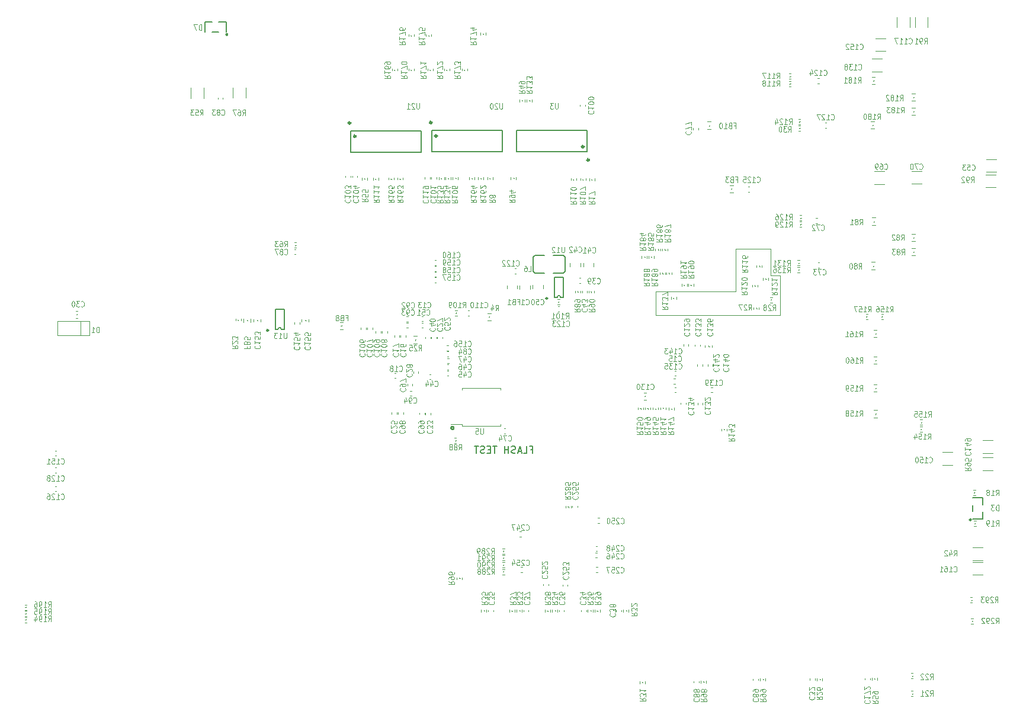
<source format=gbr>
G04 #@! TF.GenerationSoftware,KiCad,Pcbnew,7.0.9*
G04 #@! TF.CreationDate,2025-03-13T10:23:02+08:00*
G04 #@! TF.ProjectId,HPM5E00EVKRevC,48504d35-4530-4304-9556-4b526576432e,rev?*
G04 #@! TF.SameCoordinates,Original*
G04 #@! TF.FileFunction,Legend,Bot*
G04 #@! TF.FilePolarity,Positive*
%FSLAX46Y46*%
G04 Gerber Fmt 4.6, Leading zero omitted, Abs format (unit mm)*
G04 Created by KiCad (PCBNEW 7.0.9) date 2025-03-13 10:23:02*
%MOMM*%
%LPD*%
G01*
G04 APERTURE LIST*
%ADD10C,0.100000*%
%ADD11C,0.200000*%
%ADD12C,0.101600*%
%ADD13C,0.120000*%
%ADD14C,0.010000*%
%ADD15C,0.152000*%
%ADD16C,0.300000*%
%ADD17C,0.152400*%
%ADD18C,0.203200*%
%ADD19C,0.254000*%
%ADD20C,0.250000*%
G04 APERTURE END LIST*
D10*
X186290000Y-89760000D02*
X186290000Y-85970000D01*
X187610000Y-95460000D02*
X187610000Y-89760000D01*
X187610000Y-89760000D02*
X186290000Y-89760000D01*
X181250000Y-85970000D02*
X181250000Y-92040000D01*
X169840000Y-92040000D02*
X169840000Y-95460000D01*
X169840000Y-95460000D02*
X187610000Y-95460000D01*
X186290000Y-85970000D02*
X181250000Y-85970000D01*
X181250000Y-92040000D02*
X169840000Y-92040000D01*
D11*
X151946993Y-114653409D02*
X152280326Y-114653409D01*
X152280326Y-115177219D02*
X152280326Y-114177219D01*
X152280326Y-114177219D02*
X151804136Y-114177219D01*
X150946993Y-115177219D02*
X151423183Y-115177219D01*
X151423183Y-115177219D02*
X151423183Y-114177219D01*
X150661278Y-114891504D02*
X150185088Y-114891504D01*
X150756516Y-115177219D02*
X150423183Y-114177219D01*
X150423183Y-114177219D02*
X150089850Y-115177219D01*
X149804135Y-115129600D02*
X149661278Y-115177219D01*
X149661278Y-115177219D02*
X149423183Y-115177219D01*
X149423183Y-115177219D02*
X149327945Y-115129600D01*
X149327945Y-115129600D02*
X149280326Y-115081980D01*
X149280326Y-115081980D02*
X149232707Y-114986742D01*
X149232707Y-114986742D02*
X149232707Y-114891504D01*
X149232707Y-114891504D02*
X149280326Y-114796266D01*
X149280326Y-114796266D02*
X149327945Y-114748647D01*
X149327945Y-114748647D02*
X149423183Y-114701028D01*
X149423183Y-114701028D02*
X149613659Y-114653409D01*
X149613659Y-114653409D02*
X149708897Y-114605790D01*
X149708897Y-114605790D02*
X149756516Y-114558171D01*
X149756516Y-114558171D02*
X149804135Y-114462933D01*
X149804135Y-114462933D02*
X149804135Y-114367695D01*
X149804135Y-114367695D02*
X149756516Y-114272457D01*
X149756516Y-114272457D02*
X149708897Y-114224838D01*
X149708897Y-114224838D02*
X149613659Y-114177219D01*
X149613659Y-114177219D02*
X149375564Y-114177219D01*
X149375564Y-114177219D02*
X149232707Y-114224838D01*
X148804135Y-115177219D02*
X148804135Y-114177219D01*
X148804135Y-114653409D02*
X148232707Y-114653409D01*
X148232707Y-115177219D02*
X148232707Y-114177219D01*
X147137468Y-114177219D02*
X146566040Y-114177219D01*
X146851754Y-115177219D02*
X146851754Y-114177219D01*
X146232706Y-114653409D02*
X145899373Y-114653409D01*
X145756516Y-115177219D02*
X146232706Y-115177219D01*
X146232706Y-115177219D02*
X146232706Y-114177219D01*
X146232706Y-114177219D02*
X145756516Y-114177219D01*
X145375563Y-115129600D02*
X145232706Y-115177219D01*
X145232706Y-115177219D02*
X144994611Y-115177219D01*
X144994611Y-115177219D02*
X144899373Y-115129600D01*
X144899373Y-115129600D02*
X144851754Y-115081980D01*
X144851754Y-115081980D02*
X144804135Y-114986742D01*
X144804135Y-114986742D02*
X144804135Y-114891504D01*
X144804135Y-114891504D02*
X144851754Y-114796266D01*
X144851754Y-114796266D02*
X144899373Y-114748647D01*
X144899373Y-114748647D02*
X144994611Y-114701028D01*
X144994611Y-114701028D02*
X145185087Y-114653409D01*
X145185087Y-114653409D02*
X145280325Y-114605790D01*
X145280325Y-114605790D02*
X145327944Y-114558171D01*
X145327944Y-114558171D02*
X145375563Y-114462933D01*
X145375563Y-114462933D02*
X145375563Y-114367695D01*
X145375563Y-114367695D02*
X145327944Y-114272457D01*
X145327944Y-114272457D02*
X145280325Y-114224838D01*
X145280325Y-114224838D02*
X145185087Y-114177219D01*
X145185087Y-114177219D02*
X144946992Y-114177219D01*
X144946992Y-114177219D02*
X144804135Y-114224838D01*
X144518420Y-114177219D02*
X143946992Y-114177219D01*
X144232706Y-115177219D02*
X144232706Y-114177219D01*
D12*
X187123333Y-61624811D02*
X187356666Y-61243858D01*
X187523333Y-61624811D02*
X187523333Y-60824811D01*
X187523333Y-60824811D02*
X187256666Y-60824811D01*
X187256666Y-60824811D02*
X187190000Y-60862906D01*
X187190000Y-60862906D02*
X187156666Y-60901001D01*
X187156666Y-60901001D02*
X187123333Y-60977192D01*
X187123333Y-60977192D02*
X187123333Y-61091477D01*
X187123333Y-61091477D02*
X187156666Y-61167668D01*
X187156666Y-61167668D02*
X187190000Y-61205763D01*
X187190000Y-61205763D02*
X187256666Y-61243858D01*
X187256666Y-61243858D02*
X187523333Y-61243858D01*
X186456666Y-61624811D02*
X186856666Y-61624811D01*
X186656666Y-61624811D02*
X186656666Y-60824811D01*
X186656666Y-60824811D02*
X186723333Y-60939096D01*
X186723333Y-60939096D02*
X186790000Y-61015287D01*
X186790000Y-61015287D02*
X186856666Y-61053382D01*
X185789999Y-61624811D02*
X186189999Y-61624811D01*
X185989999Y-61624811D02*
X185989999Y-60824811D01*
X185989999Y-60824811D02*
X186056666Y-60939096D01*
X186056666Y-60939096D02*
X186123333Y-61015287D01*
X186123333Y-61015287D02*
X186189999Y-61053382D01*
X185556666Y-60824811D02*
X185089999Y-60824811D01*
X185089999Y-60824811D02*
X185389999Y-61624811D01*
X204980000Y-86814811D02*
X205213333Y-86433858D01*
X205380000Y-86814811D02*
X205380000Y-86014811D01*
X205380000Y-86014811D02*
X205113333Y-86014811D01*
X205113333Y-86014811D02*
X205046667Y-86052906D01*
X205046667Y-86052906D02*
X205013333Y-86091001D01*
X205013333Y-86091001D02*
X204980000Y-86167192D01*
X204980000Y-86167192D02*
X204980000Y-86281477D01*
X204980000Y-86281477D02*
X205013333Y-86357668D01*
X205013333Y-86357668D02*
X205046667Y-86395763D01*
X205046667Y-86395763D02*
X205113333Y-86433858D01*
X205113333Y-86433858D02*
X205380000Y-86433858D01*
X204580000Y-86357668D02*
X204646667Y-86319573D01*
X204646667Y-86319573D02*
X204680000Y-86281477D01*
X204680000Y-86281477D02*
X204713333Y-86205287D01*
X204713333Y-86205287D02*
X204713333Y-86167192D01*
X204713333Y-86167192D02*
X204680000Y-86091001D01*
X204680000Y-86091001D02*
X204646667Y-86052906D01*
X204646667Y-86052906D02*
X204580000Y-86014811D01*
X204580000Y-86014811D02*
X204446667Y-86014811D01*
X204446667Y-86014811D02*
X204380000Y-86052906D01*
X204380000Y-86052906D02*
X204346667Y-86091001D01*
X204346667Y-86091001D02*
X204313333Y-86167192D01*
X204313333Y-86167192D02*
X204313333Y-86205287D01*
X204313333Y-86205287D02*
X204346667Y-86281477D01*
X204346667Y-86281477D02*
X204380000Y-86319573D01*
X204380000Y-86319573D02*
X204446667Y-86357668D01*
X204446667Y-86357668D02*
X204580000Y-86357668D01*
X204580000Y-86357668D02*
X204646667Y-86395763D01*
X204646667Y-86395763D02*
X204680000Y-86433858D01*
X204680000Y-86433858D02*
X204713333Y-86510049D01*
X204713333Y-86510049D02*
X204713333Y-86662430D01*
X204713333Y-86662430D02*
X204680000Y-86738620D01*
X204680000Y-86738620D02*
X204646667Y-86776716D01*
X204646667Y-86776716D02*
X204580000Y-86814811D01*
X204580000Y-86814811D02*
X204446667Y-86814811D01*
X204446667Y-86814811D02*
X204380000Y-86776716D01*
X204380000Y-86776716D02*
X204346667Y-86738620D01*
X204346667Y-86738620D02*
X204313333Y-86662430D01*
X204313333Y-86662430D02*
X204313333Y-86510049D01*
X204313333Y-86510049D02*
X204346667Y-86433858D01*
X204346667Y-86433858D02*
X204380000Y-86395763D01*
X204380000Y-86395763D02*
X204446667Y-86357668D01*
X204080000Y-86014811D02*
X203646666Y-86014811D01*
X203646666Y-86014811D02*
X203880000Y-86319573D01*
X203880000Y-86319573D02*
X203780000Y-86319573D01*
X203780000Y-86319573D02*
X203713333Y-86357668D01*
X203713333Y-86357668D02*
X203680000Y-86395763D01*
X203680000Y-86395763D02*
X203646666Y-86471954D01*
X203646666Y-86471954D02*
X203646666Y-86662430D01*
X203646666Y-86662430D02*
X203680000Y-86738620D01*
X203680000Y-86738620D02*
X203713333Y-86776716D01*
X203713333Y-86776716D02*
X203780000Y-86814811D01*
X203780000Y-86814811D02*
X203980000Y-86814811D01*
X203980000Y-86814811D02*
X204046666Y-86776716D01*
X204046666Y-86776716D02*
X204080000Y-86738620D01*
X163358779Y-138079000D02*
X163320684Y-138112333D01*
X163320684Y-138112333D02*
X163282588Y-138212333D01*
X163282588Y-138212333D02*
X163282588Y-138279000D01*
X163282588Y-138279000D02*
X163320684Y-138379000D01*
X163320684Y-138379000D02*
X163396874Y-138445667D01*
X163396874Y-138445667D02*
X163473064Y-138479000D01*
X163473064Y-138479000D02*
X163625445Y-138512333D01*
X163625445Y-138512333D02*
X163739731Y-138512333D01*
X163739731Y-138512333D02*
X163892112Y-138479000D01*
X163892112Y-138479000D02*
X163968303Y-138445667D01*
X163968303Y-138445667D02*
X164044493Y-138379000D01*
X164044493Y-138379000D02*
X164082588Y-138279000D01*
X164082588Y-138279000D02*
X164082588Y-138212333D01*
X164082588Y-138212333D02*
X164044493Y-138112333D01*
X164044493Y-138112333D02*
X164006398Y-138079000D01*
X164082588Y-137845667D02*
X164082588Y-137412333D01*
X164082588Y-137412333D02*
X163777826Y-137645667D01*
X163777826Y-137645667D02*
X163777826Y-137545667D01*
X163777826Y-137545667D02*
X163739731Y-137479000D01*
X163739731Y-137479000D02*
X163701636Y-137445667D01*
X163701636Y-137445667D02*
X163625445Y-137412333D01*
X163625445Y-137412333D02*
X163434969Y-137412333D01*
X163434969Y-137412333D02*
X163358779Y-137445667D01*
X163358779Y-137445667D02*
X163320684Y-137479000D01*
X163320684Y-137479000D02*
X163282588Y-137545667D01*
X163282588Y-137545667D02*
X163282588Y-137745667D01*
X163282588Y-137745667D02*
X163320684Y-137812333D01*
X163320684Y-137812333D02*
X163358779Y-137845667D01*
X163739731Y-137012333D02*
X163777826Y-137079000D01*
X163777826Y-137079000D02*
X163815922Y-137112333D01*
X163815922Y-137112333D02*
X163892112Y-137145666D01*
X163892112Y-137145666D02*
X163930207Y-137145666D01*
X163930207Y-137145666D02*
X164006398Y-137112333D01*
X164006398Y-137112333D02*
X164044493Y-137079000D01*
X164044493Y-137079000D02*
X164082588Y-137012333D01*
X164082588Y-137012333D02*
X164082588Y-136879000D01*
X164082588Y-136879000D02*
X164044493Y-136812333D01*
X164044493Y-136812333D02*
X164006398Y-136779000D01*
X164006398Y-136779000D02*
X163930207Y-136745666D01*
X163930207Y-136745666D02*
X163892112Y-136745666D01*
X163892112Y-136745666D02*
X163815922Y-136779000D01*
X163815922Y-136779000D02*
X163777826Y-136812333D01*
X163777826Y-136812333D02*
X163739731Y-136879000D01*
X163739731Y-136879000D02*
X163739731Y-137012333D01*
X163739731Y-137012333D02*
X163701636Y-137079000D01*
X163701636Y-137079000D02*
X163663541Y-137112333D01*
X163663541Y-137112333D02*
X163587350Y-137145666D01*
X163587350Y-137145666D02*
X163434969Y-137145666D01*
X163434969Y-137145666D02*
X163358779Y-137112333D01*
X163358779Y-137112333D02*
X163320684Y-137079000D01*
X163320684Y-137079000D02*
X163282588Y-137012333D01*
X163282588Y-137012333D02*
X163282588Y-136879000D01*
X163282588Y-136879000D02*
X163320684Y-136812333D01*
X163320684Y-136812333D02*
X163358779Y-136779000D01*
X163358779Y-136779000D02*
X163434969Y-136745666D01*
X163434969Y-136745666D02*
X163587350Y-136745666D01*
X163587350Y-136745666D02*
X163663541Y-136779000D01*
X163663541Y-136779000D02*
X163701636Y-136812333D01*
X163701636Y-136812333D02*
X163739731Y-136879000D01*
X159125379Y-136370000D02*
X159087284Y-136403333D01*
X159087284Y-136403333D02*
X159049188Y-136503333D01*
X159049188Y-136503333D02*
X159049188Y-136570000D01*
X159049188Y-136570000D02*
X159087284Y-136670000D01*
X159087284Y-136670000D02*
X159163474Y-136736667D01*
X159163474Y-136736667D02*
X159239664Y-136770000D01*
X159239664Y-136770000D02*
X159392045Y-136803333D01*
X159392045Y-136803333D02*
X159506331Y-136803333D01*
X159506331Y-136803333D02*
X159658712Y-136770000D01*
X159658712Y-136770000D02*
X159734903Y-136736667D01*
X159734903Y-136736667D02*
X159811093Y-136670000D01*
X159811093Y-136670000D02*
X159849188Y-136570000D01*
X159849188Y-136570000D02*
X159849188Y-136503333D01*
X159849188Y-136503333D02*
X159811093Y-136403333D01*
X159811093Y-136403333D02*
X159772998Y-136370000D01*
X159849188Y-136136667D02*
X159849188Y-135703333D01*
X159849188Y-135703333D02*
X159544426Y-135936667D01*
X159544426Y-135936667D02*
X159544426Y-135836667D01*
X159544426Y-135836667D02*
X159506331Y-135770000D01*
X159506331Y-135770000D02*
X159468236Y-135736667D01*
X159468236Y-135736667D02*
X159392045Y-135703333D01*
X159392045Y-135703333D02*
X159201569Y-135703333D01*
X159201569Y-135703333D02*
X159125379Y-135736667D01*
X159125379Y-135736667D02*
X159087284Y-135770000D01*
X159087284Y-135770000D02*
X159049188Y-135836667D01*
X159049188Y-135836667D02*
X159049188Y-136036667D01*
X159049188Y-136036667D02*
X159087284Y-136103333D01*
X159087284Y-136103333D02*
X159125379Y-136136667D01*
X159582522Y-135103333D02*
X159049188Y-135103333D01*
X159887284Y-135270000D02*
X159315855Y-135436666D01*
X159315855Y-135436666D02*
X159315855Y-135003333D01*
X136056666Y-65154811D02*
X136056666Y-65802430D01*
X136056666Y-65802430D02*
X136023333Y-65878620D01*
X136023333Y-65878620D02*
X135989999Y-65916716D01*
X135989999Y-65916716D02*
X135923333Y-65954811D01*
X135923333Y-65954811D02*
X135789999Y-65954811D01*
X135789999Y-65954811D02*
X135723333Y-65916716D01*
X135723333Y-65916716D02*
X135689999Y-65878620D01*
X135689999Y-65878620D02*
X135656666Y-65802430D01*
X135656666Y-65802430D02*
X135656666Y-65154811D01*
X135356666Y-65231001D02*
X135323333Y-65192906D01*
X135323333Y-65192906D02*
X135256666Y-65154811D01*
X135256666Y-65154811D02*
X135090000Y-65154811D01*
X135090000Y-65154811D02*
X135023333Y-65192906D01*
X135023333Y-65192906D02*
X134990000Y-65231001D01*
X134990000Y-65231001D02*
X134956666Y-65307192D01*
X134956666Y-65307192D02*
X134956666Y-65383382D01*
X134956666Y-65383382D02*
X134990000Y-65497668D01*
X134990000Y-65497668D02*
X135390000Y-65954811D01*
X135390000Y-65954811D02*
X134956666Y-65954811D01*
X134289999Y-65954811D02*
X134689999Y-65954811D01*
X134489999Y-65954811D02*
X134489999Y-65154811D01*
X134489999Y-65154811D02*
X134556666Y-65269096D01*
X134556666Y-65269096D02*
X134623333Y-65345287D01*
X134623333Y-65345287D02*
X134689999Y-65383382D01*
X214075188Y-117230000D02*
X214456141Y-117463333D01*
X214075188Y-117630000D02*
X214875188Y-117630000D01*
X214875188Y-117630000D02*
X214875188Y-117363333D01*
X214875188Y-117363333D02*
X214837093Y-117296667D01*
X214837093Y-117296667D02*
X214798998Y-117263333D01*
X214798998Y-117263333D02*
X214722807Y-117230000D01*
X214722807Y-117230000D02*
X214608522Y-117230000D01*
X214608522Y-117230000D02*
X214532331Y-117263333D01*
X214532331Y-117263333D02*
X214494236Y-117296667D01*
X214494236Y-117296667D02*
X214456141Y-117363333D01*
X214456141Y-117363333D02*
X214456141Y-117630000D01*
X214075188Y-116896667D02*
X214075188Y-116763333D01*
X214075188Y-116763333D02*
X214113284Y-116696667D01*
X214113284Y-116696667D02*
X214151379Y-116663333D01*
X214151379Y-116663333D02*
X214265664Y-116596667D01*
X214265664Y-116596667D02*
X214418045Y-116563333D01*
X214418045Y-116563333D02*
X214722807Y-116563333D01*
X214722807Y-116563333D02*
X214798998Y-116596667D01*
X214798998Y-116596667D02*
X214837093Y-116630000D01*
X214837093Y-116630000D02*
X214875188Y-116696667D01*
X214875188Y-116696667D02*
X214875188Y-116830000D01*
X214875188Y-116830000D02*
X214837093Y-116896667D01*
X214837093Y-116896667D02*
X214798998Y-116930000D01*
X214798998Y-116930000D02*
X214722807Y-116963333D01*
X214722807Y-116963333D02*
X214532331Y-116963333D01*
X214532331Y-116963333D02*
X214456141Y-116930000D01*
X214456141Y-116930000D02*
X214418045Y-116896667D01*
X214418045Y-116896667D02*
X214379950Y-116830000D01*
X214379950Y-116830000D02*
X214379950Y-116696667D01*
X214379950Y-116696667D02*
X214418045Y-116630000D01*
X214418045Y-116630000D02*
X214456141Y-116596667D01*
X214456141Y-116596667D02*
X214532331Y-116563333D01*
X214875188Y-115930000D02*
X214875188Y-116263333D01*
X214875188Y-116263333D02*
X214494236Y-116296666D01*
X214494236Y-116296666D02*
X214532331Y-116263333D01*
X214532331Y-116263333D02*
X214570426Y-116196666D01*
X214570426Y-116196666D02*
X214570426Y-116030000D01*
X214570426Y-116030000D02*
X214532331Y-115963333D01*
X214532331Y-115963333D02*
X214494236Y-115930000D01*
X214494236Y-115930000D02*
X214418045Y-115896666D01*
X214418045Y-115896666D02*
X214227569Y-115896666D01*
X214227569Y-115896666D02*
X214151379Y-115930000D01*
X214151379Y-115930000D02*
X214113284Y-115963333D01*
X214113284Y-115963333D02*
X214075188Y-116030000D01*
X214075188Y-116030000D02*
X214075188Y-116196666D01*
X214075188Y-116196666D02*
X214113284Y-116263333D01*
X214113284Y-116263333D02*
X214151379Y-116296666D01*
X144775188Y-78923333D02*
X145156141Y-79156666D01*
X144775188Y-79323333D02*
X145575188Y-79323333D01*
X145575188Y-79323333D02*
X145575188Y-79056666D01*
X145575188Y-79056666D02*
X145537093Y-78990000D01*
X145537093Y-78990000D02*
X145498998Y-78956666D01*
X145498998Y-78956666D02*
X145422807Y-78923333D01*
X145422807Y-78923333D02*
X145308522Y-78923333D01*
X145308522Y-78923333D02*
X145232331Y-78956666D01*
X145232331Y-78956666D02*
X145194236Y-78990000D01*
X145194236Y-78990000D02*
X145156141Y-79056666D01*
X145156141Y-79056666D02*
X145156141Y-79323333D01*
X144775188Y-78256666D02*
X144775188Y-78656666D01*
X144775188Y-78456666D02*
X145575188Y-78456666D01*
X145575188Y-78456666D02*
X145460903Y-78523333D01*
X145460903Y-78523333D02*
X145384712Y-78590000D01*
X145384712Y-78590000D02*
X145346617Y-78656666D01*
X145575188Y-77656666D02*
X145575188Y-77789999D01*
X145575188Y-77789999D02*
X145537093Y-77856666D01*
X145537093Y-77856666D02*
X145498998Y-77889999D01*
X145498998Y-77889999D02*
X145384712Y-77956666D01*
X145384712Y-77956666D02*
X145232331Y-77989999D01*
X145232331Y-77989999D02*
X144927569Y-77989999D01*
X144927569Y-77989999D02*
X144851379Y-77956666D01*
X144851379Y-77956666D02*
X144813284Y-77923333D01*
X144813284Y-77923333D02*
X144775188Y-77856666D01*
X144775188Y-77856666D02*
X144775188Y-77723333D01*
X144775188Y-77723333D02*
X144813284Y-77656666D01*
X144813284Y-77656666D02*
X144851379Y-77623333D01*
X144851379Y-77623333D02*
X144927569Y-77589999D01*
X144927569Y-77589999D02*
X145118045Y-77589999D01*
X145118045Y-77589999D02*
X145194236Y-77623333D01*
X145194236Y-77623333D02*
X145232331Y-77656666D01*
X145232331Y-77656666D02*
X145270426Y-77723333D01*
X145270426Y-77723333D02*
X145270426Y-77856666D01*
X145270426Y-77856666D02*
X145232331Y-77923333D01*
X145232331Y-77923333D02*
X145194236Y-77956666D01*
X145194236Y-77956666D02*
X145118045Y-77989999D01*
X145498998Y-77323332D02*
X145537093Y-77289999D01*
X145537093Y-77289999D02*
X145575188Y-77223332D01*
X145575188Y-77223332D02*
X145575188Y-77056666D01*
X145575188Y-77056666D02*
X145537093Y-76989999D01*
X145537093Y-76989999D02*
X145498998Y-76956666D01*
X145498998Y-76956666D02*
X145422807Y-76923332D01*
X145422807Y-76923332D02*
X145346617Y-76923332D01*
X145346617Y-76923332D02*
X145232331Y-76956666D01*
X145232331Y-76956666D02*
X144775188Y-77356666D01*
X144775188Y-77356666D02*
X144775188Y-76923332D01*
X164849733Y-130208620D02*
X164883066Y-130246716D01*
X164883066Y-130246716D02*
X164983066Y-130284811D01*
X164983066Y-130284811D02*
X165049733Y-130284811D01*
X165049733Y-130284811D02*
X165149733Y-130246716D01*
X165149733Y-130246716D02*
X165216400Y-130170525D01*
X165216400Y-130170525D02*
X165249733Y-130094335D01*
X165249733Y-130094335D02*
X165283066Y-129941954D01*
X165283066Y-129941954D02*
X165283066Y-129827668D01*
X165283066Y-129827668D02*
X165249733Y-129675287D01*
X165249733Y-129675287D02*
X165216400Y-129599096D01*
X165216400Y-129599096D02*
X165149733Y-129522906D01*
X165149733Y-129522906D02*
X165049733Y-129484811D01*
X165049733Y-129484811D02*
X164983066Y-129484811D01*
X164983066Y-129484811D02*
X164883066Y-129522906D01*
X164883066Y-129522906D02*
X164849733Y-129561001D01*
X164583066Y-129561001D02*
X164549733Y-129522906D01*
X164549733Y-129522906D02*
X164483066Y-129484811D01*
X164483066Y-129484811D02*
X164316400Y-129484811D01*
X164316400Y-129484811D02*
X164249733Y-129522906D01*
X164249733Y-129522906D02*
X164216400Y-129561001D01*
X164216400Y-129561001D02*
X164183066Y-129637192D01*
X164183066Y-129637192D02*
X164183066Y-129713382D01*
X164183066Y-129713382D02*
X164216400Y-129827668D01*
X164216400Y-129827668D02*
X164616400Y-130284811D01*
X164616400Y-130284811D02*
X164183066Y-130284811D01*
X163583066Y-129751477D02*
X163583066Y-130284811D01*
X163749733Y-129446716D02*
X163916399Y-130018144D01*
X163916399Y-130018144D02*
X163483066Y-130018144D01*
X162916399Y-129484811D02*
X163049732Y-129484811D01*
X163049732Y-129484811D02*
X163116399Y-129522906D01*
X163116399Y-129522906D02*
X163149732Y-129561001D01*
X163149732Y-129561001D02*
X163216399Y-129675287D01*
X163216399Y-129675287D02*
X163249732Y-129827668D01*
X163249732Y-129827668D02*
X163249732Y-130132430D01*
X163249732Y-130132430D02*
X163216399Y-130208620D01*
X163216399Y-130208620D02*
X163183066Y-130246716D01*
X163183066Y-130246716D02*
X163116399Y-130284811D01*
X163116399Y-130284811D02*
X162983066Y-130284811D01*
X162983066Y-130284811D02*
X162916399Y-130246716D01*
X162916399Y-130246716D02*
X162883066Y-130208620D01*
X162883066Y-130208620D02*
X162849732Y-130132430D01*
X162849732Y-130132430D02*
X162849732Y-129941954D01*
X162849732Y-129941954D02*
X162883066Y-129865763D01*
X162883066Y-129865763D02*
X162916399Y-129827668D01*
X162916399Y-129827668D02*
X162983066Y-129789573D01*
X162983066Y-129789573D02*
X163116399Y-129789573D01*
X163116399Y-129789573D02*
X163183066Y-129827668D01*
X163183066Y-129827668D02*
X163216399Y-129865763D01*
X163216399Y-129865763D02*
X163249732Y-129941954D01*
X135220000Y-107948620D02*
X135253333Y-107986716D01*
X135253333Y-107986716D02*
X135353333Y-108024811D01*
X135353333Y-108024811D02*
X135420000Y-108024811D01*
X135420000Y-108024811D02*
X135520000Y-107986716D01*
X135520000Y-107986716D02*
X135586667Y-107910525D01*
X135586667Y-107910525D02*
X135620000Y-107834335D01*
X135620000Y-107834335D02*
X135653333Y-107681954D01*
X135653333Y-107681954D02*
X135653333Y-107567668D01*
X135653333Y-107567668D02*
X135620000Y-107415287D01*
X135620000Y-107415287D02*
X135586667Y-107339096D01*
X135586667Y-107339096D02*
X135520000Y-107262906D01*
X135520000Y-107262906D02*
X135420000Y-107224811D01*
X135420000Y-107224811D02*
X135353333Y-107224811D01*
X135353333Y-107224811D02*
X135253333Y-107262906D01*
X135253333Y-107262906D02*
X135220000Y-107301001D01*
X134886667Y-108024811D02*
X134753333Y-108024811D01*
X134753333Y-108024811D02*
X134686667Y-107986716D01*
X134686667Y-107986716D02*
X134653333Y-107948620D01*
X134653333Y-107948620D02*
X134586667Y-107834335D01*
X134586667Y-107834335D02*
X134553333Y-107681954D01*
X134553333Y-107681954D02*
X134553333Y-107377192D01*
X134553333Y-107377192D02*
X134586667Y-107301001D01*
X134586667Y-107301001D02*
X134620000Y-107262906D01*
X134620000Y-107262906D02*
X134686667Y-107224811D01*
X134686667Y-107224811D02*
X134820000Y-107224811D01*
X134820000Y-107224811D02*
X134886667Y-107262906D01*
X134886667Y-107262906D02*
X134920000Y-107301001D01*
X134920000Y-107301001D02*
X134953333Y-107377192D01*
X134953333Y-107377192D02*
X134953333Y-107567668D01*
X134953333Y-107567668D02*
X134920000Y-107643858D01*
X134920000Y-107643858D02*
X134886667Y-107681954D01*
X134886667Y-107681954D02*
X134820000Y-107720049D01*
X134820000Y-107720049D02*
X134686667Y-107720049D01*
X134686667Y-107720049D02*
X134620000Y-107681954D01*
X134620000Y-107681954D02*
X134586667Y-107643858D01*
X134586667Y-107643858D02*
X134553333Y-107567668D01*
X133953333Y-107491477D02*
X133953333Y-108024811D01*
X134120000Y-107186716D02*
X134286666Y-107758144D01*
X134286666Y-107758144D02*
X133853333Y-107758144D01*
X160271379Y-66253333D02*
X160233284Y-66286666D01*
X160233284Y-66286666D02*
X160195188Y-66386666D01*
X160195188Y-66386666D02*
X160195188Y-66453333D01*
X160195188Y-66453333D02*
X160233284Y-66553333D01*
X160233284Y-66553333D02*
X160309474Y-66620000D01*
X160309474Y-66620000D02*
X160385664Y-66653333D01*
X160385664Y-66653333D02*
X160538045Y-66686666D01*
X160538045Y-66686666D02*
X160652331Y-66686666D01*
X160652331Y-66686666D02*
X160804712Y-66653333D01*
X160804712Y-66653333D02*
X160880903Y-66620000D01*
X160880903Y-66620000D02*
X160957093Y-66553333D01*
X160957093Y-66553333D02*
X160995188Y-66453333D01*
X160995188Y-66453333D02*
X160995188Y-66386666D01*
X160995188Y-66386666D02*
X160957093Y-66286666D01*
X160957093Y-66286666D02*
X160918998Y-66253333D01*
X160195188Y-65586666D02*
X160195188Y-65986666D01*
X160195188Y-65786666D02*
X160995188Y-65786666D01*
X160995188Y-65786666D02*
X160880903Y-65853333D01*
X160880903Y-65853333D02*
X160804712Y-65920000D01*
X160804712Y-65920000D02*
X160766617Y-65986666D01*
X160995188Y-65153333D02*
X160995188Y-65086666D01*
X160995188Y-65086666D02*
X160957093Y-65019999D01*
X160957093Y-65019999D02*
X160918998Y-64986666D01*
X160918998Y-64986666D02*
X160842807Y-64953333D01*
X160842807Y-64953333D02*
X160690426Y-64919999D01*
X160690426Y-64919999D02*
X160499950Y-64919999D01*
X160499950Y-64919999D02*
X160347569Y-64953333D01*
X160347569Y-64953333D02*
X160271379Y-64986666D01*
X160271379Y-64986666D02*
X160233284Y-65019999D01*
X160233284Y-65019999D02*
X160195188Y-65086666D01*
X160195188Y-65086666D02*
X160195188Y-65153333D01*
X160195188Y-65153333D02*
X160233284Y-65219999D01*
X160233284Y-65219999D02*
X160271379Y-65253333D01*
X160271379Y-65253333D02*
X160347569Y-65286666D01*
X160347569Y-65286666D02*
X160499950Y-65319999D01*
X160499950Y-65319999D02*
X160690426Y-65319999D01*
X160690426Y-65319999D02*
X160842807Y-65286666D01*
X160842807Y-65286666D02*
X160918998Y-65253333D01*
X160918998Y-65253333D02*
X160957093Y-65219999D01*
X160957093Y-65219999D02*
X160995188Y-65153333D01*
X160995188Y-64486666D02*
X160995188Y-64419999D01*
X160995188Y-64419999D02*
X160957093Y-64353332D01*
X160957093Y-64353332D02*
X160918998Y-64319999D01*
X160918998Y-64319999D02*
X160842807Y-64286666D01*
X160842807Y-64286666D02*
X160690426Y-64253332D01*
X160690426Y-64253332D02*
X160499950Y-64253332D01*
X160499950Y-64253332D02*
X160347569Y-64286666D01*
X160347569Y-64286666D02*
X160271379Y-64319999D01*
X160271379Y-64319999D02*
X160233284Y-64353332D01*
X160233284Y-64353332D02*
X160195188Y-64419999D01*
X160195188Y-64419999D02*
X160195188Y-64486666D01*
X160195188Y-64486666D02*
X160233284Y-64553332D01*
X160233284Y-64553332D02*
X160271379Y-64586666D01*
X160271379Y-64586666D02*
X160347569Y-64619999D01*
X160347569Y-64619999D02*
X160499950Y-64653332D01*
X160499950Y-64653332D02*
X160690426Y-64653332D01*
X160690426Y-64653332D02*
X160842807Y-64619999D01*
X160842807Y-64619999D02*
X160918998Y-64586666D01*
X160918998Y-64586666D02*
X160957093Y-64553332D01*
X160957093Y-64553332D02*
X160995188Y-64486666D01*
X111434236Y-99970000D02*
X111434236Y-100203333D01*
X111015188Y-100203333D02*
X111815188Y-100203333D01*
X111815188Y-100203333D02*
X111815188Y-99870000D01*
X111434236Y-99370000D02*
X111396141Y-99270000D01*
X111396141Y-99270000D02*
X111358045Y-99236666D01*
X111358045Y-99236666D02*
X111281855Y-99203333D01*
X111281855Y-99203333D02*
X111167569Y-99203333D01*
X111167569Y-99203333D02*
X111091379Y-99236666D01*
X111091379Y-99236666D02*
X111053284Y-99270000D01*
X111053284Y-99270000D02*
X111015188Y-99336666D01*
X111015188Y-99336666D02*
X111015188Y-99603333D01*
X111015188Y-99603333D02*
X111815188Y-99603333D01*
X111815188Y-99603333D02*
X111815188Y-99370000D01*
X111815188Y-99370000D02*
X111777093Y-99303333D01*
X111777093Y-99303333D02*
X111738998Y-99270000D01*
X111738998Y-99270000D02*
X111662807Y-99236666D01*
X111662807Y-99236666D02*
X111586617Y-99236666D01*
X111586617Y-99236666D02*
X111510426Y-99270000D01*
X111510426Y-99270000D02*
X111472331Y-99303333D01*
X111472331Y-99303333D02*
X111434236Y-99370000D01*
X111434236Y-99370000D02*
X111434236Y-99603333D01*
X111815188Y-98570000D02*
X111815188Y-98903333D01*
X111815188Y-98903333D02*
X111434236Y-98936666D01*
X111434236Y-98936666D02*
X111472331Y-98903333D01*
X111472331Y-98903333D02*
X111510426Y-98836666D01*
X111510426Y-98836666D02*
X111510426Y-98670000D01*
X111510426Y-98670000D02*
X111472331Y-98603333D01*
X111472331Y-98603333D02*
X111434236Y-98570000D01*
X111434236Y-98570000D02*
X111358045Y-98536666D01*
X111358045Y-98536666D02*
X111167569Y-98536666D01*
X111167569Y-98536666D02*
X111091379Y-98570000D01*
X111091379Y-98570000D02*
X111053284Y-98603333D01*
X111053284Y-98603333D02*
X111015188Y-98670000D01*
X111015188Y-98670000D02*
X111015188Y-98836666D01*
X111015188Y-98836666D02*
X111053284Y-98903333D01*
X111053284Y-98903333D02*
X111091379Y-98936666D01*
X83013333Y-139209811D02*
X83246666Y-138828858D01*
X83413333Y-139209811D02*
X83413333Y-138409811D01*
X83413333Y-138409811D02*
X83146666Y-138409811D01*
X83146666Y-138409811D02*
X83080000Y-138447906D01*
X83080000Y-138447906D02*
X83046666Y-138486001D01*
X83046666Y-138486001D02*
X83013333Y-138562192D01*
X83013333Y-138562192D02*
X83013333Y-138676477D01*
X83013333Y-138676477D02*
X83046666Y-138752668D01*
X83046666Y-138752668D02*
X83080000Y-138790763D01*
X83080000Y-138790763D02*
X83146666Y-138828858D01*
X83146666Y-138828858D02*
X83413333Y-138828858D01*
X82346666Y-139209811D02*
X82746666Y-139209811D01*
X82546666Y-139209811D02*
X82546666Y-138409811D01*
X82546666Y-138409811D02*
X82613333Y-138524096D01*
X82613333Y-138524096D02*
X82680000Y-138600287D01*
X82680000Y-138600287D02*
X82746666Y-138638382D01*
X82013333Y-139209811D02*
X81879999Y-139209811D01*
X81879999Y-139209811D02*
X81813333Y-139171716D01*
X81813333Y-139171716D02*
X81779999Y-139133620D01*
X81779999Y-139133620D02*
X81713333Y-139019335D01*
X81713333Y-139019335D02*
X81679999Y-138866954D01*
X81679999Y-138866954D02*
X81679999Y-138562192D01*
X81679999Y-138562192D02*
X81713333Y-138486001D01*
X81713333Y-138486001D02*
X81746666Y-138447906D01*
X81746666Y-138447906D02*
X81813333Y-138409811D01*
X81813333Y-138409811D02*
X81946666Y-138409811D01*
X81946666Y-138409811D02*
X82013333Y-138447906D01*
X82013333Y-138447906D02*
X82046666Y-138486001D01*
X82046666Y-138486001D02*
X82079999Y-138562192D01*
X82079999Y-138562192D02*
X82079999Y-138752668D01*
X82079999Y-138752668D02*
X82046666Y-138828858D01*
X82046666Y-138828858D02*
X82013333Y-138866954D01*
X82013333Y-138866954D02*
X81946666Y-138905049D01*
X81946666Y-138905049D02*
X81813333Y-138905049D01*
X81813333Y-138905049D02*
X81746666Y-138866954D01*
X81746666Y-138866954D02*
X81713333Y-138828858D01*
X81713333Y-138828858D02*
X81679999Y-138752668D01*
X81079999Y-138676477D02*
X81079999Y-139209811D01*
X81246666Y-138371716D02*
X81413332Y-138943144D01*
X81413332Y-138943144D02*
X80979999Y-138943144D01*
X144977588Y-136370000D02*
X145358541Y-136603333D01*
X144977588Y-136770000D02*
X145777588Y-136770000D01*
X145777588Y-136770000D02*
X145777588Y-136503333D01*
X145777588Y-136503333D02*
X145739493Y-136436667D01*
X145739493Y-136436667D02*
X145701398Y-136403333D01*
X145701398Y-136403333D02*
X145625207Y-136370000D01*
X145625207Y-136370000D02*
X145510922Y-136370000D01*
X145510922Y-136370000D02*
X145434731Y-136403333D01*
X145434731Y-136403333D02*
X145396636Y-136436667D01*
X145396636Y-136436667D02*
X145358541Y-136503333D01*
X145358541Y-136503333D02*
X145358541Y-136770000D01*
X145777588Y-136136667D02*
X145777588Y-135703333D01*
X145777588Y-135703333D02*
X145472826Y-135936667D01*
X145472826Y-135936667D02*
X145472826Y-135836667D01*
X145472826Y-135836667D02*
X145434731Y-135770000D01*
X145434731Y-135770000D02*
X145396636Y-135736667D01*
X145396636Y-135736667D02*
X145320445Y-135703333D01*
X145320445Y-135703333D02*
X145129969Y-135703333D01*
X145129969Y-135703333D02*
X145053779Y-135736667D01*
X145053779Y-135736667D02*
X145015684Y-135770000D01*
X145015684Y-135770000D02*
X144977588Y-135836667D01*
X144977588Y-135836667D02*
X144977588Y-136036667D01*
X144977588Y-136036667D02*
X145015684Y-136103333D01*
X145015684Y-136103333D02*
X145053779Y-136136667D01*
X145777588Y-135070000D02*
X145777588Y-135403333D01*
X145777588Y-135403333D02*
X145396636Y-135436666D01*
X145396636Y-135436666D02*
X145434731Y-135403333D01*
X145434731Y-135403333D02*
X145472826Y-135336666D01*
X145472826Y-135336666D02*
X145472826Y-135170000D01*
X145472826Y-135170000D02*
X145434731Y-135103333D01*
X145434731Y-135103333D02*
X145396636Y-135070000D01*
X145396636Y-135070000D02*
X145320445Y-135036666D01*
X145320445Y-135036666D02*
X145129969Y-135036666D01*
X145129969Y-135036666D02*
X145053779Y-135070000D01*
X145053779Y-135070000D02*
X145015684Y-135103333D01*
X145015684Y-135103333D02*
X144977588Y-135170000D01*
X144977588Y-135170000D02*
X144977588Y-135336666D01*
X144977588Y-135336666D02*
X145015684Y-135403333D01*
X145015684Y-135403333D02*
X145053779Y-135436666D01*
X141095188Y-61183333D02*
X141476141Y-61416666D01*
X141095188Y-61583333D02*
X141895188Y-61583333D01*
X141895188Y-61583333D02*
X141895188Y-61316666D01*
X141895188Y-61316666D02*
X141857093Y-61250000D01*
X141857093Y-61250000D02*
X141818998Y-61216666D01*
X141818998Y-61216666D02*
X141742807Y-61183333D01*
X141742807Y-61183333D02*
X141628522Y-61183333D01*
X141628522Y-61183333D02*
X141552331Y-61216666D01*
X141552331Y-61216666D02*
X141514236Y-61250000D01*
X141514236Y-61250000D02*
X141476141Y-61316666D01*
X141476141Y-61316666D02*
X141476141Y-61583333D01*
X141095188Y-60516666D02*
X141095188Y-60916666D01*
X141095188Y-60716666D02*
X141895188Y-60716666D01*
X141895188Y-60716666D02*
X141780903Y-60783333D01*
X141780903Y-60783333D02*
X141704712Y-60850000D01*
X141704712Y-60850000D02*
X141666617Y-60916666D01*
X141895188Y-60283333D02*
X141895188Y-59816666D01*
X141895188Y-59816666D02*
X141095188Y-60116666D01*
X141895188Y-59616666D02*
X141895188Y-59183332D01*
X141895188Y-59183332D02*
X141590426Y-59416666D01*
X141590426Y-59416666D02*
X141590426Y-59316666D01*
X141590426Y-59316666D02*
X141552331Y-59249999D01*
X141552331Y-59249999D02*
X141514236Y-59216666D01*
X141514236Y-59216666D02*
X141438045Y-59183332D01*
X141438045Y-59183332D02*
X141247569Y-59183332D01*
X141247569Y-59183332D02*
X141171379Y-59216666D01*
X141171379Y-59216666D02*
X141133284Y-59249999D01*
X141133284Y-59249999D02*
X141095188Y-59316666D01*
X141095188Y-59316666D02*
X141095188Y-59516666D01*
X141095188Y-59516666D02*
X141133284Y-59583332D01*
X141133284Y-59583332D02*
X141171379Y-59616666D01*
X151355188Y-63309999D02*
X151736141Y-63543332D01*
X151355188Y-63709999D02*
X152155188Y-63709999D01*
X152155188Y-63709999D02*
X152155188Y-63443332D01*
X152155188Y-63443332D02*
X152117093Y-63376666D01*
X152117093Y-63376666D02*
X152078998Y-63343332D01*
X152078998Y-63343332D02*
X152002807Y-63309999D01*
X152002807Y-63309999D02*
X151888522Y-63309999D01*
X151888522Y-63309999D02*
X151812331Y-63343332D01*
X151812331Y-63343332D02*
X151774236Y-63376666D01*
X151774236Y-63376666D02*
X151736141Y-63443332D01*
X151736141Y-63443332D02*
X151736141Y-63709999D01*
X151355188Y-62643332D02*
X151355188Y-63043332D01*
X151355188Y-62843332D02*
X152155188Y-62843332D01*
X152155188Y-62843332D02*
X152040903Y-62909999D01*
X152040903Y-62909999D02*
X151964712Y-62976666D01*
X151964712Y-62976666D02*
X151926617Y-63043332D01*
X152155188Y-62409999D02*
X152155188Y-61976665D01*
X152155188Y-61976665D02*
X151850426Y-62209999D01*
X151850426Y-62209999D02*
X151850426Y-62109999D01*
X151850426Y-62109999D02*
X151812331Y-62043332D01*
X151812331Y-62043332D02*
X151774236Y-62009999D01*
X151774236Y-62009999D02*
X151698045Y-61976665D01*
X151698045Y-61976665D02*
X151507569Y-61976665D01*
X151507569Y-61976665D02*
X151431379Y-62009999D01*
X151431379Y-62009999D02*
X151393284Y-62043332D01*
X151393284Y-62043332D02*
X151355188Y-62109999D01*
X151355188Y-62109999D02*
X151355188Y-62309999D01*
X151355188Y-62309999D02*
X151393284Y-62376665D01*
X151393284Y-62376665D02*
X151431379Y-62409999D01*
X152155188Y-61743332D02*
X152155188Y-61309998D01*
X152155188Y-61309998D02*
X151850426Y-61543332D01*
X151850426Y-61543332D02*
X151850426Y-61443332D01*
X151850426Y-61443332D02*
X151812331Y-61376665D01*
X151812331Y-61376665D02*
X151774236Y-61343332D01*
X151774236Y-61343332D02*
X151698045Y-61309998D01*
X151698045Y-61309998D02*
X151507569Y-61309998D01*
X151507569Y-61309998D02*
X151431379Y-61343332D01*
X151431379Y-61343332D02*
X151393284Y-61376665D01*
X151393284Y-61376665D02*
X151355188Y-61443332D01*
X151355188Y-61443332D02*
X151355188Y-61643332D01*
X151355188Y-61643332D02*
X151393284Y-61709998D01*
X151393284Y-61709998D02*
X151431379Y-61743332D01*
X133195188Y-56343333D02*
X133576141Y-56576666D01*
X133195188Y-56743333D02*
X133995188Y-56743333D01*
X133995188Y-56743333D02*
X133995188Y-56476666D01*
X133995188Y-56476666D02*
X133957093Y-56410000D01*
X133957093Y-56410000D02*
X133918998Y-56376666D01*
X133918998Y-56376666D02*
X133842807Y-56343333D01*
X133842807Y-56343333D02*
X133728522Y-56343333D01*
X133728522Y-56343333D02*
X133652331Y-56376666D01*
X133652331Y-56376666D02*
X133614236Y-56410000D01*
X133614236Y-56410000D02*
X133576141Y-56476666D01*
X133576141Y-56476666D02*
X133576141Y-56743333D01*
X133195188Y-55676666D02*
X133195188Y-56076666D01*
X133195188Y-55876666D02*
X133995188Y-55876666D01*
X133995188Y-55876666D02*
X133880903Y-55943333D01*
X133880903Y-55943333D02*
X133804712Y-56010000D01*
X133804712Y-56010000D02*
X133766617Y-56076666D01*
X133995188Y-55443333D02*
X133995188Y-54976666D01*
X133995188Y-54976666D02*
X133195188Y-55276666D01*
X133995188Y-54409999D02*
X133995188Y-54543332D01*
X133995188Y-54543332D02*
X133957093Y-54609999D01*
X133957093Y-54609999D02*
X133918998Y-54643332D01*
X133918998Y-54643332D02*
X133804712Y-54709999D01*
X133804712Y-54709999D02*
X133652331Y-54743332D01*
X133652331Y-54743332D02*
X133347569Y-54743332D01*
X133347569Y-54743332D02*
X133271379Y-54709999D01*
X133271379Y-54709999D02*
X133233284Y-54676666D01*
X133233284Y-54676666D02*
X133195188Y-54609999D01*
X133195188Y-54609999D02*
X133195188Y-54476666D01*
X133195188Y-54476666D02*
X133233284Y-54409999D01*
X133233284Y-54409999D02*
X133271379Y-54376666D01*
X133271379Y-54376666D02*
X133347569Y-54343332D01*
X133347569Y-54343332D02*
X133538045Y-54343332D01*
X133538045Y-54343332D02*
X133614236Y-54376666D01*
X133614236Y-54376666D02*
X133652331Y-54409999D01*
X133652331Y-54409999D02*
X133690426Y-54476666D01*
X133690426Y-54476666D02*
X133690426Y-54609999D01*
X133690426Y-54609999D02*
X133652331Y-54676666D01*
X133652331Y-54676666D02*
X133614236Y-54709999D01*
X133614236Y-54709999D02*
X133538045Y-54743332D01*
X141413333Y-87148620D02*
X141446666Y-87186716D01*
X141446666Y-87186716D02*
X141546666Y-87224811D01*
X141546666Y-87224811D02*
X141613333Y-87224811D01*
X141613333Y-87224811D02*
X141713333Y-87186716D01*
X141713333Y-87186716D02*
X141780000Y-87110525D01*
X141780000Y-87110525D02*
X141813333Y-87034335D01*
X141813333Y-87034335D02*
X141846666Y-86881954D01*
X141846666Y-86881954D02*
X141846666Y-86767668D01*
X141846666Y-86767668D02*
X141813333Y-86615287D01*
X141813333Y-86615287D02*
X141780000Y-86539096D01*
X141780000Y-86539096D02*
X141713333Y-86462906D01*
X141713333Y-86462906D02*
X141613333Y-86424811D01*
X141613333Y-86424811D02*
X141546666Y-86424811D01*
X141546666Y-86424811D02*
X141446666Y-86462906D01*
X141446666Y-86462906D02*
X141413333Y-86501001D01*
X140746666Y-87224811D02*
X141146666Y-87224811D01*
X140946666Y-87224811D02*
X140946666Y-86424811D01*
X140946666Y-86424811D02*
X141013333Y-86539096D01*
X141013333Y-86539096D02*
X141080000Y-86615287D01*
X141080000Y-86615287D02*
X141146666Y-86653382D01*
X140146666Y-86424811D02*
X140279999Y-86424811D01*
X140279999Y-86424811D02*
X140346666Y-86462906D01*
X140346666Y-86462906D02*
X140379999Y-86501001D01*
X140379999Y-86501001D02*
X140446666Y-86615287D01*
X140446666Y-86615287D02*
X140479999Y-86767668D01*
X140479999Y-86767668D02*
X140479999Y-87072430D01*
X140479999Y-87072430D02*
X140446666Y-87148620D01*
X140446666Y-87148620D02*
X140413333Y-87186716D01*
X140413333Y-87186716D02*
X140346666Y-87224811D01*
X140346666Y-87224811D02*
X140213333Y-87224811D01*
X140213333Y-87224811D02*
X140146666Y-87186716D01*
X140146666Y-87186716D02*
X140113333Y-87148620D01*
X140113333Y-87148620D02*
X140079999Y-87072430D01*
X140079999Y-87072430D02*
X140079999Y-86881954D01*
X140079999Y-86881954D02*
X140113333Y-86805763D01*
X140113333Y-86805763D02*
X140146666Y-86767668D01*
X140146666Y-86767668D02*
X140213333Y-86729573D01*
X140213333Y-86729573D02*
X140346666Y-86729573D01*
X140346666Y-86729573D02*
X140413333Y-86767668D01*
X140413333Y-86767668D02*
X140446666Y-86805763D01*
X140446666Y-86805763D02*
X140479999Y-86881954D01*
X139646666Y-86424811D02*
X139579999Y-86424811D01*
X139579999Y-86424811D02*
X139513332Y-86462906D01*
X139513332Y-86462906D02*
X139479999Y-86501001D01*
X139479999Y-86501001D02*
X139446666Y-86577192D01*
X139446666Y-86577192D02*
X139413332Y-86729573D01*
X139413332Y-86729573D02*
X139413332Y-86920049D01*
X139413332Y-86920049D02*
X139446666Y-87072430D01*
X139446666Y-87072430D02*
X139479999Y-87148620D01*
X139479999Y-87148620D02*
X139513332Y-87186716D01*
X139513332Y-87186716D02*
X139579999Y-87224811D01*
X139579999Y-87224811D02*
X139646666Y-87224811D01*
X139646666Y-87224811D02*
X139713332Y-87186716D01*
X139713332Y-87186716D02*
X139746666Y-87148620D01*
X139746666Y-87148620D02*
X139779999Y-87072430D01*
X139779999Y-87072430D02*
X139813332Y-86920049D01*
X139813332Y-86920049D02*
X139813332Y-86729573D01*
X139813332Y-86729573D02*
X139779999Y-86577192D01*
X139779999Y-86577192D02*
X139746666Y-86501001D01*
X139746666Y-86501001D02*
X139713332Y-86462906D01*
X139713332Y-86462906D02*
X139646666Y-86424811D01*
X160305188Y-79153334D02*
X160686141Y-79386667D01*
X160305188Y-79553334D02*
X161105188Y-79553334D01*
X161105188Y-79553334D02*
X161105188Y-79286667D01*
X161105188Y-79286667D02*
X161067093Y-79220001D01*
X161067093Y-79220001D02*
X161028998Y-79186667D01*
X161028998Y-79186667D02*
X160952807Y-79153334D01*
X160952807Y-79153334D02*
X160838522Y-79153334D01*
X160838522Y-79153334D02*
X160762331Y-79186667D01*
X160762331Y-79186667D02*
X160724236Y-79220001D01*
X160724236Y-79220001D02*
X160686141Y-79286667D01*
X160686141Y-79286667D02*
X160686141Y-79553334D01*
X160305188Y-78486667D02*
X160305188Y-78886667D01*
X160305188Y-78686667D02*
X161105188Y-78686667D01*
X161105188Y-78686667D02*
X160990903Y-78753334D01*
X160990903Y-78753334D02*
X160914712Y-78820001D01*
X160914712Y-78820001D02*
X160876617Y-78886667D01*
X161105188Y-78253334D02*
X161105188Y-77786667D01*
X161105188Y-77786667D02*
X160305188Y-78086667D01*
X107790000Y-66768620D02*
X107823333Y-66806716D01*
X107823333Y-66806716D02*
X107923333Y-66844811D01*
X107923333Y-66844811D02*
X107990000Y-66844811D01*
X107990000Y-66844811D02*
X108090000Y-66806716D01*
X108090000Y-66806716D02*
X108156667Y-66730525D01*
X108156667Y-66730525D02*
X108190000Y-66654335D01*
X108190000Y-66654335D02*
X108223333Y-66501954D01*
X108223333Y-66501954D02*
X108223333Y-66387668D01*
X108223333Y-66387668D02*
X108190000Y-66235287D01*
X108190000Y-66235287D02*
X108156667Y-66159096D01*
X108156667Y-66159096D02*
X108090000Y-66082906D01*
X108090000Y-66082906D02*
X107990000Y-66044811D01*
X107990000Y-66044811D02*
X107923333Y-66044811D01*
X107923333Y-66044811D02*
X107823333Y-66082906D01*
X107823333Y-66082906D02*
X107790000Y-66121001D01*
X107390000Y-66387668D02*
X107456667Y-66349573D01*
X107456667Y-66349573D02*
X107490000Y-66311477D01*
X107490000Y-66311477D02*
X107523333Y-66235287D01*
X107523333Y-66235287D02*
X107523333Y-66197192D01*
X107523333Y-66197192D02*
X107490000Y-66121001D01*
X107490000Y-66121001D02*
X107456667Y-66082906D01*
X107456667Y-66082906D02*
X107390000Y-66044811D01*
X107390000Y-66044811D02*
X107256667Y-66044811D01*
X107256667Y-66044811D02*
X107190000Y-66082906D01*
X107190000Y-66082906D02*
X107156667Y-66121001D01*
X107156667Y-66121001D02*
X107123333Y-66197192D01*
X107123333Y-66197192D02*
X107123333Y-66235287D01*
X107123333Y-66235287D02*
X107156667Y-66311477D01*
X107156667Y-66311477D02*
X107190000Y-66349573D01*
X107190000Y-66349573D02*
X107256667Y-66387668D01*
X107256667Y-66387668D02*
X107390000Y-66387668D01*
X107390000Y-66387668D02*
X107456667Y-66425763D01*
X107456667Y-66425763D02*
X107490000Y-66463858D01*
X107490000Y-66463858D02*
X107523333Y-66540049D01*
X107523333Y-66540049D02*
X107523333Y-66692430D01*
X107523333Y-66692430D02*
X107490000Y-66768620D01*
X107490000Y-66768620D02*
X107456667Y-66806716D01*
X107456667Y-66806716D02*
X107390000Y-66844811D01*
X107390000Y-66844811D02*
X107256667Y-66844811D01*
X107256667Y-66844811D02*
X107190000Y-66806716D01*
X107190000Y-66806716D02*
X107156667Y-66768620D01*
X107156667Y-66768620D02*
X107123333Y-66692430D01*
X107123333Y-66692430D02*
X107123333Y-66540049D01*
X107123333Y-66540049D02*
X107156667Y-66463858D01*
X107156667Y-66463858D02*
X107190000Y-66425763D01*
X107190000Y-66425763D02*
X107256667Y-66387668D01*
X106890000Y-66044811D02*
X106456666Y-66044811D01*
X106456666Y-66044811D02*
X106690000Y-66349573D01*
X106690000Y-66349573D02*
X106590000Y-66349573D01*
X106590000Y-66349573D02*
X106523333Y-66387668D01*
X106523333Y-66387668D02*
X106490000Y-66425763D01*
X106490000Y-66425763D02*
X106456666Y-66501954D01*
X106456666Y-66501954D02*
X106456666Y-66692430D01*
X106456666Y-66692430D02*
X106490000Y-66768620D01*
X106490000Y-66768620D02*
X106523333Y-66806716D01*
X106523333Y-66806716D02*
X106590000Y-66844811D01*
X106590000Y-66844811D02*
X106790000Y-66844811D01*
X106790000Y-66844811D02*
X106856666Y-66806716D01*
X106856666Y-66806716D02*
X106890000Y-66768620D01*
X154019988Y-136370000D02*
X154400941Y-136603333D01*
X154019988Y-136770000D02*
X154819988Y-136770000D01*
X154819988Y-136770000D02*
X154819988Y-136503333D01*
X154819988Y-136503333D02*
X154781893Y-136436667D01*
X154781893Y-136436667D02*
X154743798Y-136403333D01*
X154743798Y-136403333D02*
X154667607Y-136370000D01*
X154667607Y-136370000D02*
X154553322Y-136370000D01*
X154553322Y-136370000D02*
X154477131Y-136403333D01*
X154477131Y-136403333D02*
X154439036Y-136436667D01*
X154439036Y-136436667D02*
X154400941Y-136503333D01*
X154400941Y-136503333D02*
X154400941Y-136770000D01*
X154819988Y-136136667D02*
X154819988Y-135703333D01*
X154819988Y-135703333D02*
X154515226Y-135936667D01*
X154515226Y-135936667D02*
X154515226Y-135836667D01*
X154515226Y-135836667D02*
X154477131Y-135770000D01*
X154477131Y-135770000D02*
X154439036Y-135736667D01*
X154439036Y-135736667D02*
X154362845Y-135703333D01*
X154362845Y-135703333D02*
X154172369Y-135703333D01*
X154172369Y-135703333D02*
X154096179Y-135736667D01*
X154096179Y-135736667D02*
X154058084Y-135770000D01*
X154058084Y-135770000D02*
X154019988Y-135836667D01*
X154019988Y-135836667D02*
X154019988Y-136036667D01*
X154019988Y-136036667D02*
X154058084Y-136103333D01*
X154058084Y-136103333D02*
X154096179Y-136136667D01*
X154477131Y-135303333D02*
X154515226Y-135370000D01*
X154515226Y-135370000D02*
X154553322Y-135403333D01*
X154553322Y-135403333D02*
X154629512Y-135436666D01*
X154629512Y-135436666D02*
X154667607Y-135436666D01*
X154667607Y-135436666D02*
X154743798Y-135403333D01*
X154743798Y-135403333D02*
X154781893Y-135370000D01*
X154781893Y-135370000D02*
X154819988Y-135303333D01*
X154819988Y-135303333D02*
X154819988Y-135170000D01*
X154819988Y-135170000D02*
X154781893Y-135103333D01*
X154781893Y-135103333D02*
X154743798Y-135070000D01*
X154743798Y-135070000D02*
X154667607Y-135036666D01*
X154667607Y-135036666D02*
X154629512Y-135036666D01*
X154629512Y-135036666D02*
X154553322Y-135070000D01*
X154553322Y-135070000D02*
X154515226Y-135103333D01*
X154515226Y-135103333D02*
X154477131Y-135170000D01*
X154477131Y-135170000D02*
X154477131Y-135303333D01*
X154477131Y-135303333D02*
X154439036Y-135370000D01*
X154439036Y-135370000D02*
X154400941Y-135403333D01*
X154400941Y-135403333D02*
X154324750Y-135436666D01*
X154324750Y-135436666D02*
X154172369Y-135436666D01*
X154172369Y-135436666D02*
X154096179Y-135403333D01*
X154096179Y-135403333D02*
X154058084Y-135370000D01*
X154058084Y-135370000D02*
X154019988Y-135303333D01*
X154019988Y-135303333D02*
X154019988Y-135170000D01*
X154019988Y-135170000D02*
X154058084Y-135103333D01*
X154058084Y-135103333D02*
X154096179Y-135070000D01*
X154096179Y-135070000D02*
X154172369Y-135036666D01*
X154172369Y-135036666D02*
X154324750Y-135036666D01*
X154324750Y-135036666D02*
X154400941Y-135070000D01*
X154400941Y-135070000D02*
X154439036Y-135103333D01*
X154439036Y-135103333D02*
X154477131Y-135170000D01*
X218859999Y-123391211D02*
X218859999Y-122591211D01*
X218859999Y-122591211D02*
X218693332Y-122591211D01*
X218693332Y-122591211D02*
X218593332Y-122629306D01*
X218593332Y-122629306D02*
X218526666Y-122705496D01*
X218526666Y-122705496D02*
X218493332Y-122781687D01*
X218493332Y-122781687D02*
X218459999Y-122934068D01*
X218459999Y-122934068D02*
X218459999Y-123048354D01*
X218459999Y-123048354D02*
X218493332Y-123200735D01*
X218493332Y-123200735D02*
X218526666Y-123276925D01*
X218526666Y-123276925D02*
X218593332Y-123353116D01*
X218593332Y-123353116D02*
X218693332Y-123391211D01*
X218693332Y-123391211D02*
X218859999Y-123391211D01*
X218226666Y-122591211D02*
X217793332Y-122591211D01*
X217793332Y-122591211D02*
X218026666Y-122895973D01*
X218026666Y-122895973D02*
X217926666Y-122895973D01*
X217926666Y-122895973D02*
X217859999Y-122934068D01*
X217859999Y-122934068D02*
X217826666Y-122972163D01*
X217826666Y-122972163D02*
X217793332Y-123048354D01*
X217793332Y-123048354D02*
X217793332Y-123238830D01*
X217793332Y-123238830D02*
X217826666Y-123315020D01*
X217826666Y-123315020D02*
X217859999Y-123353116D01*
X217859999Y-123353116D02*
X217926666Y-123391211D01*
X217926666Y-123391211D02*
X218126666Y-123391211D01*
X218126666Y-123391211D02*
X218193332Y-123353116D01*
X218193332Y-123353116D02*
X218226666Y-123315020D01*
X169955188Y-84523333D02*
X170336141Y-84756666D01*
X169955188Y-84923333D02*
X170755188Y-84923333D01*
X170755188Y-84923333D02*
X170755188Y-84656666D01*
X170755188Y-84656666D02*
X170717093Y-84590000D01*
X170717093Y-84590000D02*
X170678998Y-84556666D01*
X170678998Y-84556666D02*
X170602807Y-84523333D01*
X170602807Y-84523333D02*
X170488522Y-84523333D01*
X170488522Y-84523333D02*
X170412331Y-84556666D01*
X170412331Y-84556666D02*
X170374236Y-84590000D01*
X170374236Y-84590000D02*
X170336141Y-84656666D01*
X170336141Y-84656666D02*
X170336141Y-84923333D01*
X169955188Y-83856666D02*
X169955188Y-84256666D01*
X169955188Y-84056666D02*
X170755188Y-84056666D01*
X170755188Y-84056666D02*
X170640903Y-84123333D01*
X170640903Y-84123333D02*
X170564712Y-84190000D01*
X170564712Y-84190000D02*
X170526617Y-84256666D01*
X170412331Y-83456666D02*
X170450426Y-83523333D01*
X170450426Y-83523333D02*
X170488522Y-83556666D01*
X170488522Y-83556666D02*
X170564712Y-83589999D01*
X170564712Y-83589999D02*
X170602807Y-83589999D01*
X170602807Y-83589999D02*
X170678998Y-83556666D01*
X170678998Y-83556666D02*
X170717093Y-83523333D01*
X170717093Y-83523333D02*
X170755188Y-83456666D01*
X170755188Y-83456666D02*
X170755188Y-83323333D01*
X170755188Y-83323333D02*
X170717093Y-83256666D01*
X170717093Y-83256666D02*
X170678998Y-83223333D01*
X170678998Y-83223333D02*
X170602807Y-83189999D01*
X170602807Y-83189999D02*
X170564712Y-83189999D01*
X170564712Y-83189999D02*
X170488522Y-83223333D01*
X170488522Y-83223333D02*
X170450426Y-83256666D01*
X170450426Y-83256666D02*
X170412331Y-83323333D01*
X170412331Y-83323333D02*
X170412331Y-83456666D01*
X170412331Y-83456666D02*
X170374236Y-83523333D01*
X170374236Y-83523333D02*
X170336141Y-83556666D01*
X170336141Y-83556666D02*
X170259950Y-83589999D01*
X170259950Y-83589999D02*
X170107569Y-83589999D01*
X170107569Y-83589999D02*
X170031379Y-83556666D01*
X170031379Y-83556666D02*
X169993284Y-83523333D01*
X169993284Y-83523333D02*
X169955188Y-83456666D01*
X169955188Y-83456666D02*
X169955188Y-83323333D01*
X169955188Y-83323333D02*
X169993284Y-83256666D01*
X169993284Y-83256666D02*
X170031379Y-83223333D01*
X170031379Y-83223333D02*
X170107569Y-83189999D01*
X170107569Y-83189999D02*
X170259950Y-83189999D01*
X170259950Y-83189999D02*
X170336141Y-83223333D01*
X170336141Y-83223333D02*
X170374236Y-83256666D01*
X170374236Y-83256666D02*
X170412331Y-83323333D01*
X170755188Y-82589999D02*
X170755188Y-82723332D01*
X170755188Y-82723332D02*
X170717093Y-82789999D01*
X170717093Y-82789999D02*
X170678998Y-82823332D01*
X170678998Y-82823332D02*
X170564712Y-82889999D01*
X170564712Y-82889999D02*
X170412331Y-82923332D01*
X170412331Y-82923332D02*
X170107569Y-82923332D01*
X170107569Y-82923332D02*
X170031379Y-82889999D01*
X170031379Y-82889999D02*
X169993284Y-82856666D01*
X169993284Y-82856666D02*
X169955188Y-82789999D01*
X169955188Y-82789999D02*
X169955188Y-82656666D01*
X169955188Y-82656666D02*
X169993284Y-82589999D01*
X169993284Y-82589999D02*
X170031379Y-82556666D01*
X170031379Y-82556666D02*
X170107569Y-82523332D01*
X170107569Y-82523332D02*
X170298045Y-82523332D01*
X170298045Y-82523332D02*
X170374236Y-82556666D01*
X170374236Y-82556666D02*
X170412331Y-82589999D01*
X170412331Y-82589999D02*
X170450426Y-82656666D01*
X170450426Y-82656666D02*
X170450426Y-82789999D01*
X170450426Y-82789999D02*
X170412331Y-82856666D01*
X170412331Y-82856666D02*
X170374236Y-82889999D01*
X170374236Y-82889999D02*
X170298045Y-82923332D01*
X137100000Y-95358620D02*
X137133333Y-95396716D01*
X137133333Y-95396716D02*
X137233333Y-95434811D01*
X137233333Y-95434811D02*
X137300000Y-95434811D01*
X137300000Y-95434811D02*
X137400000Y-95396716D01*
X137400000Y-95396716D02*
X137466667Y-95320525D01*
X137466667Y-95320525D02*
X137500000Y-95244335D01*
X137500000Y-95244335D02*
X137533333Y-95091954D01*
X137533333Y-95091954D02*
X137533333Y-94977668D01*
X137533333Y-94977668D02*
X137500000Y-94825287D01*
X137500000Y-94825287D02*
X137466667Y-94749096D01*
X137466667Y-94749096D02*
X137400000Y-94672906D01*
X137400000Y-94672906D02*
X137300000Y-94634811D01*
X137300000Y-94634811D02*
X137233333Y-94634811D01*
X137233333Y-94634811D02*
X137133333Y-94672906D01*
X137133333Y-94672906D02*
X137100000Y-94711001D01*
X136466667Y-94634811D02*
X136800000Y-94634811D01*
X136800000Y-94634811D02*
X136833333Y-95015763D01*
X136833333Y-95015763D02*
X136800000Y-94977668D01*
X136800000Y-94977668D02*
X136733333Y-94939573D01*
X136733333Y-94939573D02*
X136566667Y-94939573D01*
X136566667Y-94939573D02*
X136500000Y-94977668D01*
X136500000Y-94977668D02*
X136466667Y-95015763D01*
X136466667Y-95015763D02*
X136433333Y-95091954D01*
X136433333Y-95091954D02*
X136433333Y-95282430D01*
X136433333Y-95282430D02*
X136466667Y-95358620D01*
X136466667Y-95358620D02*
X136500000Y-95396716D01*
X136500000Y-95396716D02*
X136566667Y-95434811D01*
X136566667Y-95434811D02*
X136733333Y-95434811D01*
X136733333Y-95434811D02*
X136800000Y-95396716D01*
X136800000Y-95396716D02*
X136833333Y-95358620D01*
X135766666Y-95434811D02*
X136166666Y-95434811D01*
X135966666Y-95434811D02*
X135966666Y-94634811D01*
X135966666Y-94634811D02*
X136033333Y-94749096D01*
X136033333Y-94749096D02*
X136100000Y-94825287D01*
X136100000Y-94825287D02*
X136166666Y-94863382D01*
X146051379Y-136370000D02*
X146013284Y-136403333D01*
X146013284Y-136403333D02*
X145975188Y-136503333D01*
X145975188Y-136503333D02*
X145975188Y-136570000D01*
X145975188Y-136570000D02*
X146013284Y-136670000D01*
X146013284Y-136670000D02*
X146089474Y-136736667D01*
X146089474Y-136736667D02*
X146165664Y-136770000D01*
X146165664Y-136770000D02*
X146318045Y-136803333D01*
X146318045Y-136803333D02*
X146432331Y-136803333D01*
X146432331Y-136803333D02*
X146584712Y-136770000D01*
X146584712Y-136770000D02*
X146660903Y-136736667D01*
X146660903Y-136736667D02*
X146737093Y-136670000D01*
X146737093Y-136670000D02*
X146775188Y-136570000D01*
X146775188Y-136570000D02*
X146775188Y-136503333D01*
X146775188Y-136503333D02*
X146737093Y-136403333D01*
X146737093Y-136403333D02*
X146698998Y-136370000D01*
X146775188Y-136136667D02*
X146775188Y-135703333D01*
X146775188Y-135703333D02*
X146470426Y-135936667D01*
X146470426Y-135936667D02*
X146470426Y-135836667D01*
X146470426Y-135836667D02*
X146432331Y-135770000D01*
X146432331Y-135770000D02*
X146394236Y-135736667D01*
X146394236Y-135736667D02*
X146318045Y-135703333D01*
X146318045Y-135703333D02*
X146127569Y-135703333D01*
X146127569Y-135703333D02*
X146051379Y-135736667D01*
X146051379Y-135736667D02*
X146013284Y-135770000D01*
X146013284Y-135770000D02*
X145975188Y-135836667D01*
X145975188Y-135836667D02*
X145975188Y-136036667D01*
X145975188Y-136036667D02*
X146013284Y-136103333D01*
X146013284Y-136103333D02*
X146051379Y-136136667D01*
X146775188Y-135070000D02*
X146775188Y-135403333D01*
X146775188Y-135403333D02*
X146394236Y-135436666D01*
X146394236Y-135436666D02*
X146432331Y-135403333D01*
X146432331Y-135403333D02*
X146470426Y-135336666D01*
X146470426Y-135336666D02*
X146470426Y-135170000D01*
X146470426Y-135170000D02*
X146432331Y-135103333D01*
X146432331Y-135103333D02*
X146394236Y-135070000D01*
X146394236Y-135070000D02*
X146318045Y-135036666D01*
X146318045Y-135036666D02*
X146127569Y-135036666D01*
X146127569Y-135036666D02*
X146051379Y-135070000D01*
X146051379Y-135070000D02*
X146013284Y-135103333D01*
X146013284Y-135103333D02*
X145975188Y-135170000D01*
X145975188Y-135170000D02*
X145975188Y-135336666D01*
X145975188Y-135336666D02*
X146013284Y-135403333D01*
X146013284Y-135403333D02*
X146051379Y-135436666D01*
X178155579Y-103036110D02*
X178117484Y-103069443D01*
X178117484Y-103069443D02*
X178079388Y-103169443D01*
X178079388Y-103169443D02*
X178079388Y-103236110D01*
X178079388Y-103236110D02*
X178117484Y-103336110D01*
X178117484Y-103336110D02*
X178193674Y-103402777D01*
X178193674Y-103402777D02*
X178269864Y-103436110D01*
X178269864Y-103436110D02*
X178422245Y-103469443D01*
X178422245Y-103469443D02*
X178536531Y-103469443D01*
X178536531Y-103469443D02*
X178688912Y-103436110D01*
X178688912Y-103436110D02*
X178765103Y-103402777D01*
X178765103Y-103402777D02*
X178841293Y-103336110D01*
X178841293Y-103336110D02*
X178879388Y-103236110D01*
X178879388Y-103236110D02*
X178879388Y-103169443D01*
X178879388Y-103169443D02*
X178841293Y-103069443D01*
X178841293Y-103069443D02*
X178803198Y-103036110D01*
X178079388Y-102369443D02*
X178079388Y-102769443D01*
X178079388Y-102569443D02*
X178879388Y-102569443D01*
X178879388Y-102569443D02*
X178765103Y-102636110D01*
X178765103Y-102636110D02*
X178688912Y-102702777D01*
X178688912Y-102702777D02*
X178650817Y-102769443D01*
X178612722Y-101769443D02*
X178079388Y-101769443D01*
X178917484Y-101936110D02*
X178346055Y-102102776D01*
X178346055Y-102102776D02*
X178346055Y-101669443D01*
X178803198Y-101436109D02*
X178841293Y-101402776D01*
X178841293Y-101402776D02*
X178879388Y-101336109D01*
X178879388Y-101336109D02*
X178879388Y-101169443D01*
X178879388Y-101169443D02*
X178841293Y-101102776D01*
X178841293Y-101102776D02*
X178803198Y-101069443D01*
X178803198Y-101069443D02*
X178727007Y-101036109D01*
X178727007Y-101036109D02*
X178650817Y-101036109D01*
X178650817Y-101036109D02*
X178536531Y-101069443D01*
X178536531Y-101069443D02*
X178079388Y-101469443D01*
X178079388Y-101469443D02*
X178079388Y-101036109D01*
X171615188Y-112053333D02*
X171996141Y-112286666D01*
X171615188Y-112453333D02*
X172415188Y-112453333D01*
X172415188Y-112453333D02*
X172415188Y-112186666D01*
X172415188Y-112186666D02*
X172377093Y-112120000D01*
X172377093Y-112120000D02*
X172338998Y-112086666D01*
X172338998Y-112086666D02*
X172262807Y-112053333D01*
X172262807Y-112053333D02*
X172148522Y-112053333D01*
X172148522Y-112053333D02*
X172072331Y-112086666D01*
X172072331Y-112086666D02*
X172034236Y-112120000D01*
X172034236Y-112120000D02*
X171996141Y-112186666D01*
X171996141Y-112186666D02*
X171996141Y-112453333D01*
X171615188Y-111386666D02*
X171615188Y-111786666D01*
X171615188Y-111586666D02*
X172415188Y-111586666D01*
X172415188Y-111586666D02*
X172300903Y-111653333D01*
X172300903Y-111653333D02*
X172224712Y-111720000D01*
X172224712Y-111720000D02*
X172186617Y-111786666D01*
X172148522Y-110786666D02*
X171615188Y-110786666D01*
X172453284Y-110953333D02*
X171881855Y-111119999D01*
X171881855Y-111119999D02*
X171881855Y-110686666D01*
X172415188Y-110486666D02*
X172415188Y-110019999D01*
X172415188Y-110019999D02*
X171615188Y-110319999D01*
X138625188Y-78963333D02*
X139006141Y-79196666D01*
X138625188Y-79363333D02*
X139425188Y-79363333D01*
X139425188Y-79363333D02*
X139425188Y-79096666D01*
X139425188Y-79096666D02*
X139387093Y-79030000D01*
X139387093Y-79030000D02*
X139348998Y-78996666D01*
X139348998Y-78996666D02*
X139272807Y-78963333D01*
X139272807Y-78963333D02*
X139158522Y-78963333D01*
X139158522Y-78963333D02*
X139082331Y-78996666D01*
X139082331Y-78996666D02*
X139044236Y-79030000D01*
X139044236Y-79030000D02*
X139006141Y-79096666D01*
X139006141Y-79096666D02*
X139006141Y-79363333D01*
X138625188Y-78296666D02*
X138625188Y-78696666D01*
X138625188Y-78496666D02*
X139425188Y-78496666D01*
X139425188Y-78496666D02*
X139310903Y-78563333D01*
X139310903Y-78563333D02*
X139234712Y-78630000D01*
X139234712Y-78630000D02*
X139196617Y-78696666D01*
X139425188Y-78063333D02*
X139425188Y-77629999D01*
X139425188Y-77629999D02*
X139120426Y-77863333D01*
X139120426Y-77863333D02*
X139120426Y-77763333D01*
X139120426Y-77763333D02*
X139082331Y-77696666D01*
X139082331Y-77696666D02*
X139044236Y-77663333D01*
X139044236Y-77663333D02*
X138968045Y-77629999D01*
X138968045Y-77629999D02*
X138777569Y-77629999D01*
X138777569Y-77629999D02*
X138701379Y-77663333D01*
X138701379Y-77663333D02*
X138663284Y-77696666D01*
X138663284Y-77696666D02*
X138625188Y-77763333D01*
X138625188Y-77763333D02*
X138625188Y-77963333D01*
X138625188Y-77963333D02*
X138663284Y-78029999D01*
X138663284Y-78029999D02*
X138701379Y-78063333D01*
X139425188Y-76996666D02*
X139425188Y-77329999D01*
X139425188Y-77329999D02*
X139044236Y-77363332D01*
X139044236Y-77363332D02*
X139082331Y-77329999D01*
X139082331Y-77329999D02*
X139120426Y-77263332D01*
X139120426Y-77263332D02*
X139120426Y-77096666D01*
X139120426Y-77096666D02*
X139082331Y-77029999D01*
X139082331Y-77029999D02*
X139044236Y-76996666D01*
X139044236Y-76996666D02*
X138968045Y-76963332D01*
X138968045Y-76963332D02*
X138777569Y-76963332D01*
X138777569Y-76963332D02*
X138701379Y-76996666D01*
X138701379Y-76996666D02*
X138663284Y-77029999D01*
X138663284Y-77029999D02*
X138625188Y-77096666D01*
X138625188Y-77096666D02*
X138625188Y-77263332D01*
X138625188Y-77263332D02*
X138663284Y-77329999D01*
X138663284Y-77329999D02*
X138701379Y-77363332D01*
X138270000Y-105548620D02*
X138303333Y-105586716D01*
X138303333Y-105586716D02*
X138403333Y-105624811D01*
X138403333Y-105624811D02*
X138470000Y-105624811D01*
X138470000Y-105624811D02*
X138570000Y-105586716D01*
X138570000Y-105586716D02*
X138636667Y-105510525D01*
X138636667Y-105510525D02*
X138670000Y-105434335D01*
X138670000Y-105434335D02*
X138703333Y-105281954D01*
X138703333Y-105281954D02*
X138703333Y-105167668D01*
X138703333Y-105167668D02*
X138670000Y-105015287D01*
X138670000Y-105015287D02*
X138636667Y-104939096D01*
X138636667Y-104939096D02*
X138570000Y-104862906D01*
X138570000Y-104862906D02*
X138470000Y-104824811D01*
X138470000Y-104824811D02*
X138403333Y-104824811D01*
X138403333Y-104824811D02*
X138303333Y-104862906D01*
X138303333Y-104862906D02*
X138270000Y-104901001D01*
X137670000Y-105091477D02*
X137670000Y-105624811D01*
X137836667Y-104786716D02*
X138003333Y-105358144D01*
X138003333Y-105358144D02*
X137570000Y-105358144D01*
X137003333Y-105091477D02*
X137003333Y-105624811D01*
X137170000Y-104786716D02*
X137336666Y-105358144D01*
X137336666Y-105358144D02*
X136903333Y-105358144D01*
X198997261Y-109863811D02*
X199230594Y-109482858D01*
X199397261Y-109863811D02*
X199397261Y-109063811D01*
X199397261Y-109063811D02*
X199130594Y-109063811D01*
X199130594Y-109063811D02*
X199063928Y-109101906D01*
X199063928Y-109101906D02*
X199030594Y-109140001D01*
X199030594Y-109140001D02*
X198997261Y-109216192D01*
X198997261Y-109216192D02*
X198997261Y-109330477D01*
X198997261Y-109330477D02*
X199030594Y-109406668D01*
X199030594Y-109406668D02*
X199063928Y-109444763D01*
X199063928Y-109444763D02*
X199130594Y-109482858D01*
X199130594Y-109482858D02*
X199397261Y-109482858D01*
X198330594Y-109863811D02*
X198730594Y-109863811D01*
X198530594Y-109863811D02*
X198530594Y-109063811D01*
X198530594Y-109063811D02*
X198597261Y-109178096D01*
X198597261Y-109178096D02*
X198663928Y-109254287D01*
X198663928Y-109254287D02*
X198730594Y-109292382D01*
X197697261Y-109063811D02*
X198030594Y-109063811D01*
X198030594Y-109063811D02*
X198063927Y-109444763D01*
X198063927Y-109444763D02*
X198030594Y-109406668D01*
X198030594Y-109406668D02*
X197963927Y-109368573D01*
X197963927Y-109368573D02*
X197797261Y-109368573D01*
X197797261Y-109368573D02*
X197730594Y-109406668D01*
X197730594Y-109406668D02*
X197697261Y-109444763D01*
X197697261Y-109444763D02*
X197663927Y-109520954D01*
X197663927Y-109520954D02*
X197663927Y-109711430D01*
X197663927Y-109711430D02*
X197697261Y-109787620D01*
X197697261Y-109787620D02*
X197730594Y-109825716D01*
X197730594Y-109825716D02*
X197797261Y-109863811D01*
X197797261Y-109863811D02*
X197963927Y-109863811D01*
X197963927Y-109863811D02*
X198030594Y-109825716D01*
X198030594Y-109825716D02*
X198063927Y-109787620D01*
X197263927Y-109406668D02*
X197330594Y-109368573D01*
X197330594Y-109368573D02*
X197363927Y-109330477D01*
X197363927Y-109330477D02*
X197397260Y-109254287D01*
X197397260Y-109254287D02*
X197397260Y-109216192D01*
X197397260Y-109216192D02*
X197363927Y-109140001D01*
X197363927Y-109140001D02*
X197330594Y-109101906D01*
X197330594Y-109101906D02*
X197263927Y-109063811D01*
X197263927Y-109063811D02*
X197130594Y-109063811D01*
X197130594Y-109063811D02*
X197063927Y-109101906D01*
X197063927Y-109101906D02*
X197030594Y-109140001D01*
X197030594Y-109140001D02*
X196997260Y-109216192D01*
X196997260Y-109216192D02*
X196997260Y-109254287D01*
X196997260Y-109254287D02*
X197030594Y-109330477D01*
X197030594Y-109330477D02*
X197063927Y-109368573D01*
X197063927Y-109368573D02*
X197130594Y-109406668D01*
X197130594Y-109406668D02*
X197263927Y-109406668D01*
X197263927Y-109406668D02*
X197330594Y-109444763D01*
X197330594Y-109444763D02*
X197363927Y-109482858D01*
X197363927Y-109482858D02*
X197397260Y-109559049D01*
X197397260Y-109559049D02*
X197397260Y-109711430D01*
X197397260Y-109711430D02*
X197363927Y-109787620D01*
X197363927Y-109787620D02*
X197330594Y-109825716D01*
X197330594Y-109825716D02*
X197263927Y-109863811D01*
X197263927Y-109863811D02*
X197130594Y-109863811D01*
X197130594Y-109863811D02*
X197063927Y-109825716D01*
X197063927Y-109825716D02*
X197030594Y-109787620D01*
X197030594Y-109787620D02*
X196997260Y-109711430D01*
X196997260Y-109711430D02*
X196997260Y-109559049D01*
X196997260Y-109559049D02*
X197030594Y-109482858D01*
X197030594Y-109482858D02*
X197063927Y-109444763D01*
X197063927Y-109444763D02*
X197130594Y-109406668D01*
X156865188Y-121323333D02*
X157246141Y-121556666D01*
X156865188Y-121723333D02*
X157665188Y-121723333D01*
X157665188Y-121723333D02*
X157665188Y-121456666D01*
X157665188Y-121456666D02*
X157627093Y-121390000D01*
X157627093Y-121390000D02*
X157588998Y-121356666D01*
X157588998Y-121356666D02*
X157512807Y-121323333D01*
X157512807Y-121323333D02*
X157398522Y-121323333D01*
X157398522Y-121323333D02*
X157322331Y-121356666D01*
X157322331Y-121356666D02*
X157284236Y-121390000D01*
X157284236Y-121390000D02*
X157246141Y-121456666D01*
X157246141Y-121456666D02*
X157246141Y-121723333D01*
X157588998Y-121056666D02*
X157627093Y-121023333D01*
X157627093Y-121023333D02*
X157665188Y-120956666D01*
X157665188Y-120956666D02*
X157665188Y-120790000D01*
X157665188Y-120790000D02*
X157627093Y-120723333D01*
X157627093Y-120723333D02*
X157588998Y-120690000D01*
X157588998Y-120690000D02*
X157512807Y-120656666D01*
X157512807Y-120656666D02*
X157436617Y-120656666D01*
X157436617Y-120656666D02*
X157322331Y-120690000D01*
X157322331Y-120690000D02*
X156865188Y-121090000D01*
X156865188Y-121090000D02*
X156865188Y-120656666D01*
X157322331Y-120256666D02*
X157360426Y-120323333D01*
X157360426Y-120323333D02*
X157398522Y-120356666D01*
X157398522Y-120356666D02*
X157474712Y-120389999D01*
X157474712Y-120389999D02*
X157512807Y-120389999D01*
X157512807Y-120389999D02*
X157588998Y-120356666D01*
X157588998Y-120356666D02*
X157627093Y-120323333D01*
X157627093Y-120323333D02*
X157665188Y-120256666D01*
X157665188Y-120256666D02*
X157665188Y-120123333D01*
X157665188Y-120123333D02*
X157627093Y-120056666D01*
X157627093Y-120056666D02*
X157588998Y-120023333D01*
X157588998Y-120023333D02*
X157512807Y-119989999D01*
X157512807Y-119989999D02*
X157474712Y-119989999D01*
X157474712Y-119989999D02*
X157398522Y-120023333D01*
X157398522Y-120023333D02*
X157360426Y-120056666D01*
X157360426Y-120056666D02*
X157322331Y-120123333D01*
X157322331Y-120123333D02*
X157322331Y-120256666D01*
X157322331Y-120256666D02*
X157284236Y-120323333D01*
X157284236Y-120323333D02*
X157246141Y-120356666D01*
X157246141Y-120356666D02*
X157169950Y-120389999D01*
X157169950Y-120389999D02*
X157017569Y-120389999D01*
X157017569Y-120389999D02*
X156941379Y-120356666D01*
X156941379Y-120356666D02*
X156903284Y-120323333D01*
X156903284Y-120323333D02*
X156865188Y-120256666D01*
X156865188Y-120256666D02*
X156865188Y-120123333D01*
X156865188Y-120123333D02*
X156903284Y-120056666D01*
X156903284Y-120056666D02*
X156941379Y-120023333D01*
X156941379Y-120023333D02*
X157017569Y-119989999D01*
X157017569Y-119989999D02*
X157169950Y-119989999D01*
X157169950Y-119989999D02*
X157246141Y-120023333D01*
X157246141Y-120023333D02*
X157284236Y-120056666D01*
X157284236Y-120056666D02*
X157322331Y-120123333D01*
X157665188Y-119356666D02*
X157665188Y-119689999D01*
X157665188Y-119689999D02*
X157284236Y-119723332D01*
X157284236Y-119723332D02*
X157322331Y-119689999D01*
X157322331Y-119689999D02*
X157360426Y-119623332D01*
X157360426Y-119623332D02*
X157360426Y-119456666D01*
X157360426Y-119456666D02*
X157322331Y-119389999D01*
X157322331Y-119389999D02*
X157284236Y-119356666D01*
X157284236Y-119356666D02*
X157208045Y-119323332D01*
X157208045Y-119323332D02*
X157017569Y-119323332D01*
X157017569Y-119323332D02*
X156941379Y-119356666D01*
X156941379Y-119356666D02*
X156903284Y-119389999D01*
X156903284Y-119389999D02*
X156865188Y-119456666D01*
X156865188Y-119456666D02*
X156865188Y-119623332D01*
X156865188Y-119623332D02*
X156903284Y-119689999D01*
X156903284Y-119689999D02*
X156941379Y-119723332D01*
X214131379Y-115033333D02*
X214093284Y-115066666D01*
X214093284Y-115066666D02*
X214055188Y-115166666D01*
X214055188Y-115166666D02*
X214055188Y-115233333D01*
X214055188Y-115233333D02*
X214093284Y-115333333D01*
X214093284Y-115333333D02*
X214169474Y-115400000D01*
X214169474Y-115400000D02*
X214245664Y-115433333D01*
X214245664Y-115433333D02*
X214398045Y-115466666D01*
X214398045Y-115466666D02*
X214512331Y-115466666D01*
X214512331Y-115466666D02*
X214664712Y-115433333D01*
X214664712Y-115433333D02*
X214740903Y-115400000D01*
X214740903Y-115400000D02*
X214817093Y-115333333D01*
X214817093Y-115333333D02*
X214855188Y-115233333D01*
X214855188Y-115233333D02*
X214855188Y-115166666D01*
X214855188Y-115166666D02*
X214817093Y-115066666D01*
X214817093Y-115066666D02*
X214778998Y-115033333D01*
X214055188Y-114366666D02*
X214055188Y-114766666D01*
X214055188Y-114566666D02*
X214855188Y-114566666D01*
X214855188Y-114566666D02*
X214740903Y-114633333D01*
X214740903Y-114633333D02*
X214664712Y-114700000D01*
X214664712Y-114700000D02*
X214626617Y-114766666D01*
X214588522Y-113766666D02*
X214055188Y-113766666D01*
X214893284Y-113933333D02*
X214321855Y-114099999D01*
X214321855Y-114099999D02*
X214321855Y-113666666D01*
X214055188Y-113366666D02*
X214055188Y-113233332D01*
X214055188Y-113233332D02*
X214093284Y-113166666D01*
X214093284Y-113166666D02*
X214131379Y-113133332D01*
X214131379Y-113133332D02*
X214245664Y-113066666D01*
X214245664Y-113066666D02*
X214398045Y-113033332D01*
X214398045Y-113033332D02*
X214702807Y-113033332D01*
X214702807Y-113033332D02*
X214778998Y-113066666D01*
X214778998Y-113066666D02*
X214817093Y-113099999D01*
X214817093Y-113099999D02*
X214855188Y-113166666D01*
X214855188Y-113166666D02*
X214855188Y-113299999D01*
X214855188Y-113299999D02*
X214817093Y-113366666D01*
X214817093Y-113366666D02*
X214778998Y-113399999D01*
X214778998Y-113399999D02*
X214702807Y-113433332D01*
X214702807Y-113433332D02*
X214512331Y-113433332D01*
X214512331Y-113433332D02*
X214436141Y-113399999D01*
X214436141Y-113399999D02*
X214398045Y-113366666D01*
X214398045Y-113366666D02*
X214359950Y-113299999D01*
X214359950Y-113299999D02*
X214359950Y-113166666D01*
X214359950Y-113166666D02*
X214398045Y-113099999D01*
X214398045Y-113099999D02*
X214436141Y-113066666D01*
X214436141Y-113066666D02*
X214512331Y-113033332D01*
X181041667Y-68345763D02*
X181275000Y-68345763D01*
X181275000Y-68764811D02*
X181275000Y-67964811D01*
X181275000Y-67964811D02*
X180941667Y-67964811D01*
X180441667Y-68345763D02*
X180341667Y-68383858D01*
X180341667Y-68383858D02*
X180308333Y-68421954D01*
X180308333Y-68421954D02*
X180275000Y-68498144D01*
X180275000Y-68498144D02*
X180275000Y-68612430D01*
X180275000Y-68612430D02*
X180308333Y-68688620D01*
X180308333Y-68688620D02*
X180341667Y-68726716D01*
X180341667Y-68726716D02*
X180408333Y-68764811D01*
X180408333Y-68764811D02*
X180675000Y-68764811D01*
X180675000Y-68764811D02*
X180675000Y-67964811D01*
X180675000Y-67964811D02*
X180441667Y-67964811D01*
X180441667Y-67964811D02*
X180375000Y-68002906D01*
X180375000Y-68002906D02*
X180341667Y-68041001D01*
X180341667Y-68041001D02*
X180308333Y-68117192D01*
X180308333Y-68117192D02*
X180308333Y-68193382D01*
X180308333Y-68193382D02*
X180341667Y-68269573D01*
X180341667Y-68269573D02*
X180375000Y-68307668D01*
X180375000Y-68307668D02*
X180441667Y-68345763D01*
X180441667Y-68345763D02*
X180675000Y-68345763D01*
X179608333Y-68764811D02*
X180008333Y-68764811D01*
X179808333Y-68764811D02*
X179808333Y-67964811D01*
X179808333Y-67964811D02*
X179875000Y-68079096D01*
X179875000Y-68079096D02*
X179941667Y-68155287D01*
X179941667Y-68155287D02*
X180008333Y-68193382D01*
X179175000Y-67964811D02*
X179108333Y-67964811D01*
X179108333Y-67964811D02*
X179041666Y-68002906D01*
X179041666Y-68002906D02*
X179008333Y-68041001D01*
X179008333Y-68041001D02*
X178975000Y-68117192D01*
X178975000Y-68117192D02*
X178941666Y-68269573D01*
X178941666Y-68269573D02*
X178941666Y-68460049D01*
X178941666Y-68460049D02*
X178975000Y-68612430D01*
X178975000Y-68612430D02*
X179008333Y-68688620D01*
X179008333Y-68688620D02*
X179041666Y-68726716D01*
X179041666Y-68726716D02*
X179108333Y-68764811D01*
X179108333Y-68764811D02*
X179175000Y-68764811D01*
X179175000Y-68764811D02*
X179241666Y-68726716D01*
X179241666Y-68726716D02*
X179275000Y-68688620D01*
X179275000Y-68688620D02*
X179308333Y-68612430D01*
X179308333Y-68612430D02*
X179341666Y-68460049D01*
X179341666Y-68460049D02*
X179341666Y-68269573D01*
X179341666Y-68269573D02*
X179308333Y-68117192D01*
X179308333Y-68117192D02*
X179275000Y-68041001D01*
X179275000Y-68041001D02*
X179241666Y-68002906D01*
X179241666Y-68002906D02*
X179175000Y-67964811D01*
X188933333Y-81814811D02*
X189166666Y-81433858D01*
X189333333Y-81814811D02*
X189333333Y-81014811D01*
X189333333Y-81014811D02*
X189066666Y-81014811D01*
X189066666Y-81014811D02*
X189000000Y-81052906D01*
X189000000Y-81052906D02*
X188966666Y-81091001D01*
X188966666Y-81091001D02*
X188933333Y-81167192D01*
X188933333Y-81167192D02*
X188933333Y-81281477D01*
X188933333Y-81281477D02*
X188966666Y-81357668D01*
X188966666Y-81357668D02*
X189000000Y-81395763D01*
X189000000Y-81395763D02*
X189066666Y-81433858D01*
X189066666Y-81433858D02*
X189333333Y-81433858D01*
X188266666Y-81814811D02*
X188666666Y-81814811D01*
X188466666Y-81814811D02*
X188466666Y-81014811D01*
X188466666Y-81014811D02*
X188533333Y-81129096D01*
X188533333Y-81129096D02*
X188600000Y-81205287D01*
X188600000Y-81205287D02*
X188666666Y-81243382D01*
X187999999Y-81091001D02*
X187966666Y-81052906D01*
X187966666Y-81052906D02*
X187899999Y-81014811D01*
X187899999Y-81014811D02*
X187733333Y-81014811D01*
X187733333Y-81014811D02*
X187666666Y-81052906D01*
X187666666Y-81052906D02*
X187633333Y-81091001D01*
X187633333Y-81091001D02*
X187599999Y-81167192D01*
X187599999Y-81167192D02*
X187599999Y-81243382D01*
X187599999Y-81243382D02*
X187633333Y-81357668D01*
X187633333Y-81357668D02*
X188033333Y-81814811D01*
X188033333Y-81814811D02*
X187599999Y-81814811D01*
X186999999Y-81014811D02*
X187133332Y-81014811D01*
X187133332Y-81014811D02*
X187199999Y-81052906D01*
X187199999Y-81052906D02*
X187233332Y-81091001D01*
X187233332Y-81091001D02*
X187299999Y-81205287D01*
X187299999Y-81205287D02*
X187333332Y-81357668D01*
X187333332Y-81357668D02*
X187333332Y-81662430D01*
X187333332Y-81662430D02*
X187299999Y-81738620D01*
X187299999Y-81738620D02*
X187266666Y-81776716D01*
X187266666Y-81776716D02*
X187199999Y-81814811D01*
X187199999Y-81814811D02*
X187066666Y-81814811D01*
X187066666Y-81814811D02*
X186999999Y-81776716D01*
X186999999Y-81776716D02*
X186966666Y-81738620D01*
X186966666Y-81738620D02*
X186933332Y-81662430D01*
X186933332Y-81662430D02*
X186933332Y-81471954D01*
X186933332Y-81471954D02*
X186966666Y-81395763D01*
X186966666Y-81395763D02*
X186999999Y-81357668D01*
X186999999Y-81357668D02*
X187066666Y-81319573D01*
X187066666Y-81319573D02*
X187199999Y-81319573D01*
X187199999Y-81319573D02*
X187266666Y-81357668D01*
X187266666Y-81357668D02*
X187299999Y-81395763D01*
X187299999Y-81395763D02*
X187333332Y-81471954D01*
X215030000Y-74638620D02*
X215063333Y-74676716D01*
X215063333Y-74676716D02*
X215163333Y-74714811D01*
X215163333Y-74714811D02*
X215230000Y-74714811D01*
X215230000Y-74714811D02*
X215330000Y-74676716D01*
X215330000Y-74676716D02*
X215396667Y-74600525D01*
X215396667Y-74600525D02*
X215430000Y-74524335D01*
X215430000Y-74524335D02*
X215463333Y-74371954D01*
X215463333Y-74371954D02*
X215463333Y-74257668D01*
X215463333Y-74257668D02*
X215430000Y-74105287D01*
X215430000Y-74105287D02*
X215396667Y-74029096D01*
X215396667Y-74029096D02*
X215330000Y-73952906D01*
X215330000Y-73952906D02*
X215230000Y-73914811D01*
X215230000Y-73914811D02*
X215163333Y-73914811D01*
X215163333Y-73914811D02*
X215063333Y-73952906D01*
X215063333Y-73952906D02*
X215030000Y-73991001D01*
X214396667Y-73914811D02*
X214730000Y-73914811D01*
X214730000Y-73914811D02*
X214763333Y-74295763D01*
X214763333Y-74295763D02*
X214730000Y-74257668D01*
X214730000Y-74257668D02*
X214663333Y-74219573D01*
X214663333Y-74219573D02*
X214496667Y-74219573D01*
X214496667Y-74219573D02*
X214430000Y-74257668D01*
X214430000Y-74257668D02*
X214396667Y-74295763D01*
X214396667Y-74295763D02*
X214363333Y-74371954D01*
X214363333Y-74371954D02*
X214363333Y-74562430D01*
X214363333Y-74562430D02*
X214396667Y-74638620D01*
X214396667Y-74638620D02*
X214430000Y-74676716D01*
X214430000Y-74676716D02*
X214496667Y-74714811D01*
X214496667Y-74714811D02*
X214663333Y-74714811D01*
X214663333Y-74714811D02*
X214730000Y-74676716D01*
X214730000Y-74676716D02*
X214763333Y-74638620D01*
X214130000Y-73914811D02*
X213696666Y-73914811D01*
X213696666Y-73914811D02*
X213930000Y-74219573D01*
X213930000Y-74219573D02*
X213830000Y-74219573D01*
X213830000Y-74219573D02*
X213763333Y-74257668D01*
X213763333Y-74257668D02*
X213730000Y-74295763D01*
X213730000Y-74295763D02*
X213696666Y-74371954D01*
X213696666Y-74371954D02*
X213696666Y-74562430D01*
X213696666Y-74562430D02*
X213730000Y-74638620D01*
X213730000Y-74638620D02*
X213763333Y-74676716D01*
X213763333Y-74676716D02*
X213830000Y-74714811D01*
X213830000Y-74714811D02*
X214030000Y-74714811D01*
X214030000Y-74714811D02*
X214096666Y-74676716D01*
X214096666Y-74676716D02*
X214130000Y-74638620D01*
X104720000Y-66874811D02*
X104953333Y-66493858D01*
X105120000Y-66874811D02*
X105120000Y-66074811D01*
X105120000Y-66074811D02*
X104853333Y-66074811D01*
X104853333Y-66074811D02*
X104786667Y-66112906D01*
X104786667Y-66112906D02*
X104753333Y-66151001D01*
X104753333Y-66151001D02*
X104720000Y-66227192D01*
X104720000Y-66227192D02*
X104720000Y-66341477D01*
X104720000Y-66341477D02*
X104753333Y-66417668D01*
X104753333Y-66417668D02*
X104786667Y-66455763D01*
X104786667Y-66455763D02*
X104853333Y-66493858D01*
X104853333Y-66493858D02*
X105120000Y-66493858D01*
X104086667Y-66074811D02*
X104420000Y-66074811D01*
X104420000Y-66074811D02*
X104453333Y-66455763D01*
X104453333Y-66455763D02*
X104420000Y-66417668D01*
X104420000Y-66417668D02*
X104353333Y-66379573D01*
X104353333Y-66379573D02*
X104186667Y-66379573D01*
X104186667Y-66379573D02*
X104120000Y-66417668D01*
X104120000Y-66417668D02*
X104086667Y-66455763D01*
X104086667Y-66455763D02*
X104053333Y-66531954D01*
X104053333Y-66531954D02*
X104053333Y-66722430D01*
X104053333Y-66722430D02*
X104086667Y-66798620D01*
X104086667Y-66798620D02*
X104120000Y-66836716D01*
X104120000Y-66836716D02*
X104186667Y-66874811D01*
X104186667Y-66874811D02*
X104353333Y-66874811D01*
X104353333Y-66874811D02*
X104420000Y-66836716D01*
X104420000Y-66836716D02*
X104453333Y-66798620D01*
X103820000Y-66074811D02*
X103386666Y-66074811D01*
X103386666Y-66074811D02*
X103620000Y-66379573D01*
X103620000Y-66379573D02*
X103520000Y-66379573D01*
X103520000Y-66379573D02*
X103453333Y-66417668D01*
X103453333Y-66417668D02*
X103420000Y-66455763D01*
X103420000Y-66455763D02*
X103386666Y-66531954D01*
X103386666Y-66531954D02*
X103386666Y-66722430D01*
X103386666Y-66722430D02*
X103420000Y-66798620D01*
X103420000Y-66798620D02*
X103453333Y-66836716D01*
X103453333Y-66836716D02*
X103520000Y-66874811D01*
X103520000Y-66874811D02*
X103720000Y-66874811D01*
X103720000Y-66874811D02*
X103786666Y-66836716D01*
X103786666Y-66836716D02*
X103820000Y-66798620D01*
X170765188Y-94213333D02*
X171146141Y-94446666D01*
X170765188Y-94613333D02*
X171565188Y-94613333D01*
X171565188Y-94613333D02*
X171565188Y-94346666D01*
X171565188Y-94346666D02*
X171527093Y-94280000D01*
X171527093Y-94280000D02*
X171488998Y-94246666D01*
X171488998Y-94246666D02*
X171412807Y-94213333D01*
X171412807Y-94213333D02*
X171298522Y-94213333D01*
X171298522Y-94213333D02*
X171222331Y-94246666D01*
X171222331Y-94246666D02*
X171184236Y-94280000D01*
X171184236Y-94280000D02*
X171146141Y-94346666D01*
X171146141Y-94346666D02*
X171146141Y-94613333D01*
X170765188Y-93546666D02*
X170765188Y-93946666D01*
X170765188Y-93746666D02*
X171565188Y-93746666D01*
X171565188Y-93746666D02*
X171450903Y-93813333D01*
X171450903Y-93813333D02*
X171374712Y-93880000D01*
X171374712Y-93880000D02*
X171336617Y-93946666D01*
X171565188Y-93313333D02*
X171565188Y-92879999D01*
X171565188Y-92879999D02*
X171260426Y-93113333D01*
X171260426Y-93113333D02*
X171260426Y-93013333D01*
X171260426Y-93013333D02*
X171222331Y-92946666D01*
X171222331Y-92946666D02*
X171184236Y-92913333D01*
X171184236Y-92913333D02*
X171108045Y-92879999D01*
X171108045Y-92879999D02*
X170917569Y-92879999D01*
X170917569Y-92879999D02*
X170841379Y-92913333D01*
X170841379Y-92913333D02*
X170803284Y-92946666D01*
X170803284Y-92946666D02*
X170765188Y-93013333D01*
X170765188Y-93013333D02*
X170765188Y-93213333D01*
X170765188Y-93213333D02*
X170803284Y-93279999D01*
X170803284Y-93279999D02*
X170841379Y-93313333D01*
X171565188Y-92646666D02*
X171565188Y-92179999D01*
X171565188Y-92179999D02*
X170765188Y-92479999D01*
X140255188Y-133480000D02*
X140636141Y-133713333D01*
X140255188Y-133880000D02*
X141055188Y-133880000D01*
X141055188Y-133880000D02*
X141055188Y-133613333D01*
X141055188Y-133613333D02*
X141017093Y-133546667D01*
X141017093Y-133546667D02*
X140978998Y-133513333D01*
X140978998Y-133513333D02*
X140902807Y-133480000D01*
X140902807Y-133480000D02*
X140788522Y-133480000D01*
X140788522Y-133480000D02*
X140712331Y-133513333D01*
X140712331Y-133513333D02*
X140674236Y-133546667D01*
X140674236Y-133546667D02*
X140636141Y-133613333D01*
X140636141Y-133613333D02*
X140636141Y-133880000D01*
X140255188Y-133146667D02*
X140255188Y-133013333D01*
X140255188Y-133013333D02*
X140293284Y-132946667D01*
X140293284Y-132946667D02*
X140331379Y-132913333D01*
X140331379Y-132913333D02*
X140445664Y-132846667D01*
X140445664Y-132846667D02*
X140598045Y-132813333D01*
X140598045Y-132813333D02*
X140902807Y-132813333D01*
X140902807Y-132813333D02*
X140978998Y-132846667D01*
X140978998Y-132846667D02*
X141017093Y-132880000D01*
X141017093Y-132880000D02*
X141055188Y-132946667D01*
X141055188Y-132946667D02*
X141055188Y-133080000D01*
X141055188Y-133080000D02*
X141017093Y-133146667D01*
X141017093Y-133146667D02*
X140978998Y-133180000D01*
X140978998Y-133180000D02*
X140902807Y-133213333D01*
X140902807Y-133213333D02*
X140712331Y-133213333D01*
X140712331Y-133213333D02*
X140636141Y-133180000D01*
X140636141Y-133180000D02*
X140598045Y-133146667D01*
X140598045Y-133146667D02*
X140559950Y-133080000D01*
X140559950Y-133080000D02*
X140559950Y-132946667D01*
X140559950Y-132946667D02*
X140598045Y-132880000D01*
X140598045Y-132880000D02*
X140636141Y-132846667D01*
X140636141Y-132846667D02*
X140712331Y-132813333D01*
X141055188Y-132213333D02*
X141055188Y-132346666D01*
X141055188Y-132346666D02*
X141017093Y-132413333D01*
X141017093Y-132413333D02*
X140978998Y-132446666D01*
X140978998Y-132446666D02*
X140864712Y-132513333D01*
X140864712Y-132513333D02*
X140712331Y-132546666D01*
X140712331Y-132546666D02*
X140407569Y-132546666D01*
X140407569Y-132546666D02*
X140331379Y-132513333D01*
X140331379Y-132513333D02*
X140293284Y-132480000D01*
X140293284Y-132480000D02*
X140255188Y-132413333D01*
X140255188Y-132413333D02*
X140255188Y-132280000D01*
X140255188Y-132280000D02*
X140293284Y-132213333D01*
X140293284Y-132213333D02*
X140331379Y-132180000D01*
X140331379Y-132180000D02*
X140407569Y-132146666D01*
X140407569Y-132146666D02*
X140598045Y-132146666D01*
X140598045Y-132146666D02*
X140674236Y-132180000D01*
X140674236Y-132180000D02*
X140712331Y-132213333D01*
X140712331Y-132213333D02*
X140750426Y-132280000D01*
X140750426Y-132280000D02*
X140750426Y-132413333D01*
X140750426Y-132413333D02*
X140712331Y-132480000D01*
X140712331Y-132480000D02*
X140674236Y-132513333D01*
X140674236Y-132513333D02*
X140598045Y-132546666D01*
X200208061Y-94986411D02*
X200441394Y-94605458D01*
X200608061Y-94986411D02*
X200608061Y-94186411D01*
X200608061Y-94186411D02*
X200341394Y-94186411D01*
X200341394Y-94186411D02*
X200274728Y-94224506D01*
X200274728Y-94224506D02*
X200241394Y-94262601D01*
X200241394Y-94262601D02*
X200208061Y-94338792D01*
X200208061Y-94338792D02*
X200208061Y-94453077D01*
X200208061Y-94453077D02*
X200241394Y-94529268D01*
X200241394Y-94529268D02*
X200274728Y-94567363D01*
X200274728Y-94567363D02*
X200341394Y-94605458D01*
X200341394Y-94605458D02*
X200608061Y-94605458D01*
X199541394Y-94986411D02*
X199941394Y-94986411D01*
X199741394Y-94986411D02*
X199741394Y-94186411D01*
X199741394Y-94186411D02*
X199808061Y-94300696D01*
X199808061Y-94300696D02*
X199874728Y-94376887D01*
X199874728Y-94376887D02*
X199941394Y-94414982D01*
X198908061Y-94186411D02*
X199241394Y-94186411D01*
X199241394Y-94186411D02*
X199274727Y-94567363D01*
X199274727Y-94567363D02*
X199241394Y-94529268D01*
X199241394Y-94529268D02*
X199174727Y-94491173D01*
X199174727Y-94491173D02*
X199008061Y-94491173D01*
X199008061Y-94491173D02*
X198941394Y-94529268D01*
X198941394Y-94529268D02*
X198908061Y-94567363D01*
X198908061Y-94567363D02*
X198874727Y-94643554D01*
X198874727Y-94643554D02*
X198874727Y-94834030D01*
X198874727Y-94834030D02*
X198908061Y-94910220D01*
X198908061Y-94910220D02*
X198941394Y-94948316D01*
X198941394Y-94948316D02*
X199008061Y-94986411D01*
X199008061Y-94986411D02*
X199174727Y-94986411D01*
X199174727Y-94986411D02*
X199241394Y-94948316D01*
X199241394Y-94948316D02*
X199274727Y-94910220D01*
X198641394Y-94186411D02*
X198174727Y-94186411D01*
X198174727Y-94186411D02*
X198474727Y-94986411D01*
X153392599Y-93868919D02*
X153425932Y-93907015D01*
X153425932Y-93907015D02*
X153525932Y-93945110D01*
X153525932Y-93945110D02*
X153592599Y-93945110D01*
X153592599Y-93945110D02*
X153692599Y-93907015D01*
X153692599Y-93907015D02*
X153759266Y-93830824D01*
X153759266Y-93830824D02*
X153792599Y-93754634D01*
X153792599Y-93754634D02*
X153825932Y-93602253D01*
X153825932Y-93602253D02*
X153825932Y-93487967D01*
X153825932Y-93487967D02*
X153792599Y-93335586D01*
X153792599Y-93335586D02*
X153759266Y-93259395D01*
X153759266Y-93259395D02*
X153692599Y-93183205D01*
X153692599Y-93183205D02*
X153592599Y-93145110D01*
X153592599Y-93145110D02*
X153525932Y-93145110D01*
X153525932Y-93145110D02*
X153425932Y-93183205D01*
X153425932Y-93183205D02*
X153392599Y-93221300D01*
X152759266Y-93145110D02*
X153092599Y-93145110D01*
X153092599Y-93145110D02*
X153125932Y-93526062D01*
X153125932Y-93526062D02*
X153092599Y-93487967D01*
X153092599Y-93487967D02*
X153025932Y-93449872D01*
X153025932Y-93449872D02*
X152859266Y-93449872D01*
X152859266Y-93449872D02*
X152792599Y-93487967D01*
X152792599Y-93487967D02*
X152759266Y-93526062D01*
X152759266Y-93526062D02*
X152725932Y-93602253D01*
X152725932Y-93602253D02*
X152725932Y-93792729D01*
X152725932Y-93792729D02*
X152759266Y-93868919D01*
X152759266Y-93868919D02*
X152792599Y-93907015D01*
X152792599Y-93907015D02*
X152859266Y-93945110D01*
X152859266Y-93945110D02*
X153025932Y-93945110D01*
X153025932Y-93945110D02*
X153092599Y-93907015D01*
X153092599Y-93907015D02*
X153125932Y-93868919D01*
X152292599Y-93145110D02*
X152225932Y-93145110D01*
X152225932Y-93145110D02*
X152159265Y-93183205D01*
X152159265Y-93183205D02*
X152125932Y-93221300D01*
X152125932Y-93221300D02*
X152092599Y-93297491D01*
X152092599Y-93297491D02*
X152059265Y-93449872D01*
X152059265Y-93449872D02*
X152059265Y-93640348D01*
X152059265Y-93640348D02*
X152092599Y-93792729D01*
X152092599Y-93792729D02*
X152125932Y-93868919D01*
X152125932Y-93868919D02*
X152159265Y-93907015D01*
X152159265Y-93907015D02*
X152225932Y-93945110D01*
X152225932Y-93945110D02*
X152292599Y-93945110D01*
X152292599Y-93945110D02*
X152359265Y-93907015D01*
X152359265Y-93907015D02*
X152392599Y-93868919D01*
X152392599Y-93868919D02*
X152425932Y-93792729D01*
X152425932Y-93792729D02*
X152459265Y-93640348D01*
X152459265Y-93640348D02*
X152459265Y-93449872D01*
X152459265Y-93449872D02*
X152425932Y-93297491D01*
X152425932Y-93297491D02*
X152392599Y-93221300D01*
X152392599Y-93221300D02*
X152359265Y-93183205D01*
X152359265Y-93183205D02*
X152292599Y-93145110D01*
X132351379Y-100910000D02*
X132313284Y-100943333D01*
X132313284Y-100943333D02*
X132275188Y-101043333D01*
X132275188Y-101043333D02*
X132275188Y-101110000D01*
X132275188Y-101110000D02*
X132313284Y-101210000D01*
X132313284Y-101210000D02*
X132389474Y-101276667D01*
X132389474Y-101276667D02*
X132465664Y-101310000D01*
X132465664Y-101310000D02*
X132618045Y-101343333D01*
X132618045Y-101343333D02*
X132732331Y-101343333D01*
X132732331Y-101343333D02*
X132884712Y-101310000D01*
X132884712Y-101310000D02*
X132960903Y-101276667D01*
X132960903Y-101276667D02*
X133037093Y-101210000D01*
X133037093Y-101210000D02*
X133075188Y-101110000D01*
X133075188Y-101110000D02*
X133075188Y-101043333D01*
X133075188Y-101043333D02*
X133037093Y-100943333D01*
X133037093Y-100943333D02*
X132998998Y-100910000D01*
X132275188Y-100243333D02*
X132275188Y-100643333D01*
X132275188Y-100443333D02*
X133075188Y-100443333D01*
X133075188Y-100443333D02*
X132960903Y-100510000D01*
X132960903Y-100510000D02*
X132884712Y-100576667D01*
X132884712Y-100576667D02*
X132846617Y-100643333D01*
X133075188Y-100010000D02*
X133075188Y-99543333D01*
X133075188Y-99543333D02*
X132275188Y-99843333D01*
X150315188Y-63310000D02*
X150696141Y-63543333D01*
X150315188Y-63710000D02*
X151115188Y-63710000D01*
X151115188Y-63710000D02*
X151115188Y-63443333D01*
X151115188Y-63443333D02*
X151077093Y-63376667D01*
X151077093Y-63376667D02*
X151038998Y-63343333D01*
X151038998Y-63343333D02*
X150962807Y-63310000D01*
X150962807Y-63310000D02*
X150848522Y-63310000D01*
X150848522Y-63310000D02*
X150772331Y-63343333D01*
X150772331Y-63343333D02*
X150734236Y-63376667D01*
X150734236Y-63376667D02*
X150696141Y-63443333D01*
X150696141Y-63443333D02*
X150696141Y-63710000D01*
X150848522Y-62710000D02*
X150315188Y-62710000D01*
X151153284Y-62876667D02*
X150581855Y-63043333D01*
X150581855Y-63043333D02*
X150581855Y-62610000D01*
X150315188Y-62310000D02*
X150315188Y-62176666D01*
X150315188Y-62176666D02*
X150353284Y-62110000D01*
X150353284Y-62110000D02*
X150391379Y-62076666D01*
X150391379Y-62076666D02*
X150505664Y-62010000D01*
X150505664Y-62010000D02*
X150658045Y-61976666D01*
X150658045Y-61976666D02*
X150962807Y-61976666D01*
X150962807Y-61976666D02*
X151038998Y-62010000D01*
X151038998Y-62010000D02*
X151077093Y-62043333D01*
X151077093Y-62043333D02*
X151115188Y-62110000D01*
X151115188Y-62110000D02*
X151115188Y-62243333D01*
X151115188Y-62243333D02*
X151077093Y-62310000D01*
X151077093Y-62310000D02*
X151038998Y-62343333D01*
X151038998Y-62343333D02*
X150962807Y-62376666D01*
X150962807Y-62376666D02*
X150772331Y-62376666D01*
X150772331Y-62376666D02*
X150696141Y-62343333D01*
X150696141Y-62343333D02*
X150658045Y-62310000D01*
X150658045Y-62310000D02*
X150619950Y-62243333D01*
X150619950Y-62243333D02*
X150619950Y-62110000D01*
X150619950Y-62110000D02*
X150658045Y-62043333D01*
X150658045Y-62043333D02*
X150696141Y-62010000D01*
X150696141Y-62010000D02*
X150772331Y-61976666D01*
X129648045Y-100933333D02*
X129609950Y-100966666D01*
X129609950Y-100966666D02*
X129571854Y-101066666D01*
X129571854Y-101066666D02*
X129571854Y-101133333D01*
X129571854Y-101133333D02*
X129609950Y-101233333D01*
X129609950Y-101233333D02*
X129686140Y-101300000D01*
X129686140Y-101300000D02*
X129762330Y-101333333D01*
X129762330Y-101333333D02*
X129914711Y-101366666D01*
X129914711Y-101366666D02*
X130028997Y-101366666D01*
X130028997Y-101366666D02*
X130181378Y-101333333D01*
X130181378Y-101333333D02*
X130257569Y-101300000D01*
X130257569Y-101300000D02*
X130333759Y-101233333D01*
X130333759Y-101233333D02*
X130371854Y-101133333D01*
X130371854Y-101133333D02*
X130371854Y-101066666D01*
X130371854Y-101066666D02*
X130333759Y-100966666D01*
X130333759Y-100966666D02*
X130295664Y-100933333D01*
X129571854Y-100266666D02*
X129571854Y-100666666D01*
X129571854Y-100466666D02*
X130371854Y-100466666D01*
X130371854Y-100466666D02*
X130257569Y-100533333D01*
X130257569Y-100533333D02*
X130181378Y-100600000D01*
X130181378Y-100600000D02*
X130143283Y-100666666D01*
X130371854Y-99833333D02*
X130371854Y-99766666D01*
X130371854Y-99766666D02*
X130333759Y-99699999D01*
X130333759Y-99699999D02*
X130295664Y-99666666D01*
X130295664Y-99666666D02*
X130219473Y-99633333D01*
X130219473Y-99633333D02*
X130067092Y-99599999D01*
X130067092Y-99599999D02*
X129876616Y-99599999D01*
X129876616Y-99599999D02*
X129724235Y-99633333D01*
X129724235Y-99633333D02*
X129648045Y-99666666D01*
X129648045Y-99666666D02*
X129609950Y-99699999D01*
X129609950Y-99699999D02*
X129571854Y-99766666D01*
X129571854Y-99766666D02*
X129571854Y-99833333D01*
X129571854Y-99833333D02*
X129609950Y-99899999D01*
X129609950Y-99899999D02*
X129648045Y-99933333D01*
X129648045Y-99933333D02*
X129724235Y-99966666D01*
X129724235Y-99966666D02*
X129876616Y-99999999D01*
X129876616Y-99999999D02*
X130067092Y-99999999D01*
X130067092Y-99999999D02*
X130219473Y-99966666D01*
X130219473Y-99966666D02*
X130295664Y-99933333D01*
X130295664Y-99933333D02*
X130333759Y-99899999D01*
X130333759Y-99899999D02*
X130371854Y-99833333D01*
X129571854Y-99266666D02*
X129571854Y-99133332D01*
X129571854Y-99133332D02*
X129609950Y-99066666D01*
X129609950Y-99066666D02*
X129648045Y-99033332D01*
X129648045Y-99033332D02*
X129762330Y-98966666D01*
X129762330Y-98966666D02*
X129914711Y-98933332D01*
X129914711Y-98933332D02*
X130219473Y-98933332D01*
X130219473Y-98933332D02*
X130295664Y-98966666D01*
X130295664Y-98966666D02*
X130333759Y-98999999D01*
X130333759Y-98999999D02*
X130371854Y-99066666D01*
X130371854Y-99066666D02*
X130371854Y-99199999D01*
X130371854Y-99199999D02*
X130333759Y-99266666D01*
X130333759Y-99266666D02*
X130295664Y-99299999D01*
X130295664Y-99299999D02*
X130219473Y-99333332D01*
X130219473Y-99333332D02*
X130028997Y-99333332D01*
X130028997Y-99333332D02*
X129952807Y-99299999D01*
X129952807Y-99299999D02*
X129914711Y-99266666D01*
X129914711Y-99266666D02*
X129876616Y-99199999D01*
X129876616Y-99199999D02*
X129876616Y-99066666D01*
X129876616Y-99066666D02*
X129914711Y-98999999D01*
X129914711Y-98999999D02*
X129952807Y-98966666D01*
X129952807Y-98966666D02*
X130028997Y-98933332D01*
X125501379Y-78923333D02*
X125463284Y-78956666D01*
X125463284Y-78956666D02*
X125425188Y-79056666D01*
X125425188Y-79056666D02*
X125425188Y-79123333D01*
X125425188Y-79123333D02*
X125463284Y-79223333D01*
X125463284Y-79223333D02*
X125539474Y-79290000D01*
X125539474Y-79290000D02*
X125615664Y-79323333D01*
X125615664Y-79323333D02*
X125768045Y-79356666D01*
X125768045Y-79356666D02*
X125882331Y-79356666D01*
X125882331Y-79356666D02*
X126034712Y-79323333D01*
X126034712Y-79323333D02*
X126110903Y-79290000D01*
X126110903Y-79290000D02*
X126187093Y-79223333D01*
X126187093Y-79223333D02*
X126225188Y-79123333D01*
X126225188Y-79123333D02*
X126225188Y-79056666D01*
X126225188Y-79056666D02*
X126187093Y-78956666D01*
X126187093Y-78956666D02*
X126148998Y-78923333D01*
X125425188Y-78256666D02*
X125425188Y-78656666D01*
X125425188Y-78456666D02*
X126225188Y-78456666D01*
X126225188Y-78456666D02*
X126110903Y-78523333D01*
X126110903Y-78523333D02*
X126034712Y-78590000D01*
X126034712Y-78590000D02*
X125996617Y-78656666D01*
X126225188Y-77823333D02*
X126225188Y-77756666D01*
X126225188Y-77756666D02*
X126187093Y-77689999D01*
X126187093Y-77689999D02*
X126148998Y-77656666D01*
X126148998Y-77656666D02*
X126072807Y-77623333D01*
X126072807Y-77623333D02*
X125920426Y-77589999D01*
X125920426Y-77589999D02*
X125729950Y-77589999D01*
X125729950Y-77589999D02*
X125577569Y-77623333D01*
X125577569Y-77623333D02*
X125501379Y-77656666D01*
X125501379Y-77656666D02*
X125463284Y-77689999D01*
X125463284Y-77689999D02*
X125425188Y-77756666D01*
X125425188Y-77756666D02*
X125425188Y-77823333D01*
X125425188Y-77823333D02*
X125463284Y-77889999D01*
X125463284Y-77889999D02*
X125501379Y-77923333D01*
X125501379Y-77923333D02*
X125577569Y-77956666D01*
X125577569Y-77956666D02*
X125729950Y-77989999D01*
X125729950Y-77989999D02*
X125920426Y-77989999D01*
X125920426Y-77989999D02*
X126072807Y-77956666D01*
X126072807Y-77956666D02*
X126148998Y-77923333D01*
X126148998Y-77923333D02*
X126187093Y-77889999D01*
X126187093Y-77889999D02*
X126225188Y-77823333D01*
X126225188Y-77356666D02*
X126225188Y-76923332D01*
X126225188Y-76923332D02*
X125920426Y-77156666D01*
X125920426Y-77156666D02*
X125920426Y-77056666D01*
X125920426Y-77056666D02*
X125882331Y-76989999D01*
X125882331Y-76989999D02*
X125844236Y-76956666D01*
X125844236Y-76956666D02*
X125768045Y-76923332D01*
X125768045Y-76923332D02*
X125577569Y-76923332D01*
X125577569Y-76923332D02*
X125501379Y-76956666D01*
X125501379Y-76956666D02*
X125463284Y-76989999D01*
X125463284Y-76989999D02*
X125425188Y-77056666D01*
X125425188Y-77056666D02*
X125425188Y-77256666D01*
X125425188Y-77256666D02*
X125463284Y-77323332D01*
X125463284Y-77323332D02*
X125501379Y-77356666D01*
X188770000Y-69274811D02*
X189003333Y-68893858D01*
X189170000Y-69274811D02*
X189170000Y-68474811D01*
X189170000Y-68474811D02*
X188903333Y-68474811D01*
X188903333Y-68474811D02*
X188836667Y-68512906D01*
X188836667Y-68512906D02*
X188803333Y-68551001D01*
X188803333Y-68551001D02*
X188770000Y-68627192D01*
X188770000Y-68627192D02*
X188770000Y-68741477D01*
X188770000Y-68741477D02*
X188803333Y-68817668D01*
X188803333Y-68817668D02*
X188836667Y-68855763D01*
X188836667Y-68855763D02*
X188903333Y-68893858D01*
X188903333Y-68893858D02*
X189170000Y-68893858D01*
X188536667Y-68474811D02*
X188103333Y-68474811D01*
X188103333Y-68474811D02*
X188336667Y-68779573D01*
X188336667Y-68779573D02*
X188236667Y-68779573D01*
X188236667Y-68779573D02*
X188170000Y-68817668D01*
X188170000Y-68817668D02*
X188136667Y-68855763D01*
X188136667Y-68855763D02*
X188103333Y-68931954D01*
X188103333Y-68931954D02*
X188103333Y-69122430D01*
X188103333Y-69122430D02*
X188136667Y-69198620D01*
X188136667Y-69198620D02*
X188170000Y-69236716D01*
X188170000Y-69236716D02*
X188236667Y-69274811D01*
X188236667Y-69274811D02*
X188436667Y-69274811D01*
X188436667Y-69274811D02*
X188503333Y-69236716D01*
X188503333Y-69236716D02*
X188536667Y-69198620D01*
X187670000Y-68474811D02*
X187603333Y-68474811D01*
X187603333Y-68474811D02*
X187536666Y-68512906D01*
X187536666Y-68512906D02*
X187503333Y-68551001D01*
X187503333Y-68551001D02*
X187470000Y-68627192D01*
X187470000Y-68627192D02*
X187436666Y-68779573D01*
X187436666Y-68779573D02*
X187436666Y-68970049D01*
X187436666Y-68970049D02*
X187470000Y-69122430D01*
X187470000Y-69122430D02*
X187503333Y-69198620D01*
X187503333Y-69198620D02*
X187536666Y-69236716D01*
X187536666Y-69236716D02*
X187603333Y-69274811D01*
X187603333Y-69274811D02*
X187670000Y-69274811D01*
X187670000Y-69274811D02*
X187736666Y-69236716D01*
X187736666Y-69236716D02*
X187770000Y-69198620D01*
X187770000Y-69198620D02*
X187803333Y-69122430D01*
X187803333Y-69122430D02*
X187836666Y-68970049D01*
X187836666Y-68970049D02*
X187836666Y-68779573D01*
X187836666Y-68779573D02*
X187803333Y-68627192D01*
X187803333Y-68627192D02*
X187770000Y-68551001D01*
X187770000Y-68551001D02*
X187736666Y-68512906D01*
X187736666Y-68512906D02*
X187670000Y-68474811D01*
X147936666Y-65154811D02*
X147936666Y-65802430D01*
X147936666Y-65802430D02*
X147903333Y-65878620D01*
X147903333Y-65878620D02*
X147869999Y-65916716D01*
X147869999Y-65916716D02*
X147803333Y-65954811D01*
X147803333Y-65954811D02*
X147669999Y-65954811D01*
X147669999Y-65954811D02*
X147603333Y-65916716D01*
X147603333Y-65916716D02*
X147569999Y-65878620D01*
X147569999Y-65878620D02*
X147536666Y-65802430D01*
X147536666Y-65802430D02*
X147536666Y-65154811D01*
X147236666Y-65231001D02*
X147203333Y-65192906D01*
X147203333Y-65192906D02*
X147136666Y-65154811D01*
X147136666Y-65154811D02*
X146970000Y-65154811D01*
X146970000Y-65154811D02*
X146903333Y-65192906D01*
X146903333Y-65192906D02*
X146870000Y-65231001D01*
X146870000Y-65231001D02*
X146836666Y-65307192D01*
X146836666Y-65307192D02*
X146836666Y-65383382D01*
X146836666Y-65383382D02*
X146870000Y-65497668D01*
X146870000Y-65497668D02*
X147270000Y-65954811D01*
X147270000Y-65954811D02*
X146836666Y-65954811D01*
X146403333Y-65154811D02*
X146336666Y-65154811D01*
X146336666Y-65154811D02*
X146269999Y-65192906D01*
X146269999Y-65192906D02*
X146236666Y-65231001D01*
X146236666Y-65231001D02*
X146203333Y-65307192D01*
X146203333Y-65307192D02*
X146169999Y-65459573D01*
X146169999Y-65459573D02*
X146169999Y-65650049D01*
X146169999Y-65650049D02*
X146203333Y-65802430D01*
X146203333Y-65802430D02*
X146236666Y-65878620D01*
X146236666Y-65878620D02*
X146269999Y-65916716D01*
X146269999Y-65916716D02*
X146336666Y-65954811D01*
X146336666Y-65954811D02*
X146403333Y-65954811D01*
X146403333Y-65954811D02*
X146469999Y-65916716D01*
X146469999Y-65916716D02*
X146503333Y-65878620D01*
X146503333Y-65878620D02*
X146536666Y-65802430D01*
X146536666Y-65802430D02*
X146569999Y-65650049D01*
X146569999Y-65650049D02*
X146569999Y-65459573D01*
X146569999Y-65459573D02*
X146536666Y-65307192D01*
X146536666Y-65307192D02*
X146503333Y-65231001D01*
X146503333Y-65231001D02*
X146469999Y-65192906D01*
X146469999Y-65192906D02*
X146403333Y-65154811D01*
X83013333Y-138187311D02*
X83246666Y-137806358D01*
X83413333Y-138187311D02*
X83413333Y-137387311D01*
X83413333Y-137387311D02*
X83146666Y-137387311D01*
X83146666Y-137387311D02*
X83080000Y-137425406D01*
X83080000Y-137425406D02*
X83046666Y-137463501D01*
X83046666Y-137463501D02*
X83013333Y-137539692D01*
X83013333Y-137539692D02*
X83013333Y-137653977D01*
X83013333Y-137653977D02*
X83046666Y-137730168D01*
X83046666Y-137730168D02*
X83080000Y-137768263D01*
X83080000Y-137768263D02*
X83146666Y-137806358D01*
X83146666Y-137806358D02*
X83413333Y-137806358D01*
X82346666Y-138187311D02*
X82746666Y-138187311D01*
X82546666Y-138187311D02*
X82546666Y-137387311D01*
X82546666Y-137387311D02*
X82613333Y-137501596D01*
X82613333Y-137501596D02*
X82680000Y-137577787D01*
X82680000Y-137577787D02*
X82746666Y-137615882D01*
X82013333Y-138187311D02*
X81879999Y-138187311D01*
X81879999Y-138187311D02*
X81813333Y-138149216D01*
X81813333Y-138149216D02*
X81779999Y-138111120D01*
X81779999Y-138111120D02*
X81713333Y-137996835D01*
X81713333Y-137996835D02*
X81679999Y-137844454D01*
X81679999Y-137844454D02*
X81679999Y-137539692D01*
X81679999Y-137539692D02*
X81713333Y-137463501D01*
X81713333Y-137463501D02*
X81746666Y-137425406D01*
X81746666Y-137425406D02*
X81813333Y-137387311D01*
X81813333Y-137387311D02*
X81946666Y-137387311D01*
X81946666Y-137387311D02*
X82013333Y-137425406D01*
X82013333Y-137425406D02*
X82046666Y-137463501D01*
X82046666Y-137463501D02*
X82079999Y-137539692D01*
X82079999Y-137539692D02*
X82079999Y-137730168D01*
X82079999Y-137730168D02*
X82046666Y-137806358D01*
X82046666Y-137806358D02*
X82013333Y-137844454D01*
X82013333Y-137844454D02*
X81946666Y-137882549D01*
X81946666Y-137882549D02*
X81813333Y-137882549D01*
X81813333Y-137882549D02*
X81746666Y-137844454D01*
X81746666Y-137844454D02*
X81713333Y-137806358D01*
X81713333Y-137806358D02*
X81679999Y-137730168D01*
X81046666Y-137387311D02*
X81379999Y-137387311D01*
X81379999Y-137387311D02*
X81413332Y-137768263D01*
X81413332Y-137768263D02*
X81379999Y-137730168D01*
X81379999Y-137730168D02*
X81313332Y-137692073D01*
X81313332Y-137692073D02*
X81146666Y-137692073D01*
X81146666Y-137692073D02*
X81079999Y-137730168D01*
X81079999Y-137730168D02*
X81046666Y-137768263D01*
X81046666Y-137768263D02*
X81013332Y-137844454D01*
X81013332Y-137844454D02*
X81013332Y-138034930D01*
X81013332Y-138034930D02*
X81046666Y-138111120D01*
X81046666Y-138111120D02*
X81079999Y-138149216D01*
X81079999Y-138149216D02*
X81146666Y-138187311D01*
X81146666Y-138187311D02*
X81313332Y-138187311D01*
X81313332Y-138187311D02*
X81379999Y-138149216D01*
X81379999Y-138149216D02*
X81413332Y-138111120D01*
X137230000Y-94308620D02*
X137263333Y-94346716D01*
X137263333Y-94346716D02*
X137363333Y-94384811D01*
X137363333Y-94384811D02*
X137430000Y-94384811D01*
X137430000Y-94384811D02*
X137530000Y-94346716D01*
X137530000Y-94346716D02*
X137596667Y-94270525D01*
X137596667Y-94270525D02*
X137630000Y-94194335D01*
X137630000Y-94194335D02*
X137663333Y-94041954D01*
X137663333Y-94041954D02*
X137663333Y-93927668D01*
X137663333Y-93927668D02*
X137630000Y-93775287D01*
X137630000Y-93775287D02*
X137596667Y-93699096D01*
X137596667Y-93699096D02*
X137530000Y-93622906D01*
X137530000Y-93622906D02*
X137430000Y-93584811D01*
X137430000Y-93584811D02*
X137363333Y-93584811D01*
X137363333Y-93584811D02*
X137263333Y-93622906D01*
X137263333Y-93622906D02*
X137230000Y-93661001D01*
X136563333Y-94384811D02*
X136963333Y-94384811D01*
X136763333Y-94384811D02*
X136763333Y-93584811D01*
X136763333Y-93584811D02*
X136830000Y-93699096D01*
X136830000Y-93699096D02*
X136896667Y-93775287D01*
X136896667Y-93775287D02*
X136963333Y-93813382D01*
X136330000Y-93584811D02*
X135896666Y-93584811D01*
X135896666Y-93584811D02*
X136130000Y-93889573D01*
X136130000Y-93889573D02*
X136030000Y-93889573D01*
X136030000Y-93889573D02*
X135963333Y-93927668D01*
X135963333Y-93927668D02*
X135930000Y-93965763D01*
X135930000Y-93965763D02*
X135896666Y-94041954D01*
X135896666Y-94041954D02*
X135896666Y-94232430D01*
X135896666Y-94232430D02*
X135930000Y-94308620D01*
X135930000Y-94308620D02*
X135963333Y-94346716D01*
X135963333Y-94346716D02*
X136030000Y-94384811D01*
X136030000Y-94384811D02*
X136230000Y-94384811D01*
X136230000Y-94384811D02*
X136296666Y-94346716D01*
X136296666Y-94346716D02*
X136330000Y-94308620D01*
X198996261Y-106288411D02*
X199229594Y-105907458D01*
X199396261Y-106288411D02*
X199396261Y-105488411D01*
X199396261Y-105488411D02*
X199129594Y-105488411D01*
X199129594Y-105488411D02*
X199062928Y-105526506D01*
X199062928Y-105526506D02*
X199029594Y-105564601D01*
X199029594Y-105564601D02*
X198996261Y-105640792D01*
X198996261Y-105640792D02*
X198996261Y-105755077D01*
X198996261Y-105755077D02*
X199029594Y-105831268D01*
X199029594Y-105831268D02*
X199062928Y-105869363D01*
X199062928Y-105869363D02*
X199129594Y-105907458D01*
X199129594Y-105907458D02*
X199396261Y-105907458D01*
X198329594Y-106288411D02*
X198729594Y-106288411D01*
X198529594Y-106288411D02*
X198529594Y-105488411D01*
X198529594Y-105488411D02*
X198596261Y-105602696D01*
X198596261Y-105602696D02*
X198662928Y-105678887D01*
X198662928Y-105678887D02*
X198729594Y-105716982D01*
X197696261Y-105488411D02*
X198029594Y-105488411D01*
X198029594Y-105488411D02*
X198062927Y-105869363D01*
X198062927Y-105869363D02*
X198029594Y-105831268D01*
X198029594Y-105831268D02*
X197962927Y-105793173D01*
X197962927Y-105793173D02*
X197796261Y-105793173D01*
X197796261Y-105793173D02*
X197729594Y-105831268D01*
X197729594Y-105831268D02*
X197696261Y-105869363D01*
X197696261Y-105869363D02*
X197662927Y-105945554D01*
X197662927Y-105945554D02*
X197662927Y-106136030D01*
X197662927Y-106136030D02*
X197696261Y-106212220D01*
X197696261Y-106212220D02*
X197729594Y-106250316D01*
X197729594Y-106250316D02*
X197796261Y-106288411D01*
X197796261Y-106288411D02*
X197962927Y-106288411D01*
X197962927Y-106288411D02*
X198029594Y-106250316D01*
X198029594Y-106250316D02*
X198062927Y-106212220D01*
X197329594Y-106288411D02*
X197196260Y-106288411D01*
X197196260Y-106288411D02*
X197129594Y-106250316D01*
X197129594Y-106250316D02*
X197096260Y-106212220D01*
X197096260Y-106212220D02*
X197029594Y-106097935D01*
X197029594Y-106097935D02*
X196996260Y-105945554D01*
X196996260Y-105945554D02*
X196996260Y-105640792D01*
X196996260Y-105640792D02*
X197029594Y-105564601D01*
X197029594Y-105564601D02*
X197062927Y-105526506D01*
X197062927Y-105526506D02*
X197129594Y-105488411D01*
X197129594Y-105488411D02*
X197262927Y-105488411D01*
X197262927Y-105488411D02*
X197329594Y-105526506D01*
X197329594Y-105526506D02*
X197362927Y-105564601D01*
X197362927Y-105564601D02*
X197396260Y-105640792D01*
X197396260Y-105640792D02*
X197396260Y-105831268D01*
X197396260Y-105831268D02*
X197362927Y-105907458D01*
X197362927Y-105907458D02*
X197329594Y-105945554D01*
X197329594Y-105945554D02*
X197262927Y-105983649D01*
X197262927Y-105983649D02*
X197129594Y-105983649D01*
X197129594Y-105983649D02*
X197062927Y-105945554D01*
X197062927Y-105945554D02*
X197029594Y-105907458D01*
X197029594Y-105907458D02*
X196996260Y-105831268D01*
X141413333Y-89295286D02*
X141446666Y-89333382D01*
X141446666Y-89333382D02*
X141546666Y-89371477D01*
X141546666Y-89371477D02*
X141613333Y-89371477D01*
X141613333Y-89371477D02*
X141713333Y-89333382D01*
X141713333Y-89333382D02*
X141780000Y-89257191D01*
X141780000Y-89257191D02*
X141813333Y-89181001D01*
X141813333Y-89181001D02*
X141846666Y-89028620D01*
X141846666Y-89028620D02*
X141846666Y-88914334D01*
X141846666Y-88914334D02*
X141813333Y-88761953D01*
X141813333Y-88761953D02*
X141780000Y-88685762D01*
X141780000Y-88685762D02*
X141713333Y-88609572D01*
X141713333Y-88609572D02*
X141613333Y-88571477D01*
X141613333Y-88571477D02*
X141546666Y-88571477D01*
X141546666Y-88571477D02*
X141446666Y-88609572D01*
X141446666Y-88609572D02*
X141413333Y-88647667D01*
X140746666Y-89371477D02*
X141146666Y-89371477D01*
X140946666Y-89371477D02*
X140946666Y-88571477D01*
X140946666Y-88571477D02*
X141013333Y-88685762D01*
X141013333Y-88685762D02*
X141080000Y-88761953D01*
X141080000Y-88761953D02*
X141146666Y-88800048D01*
X140113333Y-88571477D02*
X140446666Y-88571477D01*
X140446666Y-88571477D02*
X140479999Y-88952429D01*
X140479999Y-88952429D02*
X140446666Y-88914334D01*
X140446666Y-88914334D02*
X140379999Y-88876239D01*
X140379999Y-88876239D02*
X140213333Y-88876239D01*
X140213333Y-88876239D02*
X140146666Y-88914334D01*
X140146666Y-88914334D02*
X140113333Y-88952429D01*
X140113333Y-88952429D02*
X140079999Y-89028620D01*
X140079999Y-89028620D02*
X140079999Y-89219096D01*
X140079999Y-89219096D02*
X140113333Y-89295286D01*
X140113333Y-89295286D02*
X140146666Y-89333382D01*
X140146666Y-89333382D02*
X140213333Y-89371477D01*
X140213333Y-89371477D02*
X140379999Y-89371477D01*
X140379999Y-89371477D02*
X140446666Y-89333382D01*
X140446666Y-89333382D02*
X140479999Y-89295286D01*
X139679999Y-88914334D02*
X139746666Y-88876239D01*
X139746666Y-88876239D02*
X139779999Y-88838143D01*
X139779999Y-88838143D02*
X139813332Y-88761953D01*
X139813332Y-88761953D02*
X139813332Y-88723858D01*
X139813332Y-88723858D02*
X139779999Y-88647667D01*
X139779999Y-88647667D02*
X139746666Y-88609572D01*
X139746666Y-88609572D02*
X139679999Y-88571477D01*
X139679999Y-88571477D02*
X139546666Y-88571477D01*
X139546666Y-88571477D02*
X139479999Y-88609572D01*
X139479999Y-88609572D02*
X139446666Y-88647667D01*
X139446666Y-88647667D02*
X139413332Y-88723858D01*
X139413332Y-88723858D02*
X139413332Y-88761953D01*
X139413332Y-88761953D02*
X139446666Y-88838143D01*
X139446666Y-88838143D02*
X139479999Y-88876239D01*
X139479999Y-88876239D02*
X139546666Y-88914334D01*
X139546666Y-88914334D02*
X139679999Y-88914334D01*
X139679999Y-88914334D02*
X139746666Y-88952429D01*
X139746666Y-88952429D02*
X139779999Y-88990524D01*
X139779999Y-88990524D02*
X139813332Y-89066715D01*
X139813332Y-89066715D02*
X139813332Y-89219096D01*
X139813332Y-89219096D02*
X139779999Y-89295286D01*
X139779999Y-89295286D02*
X139746666Y-89333382D01*
X139746666Y-89333382D02*
X139679999Y-89371477D01*
X139679999Y-89371477D02*
X139546666Y-89371477D01*
X139546666Y-89371477D02*
X139479999Y-89333382D01*
X139479999Y-89333382D02*
X139446666Y-89295286D01*
X139446666Y-89295286D02*
X139413332Y-89219096D01*
X139413332Y-89219096D02*
X139413332Y-89066715D01*
X139413332Y-89066715D02*
X139446666Y-88990524D01*
X139446666Y-88990524D02*
X139479999Y-88952429D01*
X139479999Y-88952429D02*
X139546666Y-88914334D01*
X160103288Y-136370000D02*
X160484241Y-136603333D01*
X160103288Y-136770000D02*
X160903288Y-136770000D01*
X160903288Y-136770000D02*
X160903288Y-136503333D01*
X160903288Y-136503333D02*
X160865193Y-136436667D01*
X160865193Y-136436667D02*
X160827098Y-136403333D01*
X160827098Y-136403333D02*
X160750907Y-136370000D01*
X160750907Y-136370000D02*
X160636622Y-136370000D01*
X160636622Y-136370000D02*
X160560431Y-136403333D01*
X160560431Y-136403333D02*
X160522336Y-136436667D01*
X160522336Y-136436667D02*
X160484241Y-136503333D01*
X160484241Y-136503333D02*
X160484241Y-136770000D01*
X160903288Y-136136667D02*
X160903288Y-135703333D01*
X160903288Y-135703333D02*
X160598526Y-135936667D01*
X160598526Y-135936667D02*
X160598526Y-135836667D01*
X160598526Y-135836667D02*
X160560431Y-135770000D01*
X160560431Y-135770000D02*
X160522336Y-135736667D01*
X160522336Y-135736667D02*
X160446145Y-135703333D01*
X160446145Y-135703333D02*
X160255669Y-135703333D01*
X160255669Y-135703333D02*
X160179479Y-135736667D01*
X160179479Y-135736667D02*
X160141384Y-135770000D01*
X160141384Y-135770000D02*
X160103288Y-135836667D01*
X160103288Y-135836667D02*
X160103288Y-136036667D01*
X160103288Y-136036667D02*
X160141384Y-136103333D01*
X160141384Y-136103333D02*
X160179479Y-136136667D01*
X160903288Y-135103333D02*
X160903288Y-135236666D01*
X160903288Y-135236666D02*
X160865193Y-135303333D01*
X160865193Y-135303333D02*
X160827098Y-135336666D01*
X160827098Y-135336666D02*
X160712812Y-135403333D01*
X160712812Y-135403333D02*
X160560431Y-135436666D01*
X160560431Y-135436666D02*
X160255669Y-135436666D01*
X160255669Y-135436666D02*
X160179479Y-135403333D01*
X160179479Y-135403333D02*
X160141384Y-135370000D01*
X160141384Y-135370000D02*
X160103288Y-135303333D01*
X160103288Y-135303333D02*
X160103288Y-135170000D01*
X160103288Y-135170000D02*
X160141384Y-135103333D01*
X160141384Y-135103333D02*
X160179479Y-135070000D01*
X160179479Y-135070000D02*
X160255669Y-135036666D01*
X160255669Y-135036666D02*
X160446145Y-135036666D01*
X160446145Y-135036666D02*
X160522336Y-135070000D01*
X160522336Y-135070000D02*
X160560431Y-135103333D01*
X160560431Y-135103333D02*
X160598526Y-135170000D01*
X160598526Y-135170000D02*
X160598526Y-135303333D01*
X160598526Y-135303333D02*
X160560431Y-135370000D01*
X160560431Y-135370000D02*
X160522336Y-135403333D01*
X160522336Y-135403333D02*
X160446145Y-135436666D01*
X133371379Y-105910000D02*
X133333284Y-105943333D01*
X133333284Y-105943333D02*
X133295188Y-106043333D01*
X133295188Y-106043333D02*
X133295188Y-106110000D01*
X133295188Y-106110000D02*
X133333284Y-106210000D01*
X133333284Y-106210000D02*
X133409474Y-106276667D01*
X133409474Y-106276667D02*
X133485664Y-106310000D01*
X133485664Y-106310000D02*
X133638045Y-106343333D01*
X133638045Y-106343333D02*
X133752331Y-106343333D01*
X133752331Y-106343333D02*
X133904712Y-106310000D01*
X133904712Y-106310000D02*
X133980903Y-106276667D01*
X133980903Y-106276667D02*
X134057093Y-106210000D01*
X134057093Y-106210000D02*
X134095188Y-106110000D01*
X134095188Y-106110000D02*
X134095188Y-106043333D01*
X134095188Y-106043333D02*
X134057093Y-105943333D01*
X134057093Y-105943333D02*
X134018998Y-105910000D01*
X133295188Y-105576667D02*
X133295188Y-105443333D01*
X133295188Y-105443333D02*
X133333284Y-105376667D01*
X133333284Y-105376667D02*
X133371379Y-105343333D01*
X133371379Y-105343333D02*
X133485664Y-105276667D01*
X133485664Y-105276667D02*
X133638045Y-105243333D01*
X133638045Y-105243333D02*
X133942807Y-105243333D01*
X133942807Y-105243333D02*
X134018998Y-105276667D01*
X134018998Y-105276667D02*
X134057093Y-105310000D01*
X134057093Y-105310000D02*
X134095188Y-105376667D01*
X134095188Y-105376667D02*
X134095188Y-105510000D01*
X134095188Y-105510000D02*
X134057093Y-105576667D01*
X134057093Y-105576667D02*
X134018998Y-105610000D01*
X134018998Y-105610000D02*
X133942807Y-105643333D01*
X133942807Y-105643333D02*
X133752331Y-105643333D01*
X133752331Y-105643333D02*
X133676141Y-105610000D01*
X133676141Y-105610000D02*
X133638045Y-105576667D01*
X133638045Y-105576667D02*
X133599950Y-105510000D01*
X133599950Y-105510000D02*
X133599950Y-105376667D01*
X133599950Y-105376667D02*
X133638045Y-105310000D01*
X133638045Y-105310000D02*
X133676141Y-105276667D01*
X133676141Y-105276667D02*
X133752331Y-105243333D01*
X134095188Y-105010000D02*
X134095188Y-104543333D01*
X134095188Y-104543333D02*
X133295188Y-104843333D01*
X169275188Y-90823333D02*
X169656141Y-91056666D01*
X169275188Y-91223333D02*
X170075188Y-91223333D01*
X170075188Y-91223333D02*
X170075188Y-90956666D01*
X170075188Y-90956666D02*
X170037093Y-90890000D01*
X170037093Y-90890000D02*
X169998998Y-90856666D01*
X169998998Y-90856666D02*
X169922807Y-90823333D01*
X169922807Y-90823333D02*
X169808522Y-90823333D01*
X169808522Y-90823333D02*
X169732331Y-90856666D01*
X169732331Y-90856666D02*
X169694236Y-90890000D01*
X169694236Y-90890000D02*
X169656141Y-90956666D01*
X169656141Y-90956666D02*
X169656141Y-91223333D01*
X169275188Y-90156666D02*
X169275188Y-90556666D01*
X169275188Y-90356666D02*
X170075188Y-90356666D01*
X170075188Y-90356666D02*
X169960903Y-90423333D01*
X169960903Y-90423333D02*
X169884712Y-90490000D01*
X169884712Y-90490000D02*
X169846617Y-90556666D01*
X169732331Y-89756666D02*
X169770426Y-89823333D01*
X169770426Y-89823333D02*
X169808522Y-89856666D01*
X169808522Y-89856666D02*
X169884712Y-89889999D01*
X169884712Y-89889999D02*
X169922807Y-89889999D01*
X169922807Y-89889999D02*
X169998998Y-89856666D01*
X169998998Y-89856666D02*
X170037093Y-89823333D01*
X170037093Y-89823333D02*
X170075188Y-89756666D01*
X170075188Y-89756666D02*
X170075188Y-89623333D01*
X170075188Y-89623333D02*
X170037093Y-89556666D01*
X170037093Y-89556666D02*
X169998998Y-89523333D01*
X169998998Y-89523333D02*
X169922807Y-89489999D01*
X169922807Y-89489999D02*
X169884712Y-89489999D01*
X169884712Y-89489999D02*
X169808522Y-89523333D01*
X169808522Y-89523333D02*
X169770426Y-89556666D01*
X169770426Y-89556666D02*
X169732331Y-89623333D01*
X169732331Y-89623333D02*
X169732331Y-89756666D01*
X169732331Y-89756666D02*
X169694236Y-89823333D01*
X169694236Y-89823333D02*
X169656141Y-89856666D01*
X169656141Y-89856666D02*
X169579950Y-89889999D01*
X169579950Y-89889999D02*
X169427569Y-89889999D01*
X169427569Y-89889999D02*
X169351379Y-89856666D01*
X169351379Y-89856666D02*
X169313284Y-89823333D01*
X169313284Y-89823333D02*
X169275188Y-89756666D01*
X169275188Y-89756666D02*
X169275188Y-89623333D01*
X169275188Y-89623333D02*
X169313284Y-89556666D01*
X169313284Y-89556666D02*
X169351379Y-89523333D01*
X169351379Y-89523333D02*
X169427569Y-89489999D01*
X169427569Y-89489999D02*
X169579950Y-89489999D01*
X169579950Y-89489999D02*
X169656141Y-89523333D01*
X169656141Y-89523333D02*
X169694236Y-89556666D01*
X169694236Y-89556666D02*
X169732331Y-89623333D01*
X169275188Y-89156666D02*
X169275188Y-89023332D01*
X169275188Y-89023332D02*
X169313284Y-88956666D01*
X169313284Y-88956666D02*
X169351379Y-88923332D01*
X169351379Y-88923332D02*
X169465664Y-88856666D01*
X169465664Y-88856666D02*
X169618045Y-88823332D01*
X169618045Y-88823332D02*
X169922807Y-88823332D01*
X169922807Y-88823332D02*
X169998998Y-88856666D01*
X169998998Y-88856666D02*
X170037093Y-88889999D01*
X170037093Y-88889999D02*
X170075188Y-88956666D01*
X170075188Y-88956666D02*
X170075188Y-89089999D01*
X170075188Y-89089999D02*
X170037093Y-89156666D01*
X170037093Y-89156666D02*
X169998998Y-89189999D01*
X169998998Y-89189999D02*
X169922807Y-89223332D01*
X169922807Y-89223332D02*
X169732331Y-89223332D01*
X169732331Y-89223332D02*
X169656141Y-89189999D01*
X169656141Y-89189999D02*
X169618045Y-89156666D01*
X169618045Y-89156666D02*
X169579950Y-89089999D01*
X169579950Y-89089999D02*
X169579950Y-88956666D01*
X169579950Y-88956666D02*
X169618045Y-88889999D01*
X169618045Y-88889999D02*
X169656141Y-88856666D01*
X169656141Y-88856666D02*
X169732331Y-88823332D01*
X157675188Y-79153333D02*
X158056141Y-79386666D01*
X157675188Y-79553333D02*
X158475188Y-79553333D01*
X158475188Y-79553333D02*
X158475188Y-79286666D01*
X158475188Y-79286666D02*
X158437093Y-79220000D01*
X158437093Y-79220000D02*
X158398998Y-79186666D01*
X158398998Y-79186666D02*
X158322807Y-79153333D01*
X158322807Y-79153333D02*
X158208522Y-79153333D01*
X158208522Y-79153333D02*
X158132331Y-79186666D01*
X158132331Y-79186666D02*
X158094236Y-79220000D01*
X158094236Y-79220000D02*
X158056141Y-79286666D01*
X158056141Y-79286666D02*
X158056141Y-79553333D01*
X157675188Y-78486666D02*
X157675188Y-78886666D01*
X157675188Y-78686666D02*
X158475188Y-78686666D01*
X158475188Y-78686666D02*
X158360903Y-78753333D01*
X158360903Y-78753333D02*
X158284712Y-78820000D01*
X158284712Y-78820000D02*
X158246617Y-78886666D01*
X157675188Y-77819999D02*
X157675188Y-78219999D01*
X157675188Y-78019999D02*
X158475188Y-78019999D01*
X158475188Y-78019999D02*
X158360903Y-78086666D01*
X158360903Y-78086666D02*
X158284712Y-78153333D01*
X158284712Y-78153333D02*
X158246617Y-78219999D01*
X158475188Y-77386666D02*
X158475188Y-77319999D01*
X158475188Y-77319999D02*
X158437093Y-77253332D01*
X158437093Y-77253332D02*
X158398998Y-77219999D01*
X158398998Y-77219999D02*
X158322807Y-77186666D01*
X158322807Y-77186666D02*
X158170426Y-77153332D01*
X158170426Y-77153332D02*
X157979950Y-77153332D01*
X157979950Y-77153332D02*
X157827569Y-77186666D01*
X157827569Y-77186666D02*
X157751379Y-77219999D01*
X157751379Y-77219999D02*
X157713284Y-77253332D01*
X157713284Y-77253332D02*
X157675188Y-77319999D01*
X157675188Y-77319999D02*
X157675188Y-77386666D01*
X157675188Y-77386666D02*
X157713284Y-77453332D01*
X157713284Y-77453332D02*
X157751379Y-77486666D01*
X157751379Y-77486666D02*
X157827569Y-77519999D01*
X157827569Y-77519999D02*
X157979950Y-77553332D01*
X157979950Y-77553332D02*
X158170426Y-77553332D01*
X158170426Y-77553332D02*
X158322807Y-77519999D01*
X158322807Y-77519999D02*
X158398998Y-77486666D01*
X158398998Y-77486666D02*
X158437093Y-77453332D01*
X158437093Y-77453332D02*
X158475188Y-77386666D01*
X143020000Y-102033620D02*
X143053333Y-102071716D01*
X143053333Y-102071716D02*
X143153333Y-102109811D01*
X143153333Y-102109811D02*
X143220000Y-102109811D01*
X143220000Y-102109811D02*
X143320000Y-102071716D01*
X143320000Y-102071716D02*
X143386667Y-101995525D01*
X143386667Y-101995525D02*
X143420000Y-101919335D01*
X143420000Y-101919335D02*
X143453333Y-101766954D01*
X143453333Y-101766954D02*
X143453333Y-101652668D01*
X143453333Y-101652668D02*
X143420000Y-101500287D01*
X143420000Y-101500287D02*
X143386667Y-101424096D01*
X143386667Y-101424096D02*
X143320000Y-101347906D01*
X143320000Y-101347906D02*
X143220000Y-101309811D01*
X143220000Y-101309811D02*
X143153333Y-101309811D01*
X143153333Y-101309811D02*
X143053333Y-101347906D01*
X143053333Y-101347906D02*
X143020000Y-101386001D01*
X142420000Y-101576477D02*
X142420000Y-102109811D01*
X142586667Y-101271716D02*
X142753333Y-101843144D01*
X142753333Y-101843144D02*
X142320000Y-101843144D01*
X142120000Y-101309811D02*
X141653333Y-101309811D01*
X141653333Y-101309811D02*
X141953333Y-102109811D01*
X143415188Y-78923333D02*
X143796141Y-79156666D01*
X143415188Y-79323333D02*
X144215188Y-79323333D01*
X144215188Y-79323333D02*
X144215188Y-79056666D01*
X144215188Y-79056666D02*
X144177093Y-78990000D01*
X144177093Y-78990000D02*
X144138998Y-78956666D01*
X144138998Y-78956666D02*
X144062807Y-78923333D01*
X144062807Y-78923333D02*
X143948522Y-78923333D01*
X143948522Y-78923333D02*
X143872331Y-78956666D01*
X143872331Y-78956666D02*
X143834236Y-78990000D01*
X143834236Y-78990000D02*
X143796141Y-79056666D01*
X143796141Y-79056666D02*
X143796141Y-79323333D01*
X143415188Y-78256666D02*
X143415188Y-78656666D01*
X143415188Y-78456666D02*
X144215188Y-78456666D01*
X144215188Y-78456666D02*
X144100903Y-78523333D01*
X144100903Y-78523333D02*
X144024712Y-78590000D01*
X144024712Y-78590000D02*
X143986617Y-78656666D01*
X144215188Y-77656666D02*
X144215188Y-77789999D01*
X144215188Y-77789999D02*
X144177093Y-77856666D01*
X144177093Y-77856666D02*
X144138998Y-77889999D01*
X144138998Y-77889999D02*
X144024712Y-77956666D01*
X144024712Y-77956666D02*
X143872331Y-77989999D01*
X143872331Y-77989999D02*
X143567569Y-77989999D01*
X143567569Y-77989999D02*
X143491379Y-77956666D01*
X143491379Y-77956666D02*
X143453284Y-77923333D01*
X143453284Y-77923333D02*
X143415188Y-77856666D01*
X143415188Y-77856666D02*
X143415188Y-77723333D01*
X143415188Y-77723333D02*
X143453284Y-77656666D01*
X143453284Y-77656666D02*
X143491379Y-77623333D01*
X143491379Y-77623333D02*
X143567569Y-77589999D01*
X143567569Y-77589999D02*
X143758045Y-77589999D01*
X143758045Y-77589999D02*
X143834236Y-77623333D01*
X143834236Y-77623333D02*
X143872331Y-77656666D01*
X143872331Y-77656666D02*
X143910426Y-77723333D01*
X143910426Y-77723333D02*
X143910426Y-77856666D01*
X143910426Y-77856666D02*
X143872331Y-77923333D01*
X143872331Y-77923333D02*
X143834236Y-77956666D01*
X143834236Y-77956666D02*
X143758045Y-77989999D01*
X143948522Y-76989999D02*
X143415188Y-76989999D01*
X144253284Y-77156666D02*
X143681855Y-77323332D01*
X143681855Y-77323332D02*
X143681855Y-76889999D01*
X214900000Y-76464811D02*
X215133333Y-76083858D01*
X215300000Y-76464811D02*
X215300000Y-75664811D01*
X215300000Y-75664811D02*
X215033333Y-75664811D01*
X215033333Y-75664811D02*
X214966667Y-75702906D01*
X214966667Y-75702906D02*
X214933333Y-75741001D01*
X214933333Y-75741001D02*
X214900000Y-75817192D01*
X214900000Y-75817192D02*
X214900000Y-75931477D01*
X214900000Y-75931477D02*
X214933333Y-76007668D01*
X214933333Y-76007668D02*
X214966667Y-76045763D01*
X214966667Y-76045763D02*
X215033333Y-76083858D01*
X215033333Y-76083858D02*
X215300000Y-76083858D01*
X214566667Y-76464811D02*
X214433333Y-76464811D01*
X214433333Y-76464811D02*
X214366667Y-76426716D01*
X214366667Y-76426716D02*
X214333333Y-76388620D01*
X214333333Y-76388620D02*
X214266667Y-76274335D01*
X214266667Y-76274335D02*
X214233333Y-76121954D01*
X214233333Y-76121954D02*
X214233333Y-75817192D01*
X214233333Y-75817192D02*
X214266667Y-75741001D01*
X214266667Y-75741001D02*
X214300000Y-75702906D01*
X214300000Y-75702906D02*
X214366667Y-75664811D01*
X214366667Y-75664811D02*
X214500000Y-75664811D01*
X214500000Y-75664811D02*
X214566667Y-75702906D01*
X214566667Y-75702906D02*
X214600000Y-75741001D01*
X214600000Y-75741001D02*
X214633333Y-75817192D01*
X214633333Y-75817192D02*
X214633333Y-76007668D01*
X214633333Y-76007668D02*
X214600000Y-76083858D01*
X214600000Y-76083858D02*
X214566667Y-76121954D01*
X214566667Y-76121954D02*
X214500000Y-76160049D01*
X214500000Y-76160049D02*
X214366667Y-76160049D01*
X214366667Y-76160049D02*
X214300000Y-76121954D01*
X214300000Y-76121954D02*
X214266667Y-76083858D01*
X214266667Y-76083858D02*
X214233333Y-76007668D01*
X213966666Y-75741001D02*
X213933333Y-75702906D01*
X213933333Y-75702906D02*
X213866666Y-75664811D01*
X213866666Y-75664811D02*
X213700000Y-75664811D01*
X213700000Y-75664811D02*
X213633333Y-75702906D01*
X213633333Y-75702906D02*
X213600000Y-75741001D01*
X213600000Y-75741001D02*
X213566666Y-75817192D01*
X213566666Y-75817192D02*
X213566666Y-75893382D01*
X213566666Y-75893382D02*
X213600000Y-76007668D01*
X213600000Y-76007668D02*
X214000000Y-76464811D01*
X214000000Y-76464811D02*
X213566666Y-76464811D01*
X136205188Y-61183333D02*
X136586141Y-61416666D01*
X136205188Y-61583333D02*
X137005188Y-61583333D01*
X137005188Y-61583333D02*
X137005188Y-61316666D01*
X137005188Y-61316666D02*
X136967093Y-61250000D01*
X136967093Y-61250000D02*
X136928998Y-61216666D01*
X136928998Y-61216666D02*
X136852807Y-61183333D01*
X136852807Y-61183333D02*
X136738522Y-61183333D01*
X136738522Y-61183333D02*
X136662331Y-61216666D01*
X136662331Y-61216666D02*
X136624236Y-61250000D01*
X136624236Y-61250000D02*
X136586141Y-61316666D01*
X136586141Y-61316666D02*
X136586141Y-61583333D01*
X136205188Y-60516666D02*
X136205188Y-60916666D01*
X136205188Y-60716666D02*
X137005188Y-60716666D01*
X137005188Y-60716666D02*
X136890903Y-60783333D01*
X136890903Y-60783333D02*
X136814712Y-60850000D01*
X136814712Y-60850000D02*
X136776617Y-60916666D01*
X137005188Y-60283333D02*
X137005188Y-59816666D01*
X137005188Y-59816666D02*
X136205188Y-60116666D01*
X136205188Y-59183332D02*
X136205188Y-59583332D01*
X136205188Y-59383332D02*
X137005188Y-59383332D01*
X137005188Y-59383332D02*
X136890903Y-59449999D01*
X136890903Y-59449999D02*
X136814712Y-59516666D01*
X136814712Y-59516666D02*
X136776617Y-59583332D01*
X159015188Y-79153333D02*
X159396141Y-79386666D01*
X159015188Y-79553333D02*
X159815188Y-79553333D01*
X159815188Y-79553333D02*
X159815188Y-79286666D01*
X159815188Y-79286666D02*
X159777093Y-79220000D01*
X159777093Y-79220000D02*
X159738998Y-79186666D01*
X159738998Y-79186666D02*
X159662807Y-79153333D01*
X159662807Y-79153333D02*
X159548522Y-79153333D01*
X159548522Y-79153333D02*
X159472331Y-79186666D01*
X159472331Y-79186666D02*
X159434236Y-79220000D01*
X159434236Y-79220000D02*
X159396141Y-79286666D01*
X159396141Y-79286666D02*
X159396141Y-79553333D01*
X159015188Y-78486666D02*
X159015188Y-78886666D01*
X159015188Y-78686666D02*
X159815188Y-78686666D01*
X159815188Y-78686666D02*
X159700903Y-78753333D01*
X159700903Y-78753333D02*
X159624712Y-78820000D01*
X159624712Y-78820000D02*
X159586617Y-78886666D01*
X159815188Y-78053333D02*
X159815188Y-77986666D01*
X159815188Y-77986666D02*
X159777093Y-77919999D01*
X159777093Y-77919999D02*
X159738998Y-77886666D01*
X159738998Y-77886666D02*
X159662807Y-77853333D01*
X159662807Y-77853333D02*
X159510426Y-77819999D01*
X159510426Y-77819999D02*
X159319950Y-77819999D01*
X159319950Y-77819999D02*
X159167569Y-77853333D01*
X159167569Y-77853333D02*
X159091379Y-77886666D01*
X159091379Y-77886666D02*
X159053284Y-77919999D01*
X159053284Y-77919999D02*
X159015188Y-77986666D01*
X159015188Y-77986666D02*
X159015188Y-78053333D01*
X159015188Y-78053333D02*
X159053284Y-78119999D01*
X159053284Y-78119999D02*
X159091379Y-78153333D01*
X159091379Y-78153333D02*
X159167569Y-78186666D01*
X159167569Y-78186666D02*
X159319950Y-78219999D01*
X159319950Y-78219999D02*
X159510426Y-78219999D01*
X159510426Y-78219999D02*
X159662807Y-78186666D01*
X159662807Y-78186666D02*
X159738998Y-78153333D01*
X159738998Y-78153333D02*
X159777093Y-78119999D01*
X159777093Y-78119999D02*
X159815188Y-78053333D01*
X159815188Y-77586666D02*
X159815188Y-77119999D01*
X159815188Y-77119999D02*
X159015188Y-77419999D01*
X158245188Y-94510000D02*
X158626141Y-94743333D01*
X158245188Y-94910000D02*
X159045188Y-94910000D01*
X159045188Y-94910000D02*
X159045188Y-94643333D01*
X159045188Y-94643333D02*
X159007093Y-94576667D01*
X159007093Y-94576667D02*
X158968998Y-94543333D01*
X158968998Y-94543333D02*
X158892807Y-94510000D01*
X158892807Y-94510000D02*
X158778522Y-94510000D01*
X158778522Y-94510000D02*
X158702331Y-94543333D01*
X158702331Y-94543333D02*
X158664236Y-94576667D01*
X158664236Y-94576667D02*
X158626141Y-94643333D01*
X158626141Y-94643333D02*
X158626141Y-94910000D01*
X158702331Y-94110000D02*
X158740426Y-94176667D01*
X158740426Y-94176667D02*
X158778522Y-94210000D01*
X158778522Y-94210000D02*
X158854712Y-94243333D01*
X158854712Y-94243333D02*
X158892807Y-94243333D01*
X158892807Y-94243333D02*
X158968998Y-94210000D01*
X158968998Y-94210000D02*
X159007093Y-94176667D01*
X159007093Y-94176667D02*
X159045188Y-94110000D01*
X159045188Y-94110000D02*
X159045188Y-93976667D01*
X159045188Y-93976667D02*
X159007093Y-93910000D01*
X159007093Y-93910000D02*
X158968998Y-93876667D01*
X158968998Y-93876667D02*
X158892807Y-93843333D01*
X158892807Y-93843333D02*
X158854712Y-93843333D01*
X158854712Y-93843333D02*
X158778522Y-93876667D01*
X158778522Y-93876667D02*
X158740426Y-93910000D01*
X158740426Y-93910000D02*
X158702331Y-93976667D01*
X158702331Y-93976667D02*
X158702331Y-94110000D01*
X158702331Y-94110000D02*
X158664236Y-94176667D01*
X158664236Y-94176667D02*
X158626141Y-94210000D01*
X158626141Y-94210000D02*
X158549950Y-94243333D01*
X158549950Y-94243333D02*
X158397569Y-94243333D01*
X158397569Y-94243333D02*
X158321379Y-94210000D01*
X158321379Y-94210000D02*
X158283284Y-94176667D01*
X158283284Y-94176667D02*
X158245188Y-94110000D01*
X158245188Y-94110000D02*
X158245188Y-93976667D01*
X158245188Y-93976667D02*
X158283284Y-93910000D01*
X158283284Y-93910000D02*
X158321379Y-93876667D01*
X158321379Y-93876667D02*
X158397569Y-93843333D01*
X158397569Y-93843333D02*
X158549950Y-93843333D01*
X158549950Y-93843333D02*
X158626141Y-93876667D01*
X158626141Y-93876667D02*
X158664236Y-93910000D01*
X158664236Y-93910000D02*
X158702331Y-93976667D01*
X158245188Y-93510000D02*
X158245188Y-93376666D01*
X158245188Y-93376666D02*
X158283284Y-93310000D01*
X158283284Y-93310000D02*
X158321379Y-93276666D01*
X158321379Y-93276666D02*
X158435664Y-93210000D01*
X158435664Y-93210000D02*
X158588045Y-93176666D01*
X158588045Y-93176666D02*
X158892807Y-93176666D01*
X158892807Y-93176666D02*
X158968998Y-93210000D01*
X158968998Y-93210000D02*
X159007093Y-93243333D01*
X159007093Y-93243333D02*
X159045188Y-93310000D01*
X159045188Y-93310000D02*
X159045188Y-93443333D01*
X159045188Y-93443333D02*
X159007093Y-93510000D01*
X159007093Y-93510000D02*
X158968998Y-93543333D01*
X158968998Y-93543333D02*
X158892807Y-93576666D01*
X158892807Y-93576666D02*
X158702331Y-93576666D01*
X158702331Y-93576666D02*
X158626141Y-93543333D01*
X158626141Y-93543333D02*
X158588045Y-93510000D01*
X158588045Y-93510000D02*
X158549950Y-93443333D01*
X158549950Y-93443333D02*
X158549950Y-93310000D01*
X158549950Y-93310000D02*
X158588045Y-93243333D01*
X158588045Y-93243333D02*
X158626141Y-93210000D01*
X158626141Y-93210000D02*
X158702331Y-93176666D01*
X146367133Y-131516368D02*
X146600466Y-131135415D01*
X146767133Y-131516368D02*
X146767133Y-130716368D01*
X146767133Y-130716368D02*
X146500466Y-130716368D01*
X146500466Y-130716368D02*
X146433800Y-130754463D01*
X146433800Y-130754463D02*
X146400466Y-130792558D01*
X146400466Y-130792558D02*
X146367133Y-130868749D01*
X146367133Y-130868749D02*
X146367133Y-130983034D01*
X146367133Y-130983034D02*
X146400466Y-131059225D01*
X146400466Y-131059225D02*
X146433800Y-131097320D01*
X146433800Y-131097320D02*
X146500466Y-131135415D01*
X146500466Y-131135415D02*
X146767133Y-131135415D01*
X146100466Y-130792558D02*
X146067133Y-130754463D01*
X146067133Y-130754463D02*
X146000466Y-130716368D01*
X146000466Y-130716368D02*
X145833800Y-130716368D01*
X145833800Y-130716368D02*
X145767133Y-130754463D01*
X145767133Y-130754463D02*
X145733800Y-130792558D01*
X145733800Y-130792558D02*
X145700466Y-130868749D01*
X145700466Y-130868749D02*
X145700466Y-130944939D01*
X145700466Y-130944939D02*
X145733800Y-131059225D01*
X145733800Y-131059225D02*
X146133800Y-131516368D01*
X146133800Y-131516368D02*
X145700466Y-131516368D01*
X145367133Y-131516368D02*
X145233799Y-131516368D01*
X145233799Y-131516368D02*
X145167133Y-131478273D01*
X145167133Y-131478273D02*
X145133799Y-131440177D01*
X145133799Y-131440177D02*
X145067133Y-131325892D01*
X145067133Y-131325892D02*
X145033799Y-131173511D01*
X145033799Y-131173511D02*
X145033799Y-130868749D01*
X145033799Y-130868749D02*
X145067133Y-130792558D01*
X145067133Y-130792558D02*
X145100466Y-130754463D01*
X145100466Y-130754463D02*
X145167133Y-130716368D01*
X145167133Y-130716368D02*
X145300466Y-130716368D01*
X145300466Y-130716368D02*
X145367133Y-130754463D01*
X145367133Y-130754463D02*
X145400466Y-130792558D01*
X145400466Y-130792558D02*
X145433799Y-130868749D01*
X145433799Y-130868749D02*
X145433799Y-131059225D01*
X145433799Y-131059225D02*
X145400466Y-131135415D01*
X145400466Y-131135415D02*
X145367133Y-131173511D01*
X145367133Y-131173511D02*
X145300466Y-131211606D01*
X145300466Y-131211606D02*
X145167133Y-131211606D01*
X145167133Y-131211606D02*
X145100466Y-131173511D01*
X145100466Y-131173511D02*
X145067133Y-131135415D01*
X145067133Y-131135415D02*
X145033799Y-131059225D01*
X144600466Y-130716368D02*
X144533799Y-130716368D01*
X144533799Y-130716368D02*
X144467132Y-130754463D01*
X144467132Y-130754463D02*
X144433799Y-130792558D01*
X144433799Y-130792558D02*
X144400466Y-130868749D01*
X144400466Y-130868749D02*
X144367132Y-131021130D01*
X144367132Y-131021130D02*
X144367132Y-131211606D01*
X144367132Y-131211606D02*
X144400466Y-131363987D01*
X144400466Y-131363987D02*
X144433799Y-131440177D01*
X144433799Y-131440177D02*
X144467132Y-131478273D01*
X144467132Y-131478273D02*
X144533799Y-131516368D01*
X144533799Y-131516368D02*
X144600466Y-131516368D01*
X144600466Y-131516368D02*
X144667132Y-131478273D01*
X144667132Y-131478273D02*
X144700466Y-131440177D01*
X144700466Y-131440177D02*
X144733799Y-131363987D01*
X144733799Y-131363987D02*
X144767132Y-131211606D01*
X144767132Y-131211606D02*
X144767132Y-131021130D01*
X144767132Y-131021130D02*
X144733799Y-130868749D01*
X144733799Y-130868749D02*
X144700466Y-130792558D01*
X144700466Y-130792558D02*
X144667132Y-130754463D01*
X144667132Y-130754463D02*
X144600466Y-130716368D01*
X149041588Y-136370000D02*
X149422541Y-136603333D01*
X149041588Y-136770000D02*
X149841588Y-136770000D01*
X149841588Y-136770000D02*
X149841588Y-136503333D01*
X149841588Y-136503333D02*
X149803493Y-136436667D01*
X149803493Y-136436667D02*
X149765398Y-136403333D01*
X149765398Y-136403333D02*
X149689207Y-136370000D01*
X149689207Y-136370000D02*
X149574922Y-136370000D01*
X149574922Y-136370000D02*
X149498731Y-136403333D01*
X149498731Y-136403333D02*
X149460636Y-136436667D01*
X149460636Y-136436667D02*
X149422541Y-136503333D01*
X149422541Y-136503333D02*
X149422541Y-136770000D01*
X149841588Y-136136667D02*
X149841588Y-135703333D01*
X149841588Y-135703333D02*
X149536826Y-135936667D01*
X149536826Y-135936667D02*
X149536826Y-135836667D01*
X149536826Y-135836667D02*
X149498731Y-135770000D01*
X149498731Y-135770000D02*
X149460636Y-135736667D01*
X149460636Y-135736667D02*
X149384445Y-135703333D01*
X149384445Y-135703333D02*
X149193969Y-135703333D01*
X149193969Y-135703333D02*
X149117779Y-135736667D01*
X149117779Y-135736667D02*
X149079684Y-135770000D01*
X149079684Y-135770000D02*
X149041588Y-135836667D01*
X149041588Y-135836667D02*
X149041588Y-136036667D01*
X149041588Y-136036667D02*
X149079684Y-136103333D01*
X149079684Y-136103333D02*
X149117779Y-136136667D01*
X149841588Y-135470000D02*
X149841588Y-135003333D01*
X149841588Y-135003333D02*
X149041588Y-135303333D01*
X169390188Y-112053333D02*
X169771141Y-112286666D01*
X169390188Y-112453333D02*
X170190188Y-112453333D01*
X170190188Y-112453333D02*
X170190188Y-112186666D01*
X170190188Y-112186666D02*
X170152093Y-112120000D01*
X170152093Y-112120000D02*
X170113998Y-112086666D01*
X170113998Y-112086666D02*
X170037807Y-112053333D01*
X170037807Y-112053333D02*
X169923522Y-112053333D01*
X169923522Y-112053333D02*
X169847331Y-112086666D01*
X169847331Y-112086666D02*
X169809236Y-112120000D01*
X169809236Y-112120000D02*
X169771141Y-112186666D01*
X169771141Y-112186666D02*
X169771141Y-112453333D01*
X169390188Y-111386666D02*
X169390188Y-111786666D01*
X169390188Y-111586666D02*
X170190188Y-111586666D01*
X170190188Y-111586666D02*
X170075903Y-111653333D01*
X170075903Y-111653333D02*
X169999712Y-111720000D01*
X169999712Y-111720000D02*
X169961617Y-111786666D01*
X169923522Y-110786666D02*
X169390188Y-110786666D01*
X170228284Y-110953333D02*
X169656855Y-111119999D01*
X169656855Y-111119999D02*
X169656855Y-110686666D01*
X170190188Y-110086666D02*
X170190188Y-110419999D01*
X170190188Y-110419999D02*
X169809236Y-110453332D01*
X169809236Y-110453332D02*
X169847331Y-110419999D01*
X169847331Y-110419999D02*
X169885426Y-110353332D01*
X169885426Y-110353332D02*
X169885426Y-110186666D01*
X169885426Y-110186666D02*
X169847331Y-110119999D01*
X169847331Y-110119999D02*
X169809236Y-110086666D01*
X169809236Y-110086666D02*
X169733045Y-110053332D01*
X169733045Y-110053332D02*
X169542569Y-110053332D01*
X169542569Y-110053332D02*
X169466379Y-110086666D01*
X169466379Y-110086666D02*
X169428284Y-110119999D01*
X169428284Y-110119999D02*
X169390188Y-110186666D01*
X169390188Y-110186666D02*
X169390188Y-110353332D01*
X169390188Y-110353332D02*
X169428284Y-110419999D01*
X169428284Y-110419999D02*
X169466379Y-110453332D01*
X188893333Y-68174811D02*
X189126666Y-67793858D01*
X189293333Y-68174811D02*
X189293333Y-67374811D01*
X189293333Y-67374811D02*
X189026666Y-67374811D01*
X189026666Y-67374811D02*
X188960000Y-67412906D01*
X188960000Y-67412906D02*
X188926666Y-67451001D01*
X188926666Y-67451001D02*
X188893333Y-67527192D01*
X188893333Y-67527192D02*
X188893333Y-67641477D01*
X188893333Y-67641477D02*
X188926666Y-67717668D01*
X188926666Y-67717668D02*
X188960000Y-67755763D01*
X188960000Y-67755763D02*
X189026666Y-67793858D01*
X189026666Y-67793858D02*
X189293333Y-67793858D01*
X188226666Y-68174811D02*
X188626666Y-68174811D01*
X188426666Y-68174811D02*
X188426666Y-67374811D01*
X188426666Y-67374811D02*
X188493333Y-67489096D01*
X188493333Y-67489096D02*
X188560000Y-67565287D01*
X188560000Y-67565287D02*
X188626666Y-67603382D01*
X187959999Y-67451001D02*
X187926666Y-67412906D01*
X187926666Y-67412906D02*
X187859999Y-67374811D01*
X187859999Y-67374811D02*
X187693333Y-67374811D01*
X187693333Y-67374811D02*
X187626666Y-67412906D01*
X187626666Y-67412906D02*
X187593333Y-67451001D01*
X187593333Y-67451001D02*
X187559999Y-67527192D01*
X187559999Y-67527192D02*
X187559999Y-67603382D01*
X187559999Y-67603382D02*
X187593333Y-67717668D01*
X187593333Y-67717668D02*
X187993333Y-68174811D01*
X187993333Y-68174811D02*
X187559999Y-68174811D01*
X186959999Y-67641477D02*
X186959999Y-68174811D01*
X187126666Y-67336716D02*
X187293332Y-67908144D01*
X187293332Y-67908144D02*
X186859999Y-67908144D01*
X109315188Y-99803334D02*
X109696141Y-100036667D01*
X109315188Y-100203334D02*
X110115188Y-100203334D01*
X110115188Y-100203334D02*
X110115188Y-99936667D01*
X110115188Y-99936667D02*
X110077093Y-99870001D01*
X110077093Y-99870001D02*
X110038998Y-99836667D01*
X110038998Y-99836667D02*
X109962807Y-99803334D01*
X109962807Y-99803334D02*
X109848522Y-99803334D01*
X109848522Y-99803334D02*
X109772331Y-99836667D01*
X109772331Y-99836667D02*
X109734236Y-99870001D01*
X109734236Y-99870001D02*
X109696141Y-99936667D01*
X109696141Y-99936667D02*
X109696141Y-100203334D01*
X110038998Y-99536667D02*
X110077093Y-99503334D01*
X110077093Y-99503334D02*
X110115188Y-99436667D01*
X110115188Y-99436667D02*
X110115188Y-99270001D01*
X110115188Y-99270001D02*
X110077093Y-99203334D01*
X110077093Y-99203334D02*
X110038998Y-99170001D01*
X110038998Y-99170001D02*
X109962807Y-99136667D01*
X109962807Y-99136667D02*
X109886617Y-99136667D01*
X109886617Y-99136667D02*
X109772331Y-99170001D01*
X109772331Y-99170001D02*
X109315188Y-99570001D01*
X109315188Y-99570001D02*
X109315188Y-99136667D01*
X110115188Y-98903334D02*
X110115188Y-98470000D01*
X110115188Y-98470000D02*
X109810426Y-98703334D01*
X109810426Y-98703334D02*
X109810426Y-98603334D01*
X109810426Y-98603334D02*
X109772331Y-98536667D01*
X109772331Y-98536667D02*
X109734236Y-98503334D01*
X109734236Y-98503334D02*
X109658045Y-98470000D01*
X109658045Y-98470000D02*
X109467569Y-98470000D01*
X109467569Y-98470000D02*
X109391379Y-98503334D01*
X109391379Y-98503334D02*
X109353284Y-98536667D01*
X109353284Y-98536667D02*
X109315188Y-98603334D01*
X109315188Y-98603334D02*
X109315188Y-98803334D01*
X109315188Y-98803334D02*
X109353284Y-98870000D01*
X109353284Y-98870000D02*
X109391379Y-98903334D01*
X183784579Y-150240000D02*
X183746484Y-150273333D01*
X183746484Y-150273333D02*
X183708388Y-150373333D01*
X183708388Y-150373333D02*
X183708388Y-150440000D01*
X183708388Y-150440000D02*
X183746484Y-150540000D01*
X183746484Y-150540000D02*
X183822674Y-150606667D01*
X183822674Y-150606667D02*
X183898864Y-150640000D01*
X183898864Y-150640000D02*
X184051245Y-150673333D01*
X184051245Y-150673333D02*
X184165531Y-150673333D01*
X184165531Y-150673333D02*
X184317912Y-150640000D01*
X184317912Y-150640000D02*
X184394103Y-150606667D01*
X184394103Y-150606667D02*
X184470293Y-150540000D01*
X184470293Y-150540000D02*
X184508388Y-150440000D01*
X184508388Y-150440000D02*
X184508388Y-150373333D01*
X184508388Y-150373333D02*
X184470293Y-150273333D01*
X184470293Y-150273333D02*
X184432198Y-150240000D01*
X184165531Y-149840000D02*
X184203626Y-149906667D01*
X184203626Y-149906667D02*
X184241722Y-149940000D01*
X184241722Y-149940000D02*
X184317912Y-149973333D01*
X184317912Y-149973333D02*
X184356007Y-149973333D01*
X184356007Y-149973333D02*
X184432198Y-149940000D01*
X184432198Y-149940000D02*
X184470293Y-149906667D01*
X184470293Y-149906667D02*
X184508388Y-149840000D01*
X184508388Y-149840000D02*
X184508388Y-149706667D01*
X184508388Y-149706667D02*
X184470293Y-149640000D01*
X184470293Y-149640000D02*
X184432198Y-149606667D01*
X184432198Y-149606667D02*
X184356007Y-149573333D01*
X184356007Y-149573333D02*
X184317912Y-149573333D01*
X184317912Y-149573333D02*
X184241722Y-149606667D01*
X184241722Y-149606667D02*
X184203626Y-149640000D01*
X184203626Y-149640000D02*
X184165531Y-149706667D01*
X184165531Y-149706667D02*
X184165531Y-149840000D01*
X184165531Y-149840000D02*
X184127436Y-149906667D01*
X184127436Y-149906667D02*
X184089341Y-149940000D01*
X184089341Y-149940000D02*
X184013150Y-149973333D01*
X184013150Y-149973333D02*
X183860769Y-149973333D01*
X183860769Y-149973333D02*
X183784579Y-149940000D01*
X183784579Y-149940000D02*
X183746484Y-149906667D01*
X183746484Y-149906667D02*
X183708388Y-149840000D01*
X183708388Y-149840000D02*
X183708388Y-149706667D01*
X183708388Y-149706667D02*
X183746484Y-149640000D01*
X183746484Y-149640000D02*
X183784579Y-149606667D01*
X183784579Y-149606667D02*
X183860769Y-149573333D01*
X183860769Y-149573333D02*
X184013150Y-149573333D01*
X184013150Y-149573333D02*
X184089341Y-149606667D01*
X184089341Y-149606667D02*
X184127436Y-149640000D01*
X184127436Y-149640000D02*
X184165531Y-149706667D01*
X183708388Y-149240000D02*
X183708388Y-149106666D01*
X183708388Y-149106666D02*
X183746484Y-149040000D01*
X183746484Y-149040000D02*
X183784579Y-149006666D01*
X183784579Y-149006666D02*
X183898864Y-148940000D01*
X183898864Y-148940000D02*
X184051245Y-148906666D01*
X184051245Y-148906666D02*
X184356007Y-148906666D01*
X184356007Y-148906666D02*
X184432198Y-148940000D01*
X184432198Y-148940000D02*
X184470293Y-148973333D01*
X184470293Y-148973333D02*
X184508388Y-149040000D01*
X184508388Y-149040000D02*
X184508388Y-149173333D01*
X184508388Y-149173333D02*
X184470293Y-149240000D01*
X184470293Y-149240000D02*
X184432198Y-149273333D01*
X184432198Y-149273333D02*
X184356007Y-149306666D01*
X184356007Y-149306666D02*
X184165531Y-149306666D01*
X184165531Y-149306666D02*
X184089341Y-149273333D01*
X184089341Y-149273333D02*
X184051245Y-149240000D01*
X184051245Y-149240000D02*
X184013150Y-149173333D01*
X184013150Y-149173333D02*
X184013150Y-149040000D01*
X184013150Y-149040000D02*
X184051245Y-148973333D01*
X184051245Y-148973333D02*
X184089341Y-148940000D01*
X184089341Y-148940000D02*
X184165531Y-148906666D01*
X164849733Y-129058620D02*
X164883066Y-129096716D01*
X164883066Y-129096716D02*
X164983066Y-129134811D01*
X164983066Y-129134811D02*
X165049733Y-129134811D01*
X165049733Y-129134811D02*
X165149733Y-129096716D01*
X165149733Y-129096716D02*
X165216400Y-129020525D01*
X165216400Y-129020525D02*
X165249733Y-128944335D01*
X165249733Y-128944335D02*
X165283066Y-128791954D01*
X165283066Y-128791954D02*
X165283066Y-128677668D01*
X165283066Y-128677668D02*
X165249733Y-128525287D01*
X165249733Y-128525287D02*
X165216400Y-128449096D01*
X165216400Y-128449096D02*
X165149733Y-128372906D01*
X165149733Y-128372906D02*
X165049733Y-128334811D01*
X165049733Y-128334811D02*
X164983066Y-128334811D01*
X164983066Y-128334811D02*
X164883066Y-128372906D01*
X164883066Y-128372906D02*
X164849733Y-128411001D01*
X164583066Y-128411001D02*
X164549733Y-128372906D01*
X164549733Y-128372906D02*
X164483066Y-128334811D01*
X164483066Y-128334811D02*
X164316400Y-128334811D01*
X164316400Y-128334811D02*
X164249733Y-128372906D01*
X164249733Y-128372906D02*
X164216400Y-128411001D01*
X164216400Y-128411001D02*
X164183066Y-128487192D01*
X164183066Y-128487192D02*
X164183066Y-128563382D01*
X164183066Y-128563382D02*
X164216400Y-128677668D01*
X164216400Y-128677668D02*
X164616400Y-129134811D01*
X164616400Y-129134811D02*
X164183066Y-129134811D01*
X163583066Y-128601477D02*
X163583066Y-129134811D01*
X163749733Y-128296716D02*
X163916399Y-128868144D01*
X163916399Y-128868144D02*
X163483066Y-128868144D01*
X163116399Y-128677668D02*
X163183066Y-128639573D01*
X163183066Y-128639573D02*
X163216399Y-128601477D01*
X163216399Y-128601477D02*
X163249732Y-128525287D01*
X163249732Y-128525287D02*
X163249732Y-128487192D01*
X163249732Y-128487192D02*
X163216399Y-128411001D01*
X163216399Y-128411001D02*
X163183066Y-128372906D01*
X163183066Y-128372906D02*
X163116399Y-128334811D01*
X163116399Y-128334811D02*
X162983066Y-128334811D01*
X162983066Y-128334811D02*
X162916399Y-128372906D01*
X162916399Y-128372906D02*
X162883066Y-128411001D01*
X162883066Y-128411001D02*
X162849732Y-128487192D01*
X162849732Y-128487192D02*
X162849732Y-128525287D01*
X162849732Y-128525287D02*
X162883066Y-128601477D01*
X162883066Y-128601477D02*
X162916399Y-128639573D01*
X162916399Y-128639573D02*
X162983066Y-128677668D01*
X162983066Y-128677668D02*
X163116399Y-128677668D01*
X163116399Y-128677668D02*
X163183066Y-128715763D01*
X163183066Y-128715763D02*
X163216399Y-128753858D01*
X163216399Y-128753858D02*
X163249732Y-128830049D01*
X163249732Y-128830049D02*
X163249732Y-128982430D01*
X163249732Y-128982430D02*
X163216399Y-129058620D01*
X163216399Y-129058620D02*
X163183066Y-129096716D01*
X163183066Y-129096716D02*
X163116399Y-129134811D01*
X163116399Y-129134811D02*
X162983066Y-129134811D01*
X162983066Y-129134811D02*
X162916399Y-129096716D01*
X162916399Y-129096716D02*
X162883066Y-129058620D01*
X162883066Y-129058620D02*
X162849732Y-128982430D01*
X162849732Y-128982430D02*
X162849732Y-128830049D01*
X162849732Y-128830049D02*
X162883066Y-128753858D01*
X162883066Y-128753858D02*
X162916399Y-128715763D01*
X162916399Y-128715763D02*
X162983066Y-128677668D01*
X203358061Y-94986411D02*
X203591394Y-94605458D01*
X203758061Y-94986411D02*
X203758061Y-94186411D01*
X203758061Y-94186411D02*
X203491394Y-94186411D01*
X203491394Y-94186411D02*
X203424728Y-94224506D01*
X203424728Y-94224506D02*
X203391394Y-94262601D01*
X203391394Y-94262601D02*
X203358061Y-94338792D01*
X203358061Y-94338792D02*
X203358061Y-94453077D01*
X203358061Y-94453077D02*
X203391394Y-94529268D01*
X203391394Y-94529268D02*
X203424728Y-94567363D01*
X203424728Y-94567363D02*
X203491394Y-94605458D01*
X203491394Y-94605458D02*
X203758061Y-94605458D01*
X202691394Y-94986411D02*
X203091394Y-94986411D01*
X202891394Y-94986411D02*
X202891394Y-94186411D01*
X202891394Y-94186411D02*
X202958061Y-94300696D01*
X202958061Y-94300696D02*
X203024728Y-94376887D01*
X203024728Y-94376887D02*
X203091394Y-94414982D01*
X202058061Y-94186411D02*
X202391394Y-94186411D01*
X202391394Y-94186411D02*
X202424727Y-94567363D01*
X202424727Y-94567363D02*
X202391394Y-94529268D01*
X202391394Y-94529268D02*
X202324727Y-94491173D01*
X202324727Y-94491173D02*
X202158061Y-94491173D01*
X202158061Y-94491173D02*
X202091394Y-94529268D01*
X202091394Y-94529268D02*
X202058061Y-94567363D01*
X202058061Y-94567363D02*
X202024727Y-94643554D01*
X202024727Y-94643554D02*
X202024727Y-94834030D01*
X202024727Y-94834030D02*
X202058061Y-94910220D01*
X202058061Y-94910220D02*
X202091394Y-94948316D01*
X202091394Y-94948316D02*
X202158061Y-94986411D01*
X202158061Y-94986411D02*
X202324727Y-94986411D01*
X202324727Y-94986411D02*
X202391394Y-94948316D01*
X202391394Y-94948316D02*
X202424727Y-94910220D01*
X201424727Y-94186411D02*
X201558060Y-94186411D01*
X201558060Y-94186411D02*
X201624727Y-94224506D01*
X201624727Y-94224506D02*
X201658060Y-94262601D01*
X201658060Y-94262601D02*
X201724727Y-94376887D01*
X201724727Y-94376887D02*
X201758060Y-94529268D01*
X201758060Y-94529268D02*
X201758060Y-94834030D01*
X201758060Y-94834030D02*
X201724727Y-94910220D01*
X201724727Y-94910220D02*
X201691394Y-94948316D01*
X201691394Y-94948316D02*
X201624727Y-94986411D01*
X201624727Y-94986411D02*
X201491394Y-94986411D01*
X201491394Y-94986411D02*
X201424727Y-94948316D01*
X201424727Y-94948316D02*
X201391394Y-94910220D01*
X201391394Y-94910220D02*
X201358060Y-94834030D01*
X201358060Y-94834030D02*
X201358060Y-94643554D01*
X201358060Y-94643554D02*
X201391394Y-94567363D01*
X201391394Y-94567363D02*
X201424727Y-94529268D01*
X201424727Y-94529268D02*
X201491394Y-94491173D01*
X201491394Y-94491173D02*
X201624727Y-94491173D01*
X201624727Y-94491173D02*
X201691394Y-94529268D01*
X201691394Y-94529268D02*
X201724727Y-94567363D01*
X201724727Y-94567363D02*
X201758060Y-94643554D01*
X151098979Y-136370000D02*
X151060884Y-136403333D01*
X151060884Y-136403333D02*
X151022788Y-136503333D01*
X151022788Y-136503333D02*
X151022788Y-136570000D01*
X151022788Y-136570000D02*
X151060884Y-136670000D01*
X151060884Y-136670000D02*
X151137074Y-136736667D01*
X151137074Y-136736667D02*
X151213264Y-136770000D01*
X151213264Y-136770000D02*
X151365645Y-136803333D01*
X151365645Y-136803333D02*
X151479931Y-136803333D01*
X151479931Y-136803333D02*
X151632312Y-136770000D01*
X151632312Y-136770000D02*
X151708503Y-136736667D01*
X151708503Y-136736667D02*
X151784693Y-136670000D01*
X151784693Y-136670000D02*
X151822788Y-136570000D01*
X151822788Y-136570000D02*
X151822788Y-136503333D01*
X151822788Y-136503333D02*
X151784693Y-136403333D01*
X151784693Y-136403333D02*
X151746598Y-136370000D01*
X151822788Y-136136667D02*
X151822788Y-135703333D01*
X151822788Y-135703333D02*
X151518026Y-135936667D01*
X151518026Y-135936667D02*
X151518026Y-135836667D01*
X151518026Y-135836667D02*
X151479931Y-135770000D01*
X151479931Y-135770000D02*
X151441836Y-135736667D01*
X151441836Y-135736667D02*
X151365645Y-135703333D01*
X151365645Y-135703333D02*
X151175169Y-135703333D01*
X151175169Y-135703333D02*
X151098979Y-135736667D01*
X151098979Y-135736667D02*
X151060884Y-135770000D01*
X151060884Y-135770000D02*
X151022788Y-135836667D01*
X151022788Y-135836667D02*
X151022788Y-136036667D01*
X151022788Y-136036667D02*
X151060884Y-136103333D01*
X151060884Y-136103333D02*
X151098979Y-136136667D01*
X151822788Y-135470000D02*
X151822788Y-135003333D01*
X151822788Y-135003333D02*
X151022788Y-135303333D01*
X169123333Y-105978620D02*
X169156666Y-106016716D01*
X169156666Y-106016716D02*
X169256666Y-106054811D01*
X169256666Y-106054811D02*
X169323333Y-106054811D01*
X169323333Y-106054811D02*
X169423333Y-106016716D01*
X169423333Y-106016716D02*
X169490000Y-105940525D01*
X169490000Y-105940525D02*
X169523333Y-105864335D01*
X169523333Y-105864335D02*
X169556666Y-105711954D01*
X169556666Y-105711954D02*
X169556666Y-105597668D01*
X169556666Y-105597668D02*
X169523333Y-105445287D01*
X169523333Y-105445287D02*
X169490000Y-105369096D01*
X169490000Y-105369096D02*
X169423333Y-105292906D01*
X169423333Y-105292906D02*
X169323333Y-105254811D01*
X169323333Y-105254811D02*
X169256666Y-105254811D01*
X169256666Y-105254811D02*
X169156666Y-105292906D01*
X169156666Y-105292906D02*
X169123333Y-105331001D01*
X168456666Y-106054811D02*
X168856666Y-106054811D01*
X168656666Y-106054811D02*
X168656666Y-105254811D01*
X168656666Y-105254811D02*
X168723333Y-105369096D01*
X168723333Y-105369096D02*
X168790000Y-105445287D01*
X168790000Y-105445287D02*
X168856666Y-105483382D01*
X168223333Y-105254811D02*
X167789999Y-105254811D01*
X167789999Y-105254811D02*
X168023333Y-105559573D01*
X168023333Y-105559573D02*
X167923333Y-105559573D01*
X167923333Y-105559573D02*
X167856666Y-105597668D01*
X167856666Y-105597668D02*
X167823333Y-105635763D01*
X167823333Y-105635763D02*
X167789999Y-105711954D01*
X167789999Y-105711954D02*
X167789999Y-105902430D01*
X167789999Y-105902430D02*
X167823333Y-105978620D01*
X167823333Y-105978620D02*
X167856666Y-106016716D01*
X167856666Y-106016716D02*
X167923333Y-106054811D01*
X167923333Y-106054811D02*
X168123333Y-106054811D01*
X168123333Y-106054811D02*
X168189999Y-106016716D01*
X168189999Y-106016716D02*
X168223333Y-105978620D01*
X167356666Y-105254811D02*
X167289999Y-105254811D01*
X167289999Y-105254811D02*
X167223332Y-105292906D01*
X167223332Y-105292906D02*
X167189999Y-105331001D01*
X167189999Y-105331001D02*
X167156666Y-105407192D01*
X167156666Y-105407192D02*
X167123332Y-105559573D01*
X167123332Y-105559573D02*
X167123332Y-105750049D01*
X167123332Y-105750049D02*
X167156666Y-105902430D01*
X167156666Y-105902430D02*
X167189999Y-105978620D01*
X167189999Y-105978620D02*
X167223332Y-106016716D01*
X167223332Y-106016716D02*
X167289999Y-106054811D01*
X167289999Y-106054811D02*
X167356666Y-106054811D01*
X167356666Y-106054811D02*
X167423332Y-106016716D01*
X167423332Y-106016716D02*
X167456666Y-105978620D01*
X167456666Y-105978620D02*
X167489999Y-105902430D01*
X167489999Y-105902430D02*
X167523332Y-105750049D01*
X167523332Y-105750049D02*
X167523332Y-105559573D01*
X167523332Y-105559573D02*
X167489999Y-105407192D01*
X167489999Y-105407192D02*
X167456666Y-105331001D01*
X167456666Y-105331001D02*
X167423332Y-105292906D01*
X167423332Y-105292906D02*
X167356666Y-105254811D01*
X139595188Y-78963333D02*
X139976141Y-79196666D01*
X139595188Y-79363333D02*
X140395188Y-79363333D01*
X140395188Y-79363333D02*
X140395188Y-79096666D01*
X140395188Y-79096666D02*
X140357093Y-79030000D01*
X140357093Y-79030000D02*
X140318998Y-78996666D01*
X140318998Y-78996666D02*
X140242807Y-78963333D01*
X140242807Y-78963333D02*
X140128522Y-78963333D01*
X140128522Y-78963333D02*
X140052331Y-78996666D01*
X140052331Y-78996666D02*
X140014236Y-79030000D01*
X140014236Y-79030000D02*
X139976141Y-79096666D01*
X139976141Y-79096666D02*
X139976141Y-79363333D01*
X139595188Y-78296666D02*
X139595188Y-78696666D01*
X139595188Y-78496666D02*
X140395188Y-78496666D01*
X140395188Y-78496666D02*
X140280903Y-78563333D01*
X140280903Y-78563333D02*
X140204712Y-78630000D01*
X140204712Y-78630000D02*
X140166617Y-78696666D01*
X140395188Y-78063333D02*
X140395188Y-77629999D01*
X140395188Y-77629999D02*
X140090426Y-77863333D01*
X140090426Y-77863333D02*
X140090426Y-77763333D01*
X140090426Y-77763333D02*
X140052331Y-77696666D01*
X140052331Y-77696666D02*
X140014236Y-77663333D01*
X140014236Y-77663333D02*
X139938045Y-77629999D01*
X139938045Y-77629999D02*
X139747569Y-77629999D01*
X139747569Y-77629999D02*
X139671379Y-77663333D01*
X139671379Y-77663333D02*
X139633284Y-77696666D01*
X139633284Y-77696666D02*
X139595188Y-77763333D01*
X139595188Y-77763333D02*
X139595188Y-77963333D01*
X139595188Y-77963333D02*
X139633284Y-78029999D01*
X139633284Y-78029999D02*
X139671379Y-78063333D01*
X140128522Y-77029999D02*
X139595188Y-77029999D01*
X140433284Y-77196666D02*
X139861855Y-77363332D01*
X139861855Y-77363332D02*
X139861855Y-76929999D01*
X138565188Y-61183333D02*
X138946141Y-61416666D01*
X138565188Y-61583333D02*
X139365188Y-61583333D01*
X139365188Y-61583333D02*
X139365188Y-61316666D01*
X139365188Y-61316666D02*
X139327093Y-61250000D01*
X139327093Y-61250000D02*
X139288998Y-61216666D01*
X139288998Y-61216666D02*
X139212807Y-61183333D01*
X139212807Y-61183333D02*
X139098522Y-61183333D01*
X139098522Y-61183333D02*
X139022331Y-61216666D01*
X139022331Y-61216666D02*
X138984236Y-61250000D01*
X138984236Y-61250000D02*
X138946141Y-61316666D01*
X138946141Y-61316666D02*
X138946141Y-61583333D01*
X138565188Y-60516666D02*
X138565188Y-60916666D01*
X138565188Y-60716666D02*
X139365188Y-60716666D01*
X139365188Y-60716666D02*
X139250903Y-60783333D01*
X139250903Y-60783333D02*
X139174712Y-60850000D01*
X139174712Y-60850000D02*
X139136617Y-60916666D01*
X139365188Y-60283333D02*
X139365188Y-59816666D01*
X139365188Y-59816666D02*
X138565188Y-60116666D01*
X139288998Y-59583332D02*
X139327093Y-59549999D01*
X139327093Y-59549999D02*
X139365188Y-59483332D01*
X139365188Y-59483332D02*
X139365188Y-59316666D01*
X139365188Y-59316666D02*
X139327093Y-59249999D01*
X139327093Y-59249999D02*
X139288998Y-59216666D01*
X139288998Y-59216666D02*
X139212807Y-59183332D01*
X139212807Y-59183332D02*
X139136617Y-59183332D01*
X139136617Y-59183332D02*
X139022331Y-59216666D01*
X139022331Y-59216666D02*
X138565188Y-59616666D01*
X138565188Y-59616666D02*
X138565188Y-59183332D01*
X202540000Y-74528620D02*
X202573333Y-74566716D01*
X202573333Y-74566716D02*
X202673333Y-74604811D01*
X202673333Y-74604811D02*
X202740000Y-74604811D01*
X202740000Y-74604811D02*
X202840000Y-74566716D01*
X202840000Y-74566716D02*
X202906667Y-74490525D01*
X202906667Y-74490525D02*
X202940000Y-74414335D01*
X202940000Y-74414335D02*
X202973333Y-74261954D01*
X202973333Y-74261954D02*
X202973333Y-74147668D01*
X202973333Y-74147668D02*
X202940000Y-73995287D01*
X202940000Y-73995287D02*
X202906667Y-73919096D01*
X202906667Y-73919096D02*
X202840000Y-73842906D01*
X202840000Y-73842906D02*
X202740000Y-73804811D01*
X202740000Y-73804811D02*
X202673333Y-73804811D01*
X202673333Y-73804811D02*
X202573333Y-73842906D01*
X202573333Y-73842906D02*
X202540000Y-73881001D01*
X201940000Y-73804811D02*
X202073333Y-73804811D01*
X202073333Y-73804811D02*
X202140000Y-73842906D01*
X202140000Y-73842906D02*
X202173333Y-73881001D01*
X202173333Y-73881001D02*
X202240000Y-73995287D01*
X202240000Y-73995287D02*
X202273333Y-74147668D01*
X202273333Y-74147668D02*
X202273333Y-74452430D01*
X202273333Y-74452430D02*
X202240000Y-74528620D01*
X202240000Y-74528620D02*
X202206667Y-74566716D01*
X202206667Y-74566716D02*
X202140000Y-74604811D01*
X202140000Y-74604811D02*
X202006667Y-74604811D01*
X202006667Y-74604811D02*
X201940000Y-74566716D01*
X201940000Y-74566716D02*
X201906667Y-74528620D01*
X201906667Y-74528620D02*
X201873333Y-74452430D01*
X201873333Y-74452430D02*
X201873333Y-74261954D01*
X201873333Y-74261954D02*
X201906667Y-74185763D01*
X201906667Y-74185763D02*
X201940000Y-74147668D01*
X201940000Y-74147668D02*
X202006667Y-74109573D01*
X202006667Y-74109573D02*
X202140000Y-74109573D01*
X202140000Y-74109573D02*
X202206667Y-74147668D01*
X202206667Y-74147668D02*
X202240000Y-74185763D01*
X202240000Y-74185763D02*
X202273333Y-74261954D01*
X201540000Y-74604811D02*
X201406666Y-74604811D01*
X201406666Y-74604811D02*
X201340000Y-74566716D01*
X201340000Y-74566716D02*
X201306666Y-74528620D01*
X201306666Y-74528620D02*
X201240000Y-74414335D01*
X201240000Y-74414335D02*
X201206666Y-74261954D01*
X201206666Y-74261954D02*
X201206666Y-73957192D01*
X201206666Y-73957192D02*
X201240000Y-73881001D01*
X201240000Y-73881001D02*
X201273333Y-73842906D01*
X201273333Y-73842906D02*
X201340000Y-73804811D01*
X201340000Y-73804811D02*
X201473333Y-73804811D01*
X201473333Y-73804811D02*
X201540000Y-73842906D01*
X201540000Y-73842906D02*
X201573333Y-73881001D01*
X201573333Y-73881001D02*
X201606666Y-73957192D01*
X201606666Y-73957192D02*
X201606666Y-74147668D01*
X201606666Y-74147668D02*
X201573333Y-74223858D01*
X201573333Y-74223858D02*
X201540000Y-74261954D01*
X201540000Y-74261954D02*
X201473333Y-74300049D01*
X201473333Y-74300049D02*
X201340000Y-74300049D01*
X201340000Y-74300049D02*
X201273333Y-74261954D01*
X201273333Y-74261954D02*
X201240000Y-74223858D01*
X201240000Y-74223858D02*
X201206666Y-74147668D01*
X116786600Y-86709470D02*
X116819933Y-86747566D01*
X116819933Y-86747566D02*
X116919933Y-86785661D01*
X116919933Y-86785661D02*
X116986600Y-86785661D01*
X116986600Y-86785661D02*
X117086600Y-86747566D01*
X117086600Y-86747566D02*
X117153267Y-86671375D01*
X117153267Y-86671375D02*
X117186600Y-86595185D01*
X117186600Y-86595185D02*
X117219933Y-86442804D01*
X117219933Y-86442804D02*
X117219933Y-86328518D01*
X117219933Y-86328518D02*
X117186600Y-86176137D01*
X117186600Y-86176137D02*
X117153267Y-86099946D01*
X117153267Y-86099946D02*
X117086600Y-86023756D01*
X117086600Y-86023756D02*
X116986600Y-85985661D01*
X116986600Y-85985661D02*
X116919933Y-85985661D01*
X116919933Y-85985661D02*
X116819933Y-86023756D01*
X116819933Y-86023756D02*
X116786600Y-86061851D01*
X116386600Y-86328518D02*
X116453267Y-86290423D01*
X116453267Y-86290423D02*
X116486600Y-86252327D01*
X116486600Y-86252327D02*
X116519933Y-86176137D01*
X116519933Y-86176137D02*
X116519933Y-86138042D01*
X116519933Y-86138042D02*
X116486600Y-86061851D01*
X116486600Y-86061851D02*
X116453267Y-86023756D01*
X116453267Y-86023756D02*
X116386600Y-85985661D01*
X116386600Y-85985661D02*
X116253267Y-85985661D01*
X116253267Y-85985661D02*
X116186600Y-86023756D01*
X116186600Y-86023756D02*
X116153267Y-86061851D01*
X116153267Y-86061851D02*
X116119933Y-86138042D01*
X116119933Y-86138042D02*
X116119933Y-86176137D01*
X116119933Y-86176137D02*
X116153267Y-86252327D01*
X116153267Y-86252327D02*
X116186600Y-86290423D01*
X116186600Y-86290423D02*
X116253267Y-86328518D01*
X116253267Y-86328518D02*
X116386600Y-86328518D01*
X116386600Y-86328518D02*
X116453267Y-86366613D01*
X116453267Y-86366613D02*
X116486600Y-86404708D01*
X116486600Y-86404708D02*
X116519933Y-86480899D01*
X116519933Y-86480899D02*
X116519933Y-86633280D01*
X116519933Y-86633280D02*
X116486600Y-86709470D01*
X116486600Y-86709470D02*
X116453267Y-86747566D01*
X116453267Y-86747566D02*
X116386600Y-86785661D01*
X116386600Y-86785661D02*
X116253267Y-86785661D01*
X116253267Y-86785661D02*
X116186600Y-86747566D01*
X116186600Y-86747566D02*
X116153267Y-86709470D01*
X116153267Y-86709470D02*
X116119933Y-86633280D01*
X116119933Y-86633280D02*
X116119933Y-86480899D01*
X116119933Y-86480899D02*
X116153267Y-86404708D01*
X116153267Y-86404708D02*
X116186600Y-86366613D01*
X116186600Y-86366613D02*
X116253267Y-86328518D01*
X115886600Y-85985661D02*
X115419933Y-85985661D01*
X115419933Y-85985661D02*
X115719933Y-86785661D01*
X218460000Y-125556411D02*
X218693333Y-125175458D01*
X218860000Y-125556411D02*
X218860000Y-124756411D01*
X218860000Y-124756411D02*
X218593333Y-124756411D01*
X218593333Y-124756411D02*
X218526667Y-124794506D01*
X218526667Y-124794506D02*
X218493333Y-124832601D01*
X218493333Y-124832601D02*
X218460000Y-124908792D01*
X218460000Y-124908792D02*
X218460000Y-125023077D01*
X218460000Y-125023077D02*
X218493333Y-125099268D01*
X218493333Y-125099268D02*
X218526667Y-125137363D01*
X218526667Y-125137363D02*
X218593333Y-125175458D01*
X218593333Y-125175458D02*
X218860000Y-125175458D01*
X217793333Y-125556411D02*
X218193333Y-125556411D01*
X217993333Y-125556411D02*
X217993333Y-124756411D01*
X217993333Y-124756411D02*
X218060000Y-124870696D01*
X218060000Y-124870696D02*
X218126667Y-124946887D01*
X218126667Y-124946887D02*
X218193333Y-124984982D01*
X217460000Y-125556411D02*
X217326666Y-125556411D01*
X217326666Y-125556411D02*
X217260000Y-125518316D01*
X217260000Y-125518316D02*
X217226666Y-125480220D01*
X217226666Y-125480220D02*
X217160000Y-125365935D01*
X217160000Y-125365935D02*
X217126666Y-125213554D01*
X217126666Y-125213554D02*
X217126666Y-124908792D01*
X217126666Y-124908792D02*
X217160000Y-124832601D01*
X217160000Y-124832601D02*
X217193333Y-124794506D01*
X217193333Y-124794506D02*
X217260000Y-124756411D01*
X217260000Y-124756411D02*
X217393333Y-124756411D01*
X217393333Y-124756411D02*
X217460000Y-124794506D01*
X217460000Y-124794506D02*
X217493333Y-124832601D01*
X217493333Y-124832601D02*
X217526666Y-124908792D01*
X217526666Y-124908792D02*
X217526666Y-125099268D01*
X217526666Y-125099268D02*
X217493333Y-125175458D01*
X217493333Y-125175458D02*
X217460000Y-125213554D01*
X217460000Y-125213554D02*
X217393333Y-125251649D01*
X217393333Y-125251649D02*
X217260000Y-125251649D01*
X217260000Y-125251649D02*
X217193333Y-125213554D01*
X217193333Y-125213554D02*
X217160000Y-125175458D01*
X217160000Y-125175458D02*
X217126666Y-125099268D01*
X168277688Y-112053333D02*
X168658641Y-112286666D01*
X168277688Y-112453333D02*
X169077688Y-112453333D01*
X169077688Y-112453333D02*
X169077688Y-112186666D01*
X169077688Y-112186666D02*
X169039593Y-112120000D01*
X169039593Y-112120000D02*
X169001498Y-112086666D01*
X169001498Y-112086666D02*
X168925307Y-112053333D01*
X168925307Y-112053333D02*
X168811022Y-112053333D01*
X168811022Y-112053333D02*
X168734831Y-112086666D01*
X168734831Y-112086666D02*
X168696736Y-112120000D01*
X168696736Y-112120000D02*
X168658641Y-112186666D01*
X168658641Y-112186666D02*
X168658641Y-112453333D01*
X168277688Y-111386666D02*
X168277688Y-111786666D01*
X168277688Y-111586666D02*
X169077688Y-111586666D01*
X169077688Y-111586666D02*
X168963403Y-111653333D01*
X168963403Y-111653333D02*
X168887212Y-111720000D01*
X168887212Y-111720000D02*
X168849117Y-111786666D01*
X168811022Y-110786666D02*
X168277688Y-110786666D01*
X169115784Y-110953333D02*
X168544355Y-111119999D01*
X168544355Y-111119999D02*
X168544355Y-110686666D01*
X168277688Y-110386666D02*
X168277688Y-110253332D01*
X168277688Y-110253332D02*
X168315784Y-110186666D01*
X168315784Y-110186666D02*
X168353879Y-110153332D01*
X168353879Y-110153332D02*
X168468164Y-110086666D01*
X168468164Y-110086666D02*
X168620545Y-110053332D01*
X168620545Y-110053332D02*
X168925307Y-110053332D01*
X168925307Y-110053332D02*
X169001498Y-110086666D01*
X169001498Y-110086666D02*
X169039593Y-110119999D01*
X169039593Y-110119999D02*
X169077688Y-110186666D01*
X169077688Y-110186666D02*
X169077688Y-110319999D01*
X169077688Y-110319999D02*
X169039593Y-110386666D01*
X169039593Y-110386666D02*
X169001498Y-110419999D01*
X169001498Y-110419999D02*
X168925307Y-110453332D01*
X168925307Y-110453332D02*
X168734831Y-110453332D01*
X168734831Y-110453332D02*
X168658641Y-110419999D01*
X168658641Y-110419999D02*
X168620545Y-110386666D01*
X168620545Y-110386666D02*
X168582450Y-110319999D01*
X168582450Y-110319999D02*
X168582450Y-110186666D01*
X168582450Y-110186666D02*
X168620545Y-110119999D01*
X168620545Y-110119999D02*
X168658641Y-110086666D01*
X168658641Y-110086666D02*
X168734831Y-110053332D01*
X209052200Y-149888211D02*
X209285533Y-149507258D01*
X209452200Y-149888211D02*
X209452200Y-149088211D01*
X209452200Y-149088211D02*
X209185533Y-149088211D01*
X209185533Y-149088211D02*
X209118867Y-149126306D01*
X209118867Y-149126306D02*
X209085533Y-149164401D01*
X209085533Y-149164401D02*
X209052200Y-149240592D01*
X209052200Y-149240592D02*
X209052200Y-149354877D01*
X209052200Y-149354877D02*
X209085533Y-149431068D01*
X209085533Y-149431068D02*
X209118867Y-149469163D01*
X209118867Y-149469163D02*
X209185533Y-149507258D01*
X209185533Y-149507258D02*
X209452200Y-149507258D01*
X208785533Y-149164401D02*
X208752200Y-149126306D01*
X208752200Y-149126306D02*
X208685533Y-149088211D01*
X208685533Y-149088211D02*
X208518867Y-149088211D01*
X208518867Y-149088211D02*
X208452200Y-149126306D01*
X208452200Y-149126306D02*
X208418867Y-149164401D01*
X208418867Y-149164401D02*
X208385533Y-149240592D01*
X208385533Y-149240592D02*
X208385533Y-149316782D01*
X208385533Y-149316782D02*
X208418867Y-149431068D01*
X208418867Y-149431068D02*
X208818867Y-149888211D01*
X208818867Y-149888211D02*
X208385533Y-149888211D01*
X207718866Y-149888211D02*
X208118866Y-149888211D01*
X207918866Y-149888211D02*
X207918866Y-149088211D01*
X207918866Y-149088211D02*
X207985533Y-149202496D01*
X207985533Y-149202496D02*
X208052200Y-149278687D01*
X208052200Y-149278687D02*
X208118866Y-149316782D01*
X161157388Y-136370000D02*
X161538341Y-136603333D01*
X161157388Y-136770000D02*
X161957388Y-136770000D01*
X161957388Y-136770000D02*
X161957388Y-136503333D01*
X161957388Y-136503333D02*
X161919293Y-136436667D01*
X161919293Y-136436667D02*
X161881198Y-136403333D01*
X161881198Y-136403333D02*
X161805007Y-136370000D01*
X161805007Y-136370000D02*
X161690722Y-136370000D01*
X161690722Y-136370000D02*
X161614531Y-136403333D01*
X161614531Y-136403333D02*
X161576436Y-136436667D01*
X161576436Y-136436667D02*
X161538341Y-136503333D01*
X161538341Y-136503333D02*
X161538341Y-136770000D01*
X161957388Y-136136667D02*
X161957388Y-135703333D01*
X161957388Y-135703333D02*
X161652626Y-135936667D01*
X161652626Y-135936667D02*
X161652626Y-135836667D01*
X161652626Y-135836667D02*
X161614531Y-135770000D01*
X161614531Y-135770000D02*
X161576436Y-135736667D01*
X161576436Y-135736667D02*
X161500245Y-135703333D01*
X161500245Y-135703333D02*
X161309769Y-135703333D01*
X161309769Y-135703333D02*
X161233579Y-135736667D01*
X161233579Y-135736667D02*
X161195484Y-135770000D01*
X161195484Y-135770000D02*
X161157388Y-135836667D01*
X161157388Y-135836667D02*
X161157388Y-136036667D01*
X161157388Y-136036667D02*
X161195484Y-136103333D01*
X161195484Y-136103333D02*
X161233579Y-136136667D01*
X161157388Y-135370000D02*
X161157388Y-135236666D01*
X161157388Y-135236666D02*
X161195484Y-135170000D01*
X161195484Y-135170000D02*
X161233579Y-135136666D01*
X161233579Y-135136666D02*
X161347864Y-135070000D01*
X161347864Y-135070000D02*
X161500245Y-135036666D01*
X161500245Y-135036666D02*
X161805007Y-135036666D01*
X161805007Y-135036666D02*
X161881198Y-135070000D01*
X161881198Y-135070000D02*
X161919293Y-135103333D01*
X161919293Y-135103333D02*
X161957388Y-135170000D01*
X161957388Y-135170000D02*
X161957388Y-135303333D01*
X161957388Y-135303333D02*
X161919293Y-135370000D01*
X161919293Y-135370000D02*
X161881198Y-135403333D01*
X161881198Y-135403333D02*
X161805007Y-135436666D01*
X161805007Y-135436666D02*
X161614531Y-135436666D01*
X161614531Y-135436666D02*
X161538341Y-135403333D01*
X161538341Y-135403333D02*
X161500245Y-135370000D01*
X161500245Y-135370000D02*
X161462150Y-135303333D01*
X161462150Y-135303333D02*
X161462150Y-135170000D01*
X161462150Y-135170000D02*
X161500245Y-135103333D01*
X161500245Y-135103333D02*
X161538341Y-135070000D01*
X161538341Y-135070000D02*
X161614531Y-135036666D01*
X176295188Y-150240000D02*
X176676141Y-150473333D01*
X176295188Y-150640000D02*
X177095188Y-150640000D01*
X177095188Y-150640000D02*
X177095188Y-150373333D01*
X177095188Y-150373333D02*
X177057093Y-150306667D01*
X177057093Y-150306667D02*
X177018998Y-150273333D01*
X177018998Y-150273333D02*
X176942807Y-150240000D01*
X176942807Y-150240000D02*
X176828522Y-150240000D01*
X176828522Y-150240000D02*
X176752331Y-150273333D01*
X176752331Y-150273333D02*
X176714236Y-150306667D01*
X176714236Y-150306667D02*
X176676141Y-150373333D01*
X176676141Y-150373333D02*
X176676141Y-150640000D01*
X176295188Y-149906667D02*
X176295188Y-149773333D01*
X176295188Y-149773333D02*
X176333284Y-149706667D01*
X176333284Y-149706667D02*
X176371379Y-149673333D01*
X176371379Y-149673333D02*
X176485664Y-149606667D01*
X176485664Y-149606667D02*
X176638045Y-149573333D01*
X176638045Y-149573333D02*
X176942807Y-149573333D01*
X176942807Y-149573333D02*
X177018998Y-149606667D01*
X177018998Y-149606667D02*
X177057093Y-149640000D01*
X177057093Y-149640000D02*
X177095188Y-149706667D01*
X177095188Y-149706667D02*
X177095188Y-149840000D01*
X177095188Y-149840000D02*
X177057093Y-149906667D01*
X177057093Y-149906667D02*
X177018998Y-149940000D01*
X177018998Y-149940000D02*
X176942807Y-149973333D01*
X176942807Y-149973333D02*
X176752331Y-149973333D01*
X176752331Y-149973333D02*
X176676141Y-149940000D01*
X176676141Y-149940000D02*
X176638045Y-149906667D01*
X176638045Y-149906667D02*
X176599950Y-149840000D01*
X176599950Y-149840000D02*
X176599950Y-149706667D01*
X176599950Y-149706667D02*
X176638045Y-149640000D01*
X176638045Y-149640000D02*
X176676141Y-149606667D01*
X176676141Y-149606667D02*
X176752331Y-149573333D01*
X176752331Y-149173333D02*
X176790426Y-149240000D01*
X176790426Y-149240000D02*
X176828522Y-149273333D01*
X176828522Y-149273333D02*
X176904712Y-149306666D01*
X176904712Y-149306666D02*
X176942807Y-149306666D01*
X176942807Y-149306666D02*
X177018998Y-149273333D01*
X177018998Y-149273333D02*
X177057093Y-149240000D01*
X177057093Y-149240000D02*
X177095188Y-149173333D01*
X177095188Y-149173333D02*
X177095188Y-149040000D01*
X177095188Y-149040000D02*
X177057093Y-148973333D01*
X177057093Y-148973333D02*
X177018998Y-148940000D01*
X177018998Y-148940000D02*
X176942807Y-148906666D01*
X176942807Y-148906666D02*
X176904712Y-148906666D01*
X176904712Y-148906666D02*
X176828522Y-148940000D01*
X176828522Y-148940000D02*
X176790426Y-148973333D01*
X176790426Y-148973333D02*
X176752331Y-149040000D01*
X176752331Y-149040000D02*
X176752331Y-149173333D01*
X176752331Y-149173333D02*
X176714236Y-149240000D01*
X176714236Y-149240000D02*
X176676141Y-149273333D01*
X176676141Y-149273333D02*
X176599950Y-149306666D01*
X176599950Y-149306666D02*
X176447569Y-149306666D01*
X176447569Y-149306666D02*
X176371379Y-149273333D01*
X176371379Y-149273333D02*
X176333284Y-149240000D01*
X176333284Y-149240000D02*
X176295188Y-149173333D01*
X176295188Y-149173333D02*
X176295188Y-149040000D01*
X176295188Y-149040000D02*
X176333284Y-148973333D01*
X176333284Y-148973333D02*
X176371379Y-148940000D01*
X176371379Y-148940000D02*
X176447569Y-148906666D01*
X176447569Y-148906666D02*
X176599950Y-148906666D01*
X176599950Y-148906666D02*
X176676141Y-148940000D01*
X176676141Y-148940000D02*
X176714236Y-148973333D01*
X176714236Y-148973333D02*
X176752331Y-149040000D01*
X143020000Y-103128620D02*
X143053333Y-103166716D01*
X143053333Y-103166716D02*
X143153333Y-103204811D01*
X143153333Y-103204811D02*
X143220000Y-103204811D01*
X143220000Y-103204811D02*
X143320000Y-103166716D01*
X143320000Y-103166716D02*
X143386667Y-103090525D01*
X143386667Y-103090525D02*
X143420000Y-103014335D01*
X143420000Y-103014335D02*
X143453333Y-102861954D01*
X143453333Y-102861954D02*
X143453333Y-102747668D01*
X143453333Y-102747668D02*
X143420000Y-102595287D01*
X143420000Y-102595287D02*
X143386667Y-102519096D01*
X143386667Y-102519096D02*
X143320000Y-102442906D01*
X143320000Y-102442906D02*
X143220000Y-102404811D01*
X143220000Y-102404811D02*
X143153333Y-102404811D01*
X143153333Y-102404811D02*
X143053333Y-102442906D01*
X143053333Y-102442906D02*
X143020000Y-102481001D01*
X142420000Y-102671477D02*
X142420000Y-103204811D01*
X142586667Y-102366716D02*
X142753333Y-102938144D01*
X142753333Y-102938144D02*
X142320000Y-102938144D01*
X141753333Y-102404811D02*
X141886666Y-102404811D01*
X141886666Y-102404811D02*
X141953333Y-102442906D01*
X141953333Y-102442906D02*
X141986666Y-102481001D01*
X141986666Y-102481001D02*
X142053333Y-102595287D01*
X142053333Y-102595287D02*
X142086666Y-102747668D01*
X142086666Y-102747668D02*
X142086666Y-103052430D01*
X142086666Y-103052430D02*
X142053333Y-103128620D01*
X142053333Y-103128620D02*
X142020000Y-103166716D01*
X142020000Y-103166716D02*
X141953333Y-103204811D01*
X141953333Y-103204811D02*
X141820000Y-103204811D01*
X141820000Y-103204811D02*
X141753333Y-103166716D01*
X141753333Y-103166716D02*
X141720000Y-103128620D01*
X141720000Y-103128620D02*
X141686666Y-103052430D01*
X141686666Y-103052430D02*
X141686666Y-102861954D01*
X141686666Y-102861954D02*
X141720000Y-102785763D01*
X141720000Y-102785763D02*
X141753333Y-102747668D01*
X141753333Y-102747668D02*
X141820000Y-102709573D01*
X141820000Y-102709573D02*
X141953333Y-102709573D01*
X141953333Y-102709573D02*
X142020000Y-102747668D01*
X142020000Y-102747668D02*
X142053333Y-102785763D01*
X142053333Y-102785763D02*
X142086666Y-102861954D01*
X177261379Y-97963333D02*
X177223284Y-97996666D01*
X177223284Y-97996666D02*
X177185188Y-98096666D01*
X177185188Y-98096666D02*
X177185188Y-98163333D01*
X177185188Y-98163333D02*
X177223284Y-98263333D01*
X177223284Y-98263333D02*
X177299474Y-98330000D01*
X177299474Y-98330000D02*
X177375664Y-98363333D01*
X177375664Y-98363333D02*
X177528045Y-98396666D01*
X177528045Y-98396666D02*
X177642331Y-98396666D01*
X177642331Y-98396666D02*
X177794712Y-98363333D01*
X177794712Y-98363333D02*
X177870903Y-98330000D01*
X177870903Y-98330000D02*
X177947093Y-98263333D01*
X177947093Y-98263333D02*
X177985188Y-98163333D01*
X177985188Y-98163333D02*
X177985188Y-98096666D01*
X177985188Y-98096666D02*
X177947093Y-97996666D01*
X177947093Y-97996666D02*
X177908998Y-97963333D01*
X177185188Y-97296666D02*
X177185188Y-97696666D01*
X177185188Y-97496666D02*
X177985188Y-97496666D01*
X177985188Y-97496666D02*
X177870903Y-97563333D01*
X177870903Y-97563333D02*
X177794712Y-97630000D01*
X177794712Y-97630000D02*
X177756617Y-97696666D01*
X177985188Y-97063333D02*
X177985188Y-96629999D01*
X177985188Y-96629999D02*
X177680426Y-96863333D01*
X177680426Y-96863333D02*
X177680426Y-96763333D01*
X177680426Y-96763333D02*
X177642331Y-96696666D01*
X177642331Y-96696666D02*
X177604236Y-96663333D01*
X177604236Y-96663333D02*
X177528045Y-96629999D01*
X177528045Y-96629999D02*
X177337569Y-96629999D01*
X177337569Y-96629999D02*
X177261379Y-96663333D01*
X177261379Y-96663333D02*
X177223284Y-96696666D01*
X177223284Y-96696666D02*
X177185188Y-96763333D01*
X177185188Y-96763333D02*
X177185188Y-96963333D01*
X177185188Y-96963333D02*
X177223284Y-97029999D01*
X177223284Y-97029999D02*
X177261379Y-97063333D01*
X177985188Y-96029999D02*
X177985188Y-96163332D01*
X177985188Y-96163332D02*
X177947093Y-96229999D01*
X177947093Y-96229999D02*
X177908998Y-96263332D01*
X177908998Y-96263332D02*
X177794712Y-96329999D01*
X177794712Y-96329999D02*
X177642331Y-96363332D01*
X177642331Y-96363332D02*
X177337569Y-96363332D01*
X177337569Y-96363332D02*
X177261379Y-96329999D01*
X177261379Y-96329999D02*
X177223284Y-96296666D01*
X177223284Y-96296666D02*
X177185188Y-96229999D01*
X177185188Y-96229999D02*
X177185188Y-96096666D01*
X177185188Y-96096666D02*
X177223284Y-96029999D01*
X177223284Y-96029999D02*
X177261379Y-95996666D01*
X177261379Y-95996666D02*
X177337569Y-95963332D01*
X177337569Y-95963332D02*
X177528045Y-95963332D01*
X177528045Y-95963332D02*
X177604236Y-95996666D01*
X177604236Y-95996666D02*
X177642331Y-96029999D01*
X177642331Y-96029999D02*
X177680426Y-96096666D01*
X177680426Y-96096666D02*
X177680426Y-96229999D01*
X177680426Y-96229999D02*
X177642331Y-96296666D01*
X177642331Y-96296666D02*
X177604236Y-96329999D01*
X177604236Y-96329999D02*
X177528045Y-96363332D01*
X87712400Y-94180020D02*
X87745733Y-94218116D01*
X87745733Y-94218116D02*
X87845733Y-94256211D01*
X87845733Y-94256211D02*
X87912400Y-94256211D01*
X87912400Y-94256211D02*
X88012400Y-94218116D01*
X88012400Y-94218116D02*
X88079067Y-94141925D01*
X88079067Y-94141925D02*
X88112400Y-94065735D01*
X88112400Y-94065735D02*
X88145733Y-93913354D01*
X88145733Y-93913354D02*
X88145733Y-93799068D01*
X88145733Y-93799068D02*
X88112400Y-93646687D01*
X88112400Y-93646687D02*
X88079067Y-93570496D01*
X88079067Y-93570496D02*
X88012400Y-93494306D01*
X88012400Y-93494306D02*
X87912400Y-93456211D01*
X87912400Y-93456211D02*
X87845733Y-93456211D01*
X87845733Y-93456211D02*
X87745733Y-93494306D01*
X87745733Y-93494306D02*
X87712400Y-93532401D01*
X87479067Y-93456211D02*
X87045733Y-93456211D01*
X87045733Y-93456211D02*
X87279067Y-93760973D01*
X87279067Y-93760973D02*
X87179067Y-93760973D01*
X87179067Y-93760973D02*
X87112400Y-93799068D01*
X87112400Y-93799068D02*
X87079067Y-93837163D01*
X87079067Y-93837163D02*
X87045733Y-93913354D01*
X87045733Y-93913354D02*
X87045733Y-94103830D01*
X87045733Y-94103830D02*
X87079067Y-94180020D01*
X87079067Y-94180020D02*
X87112400Y-94218116D01*
X87112400Y-94218116D02*
X87179067Y-94256211D01*
X87179067Y-94256211D02*
X87379067Y-94256211D01*
X87379067Y-94256211D02*
X87445733Y-94218116D01*
X87445733Y-94218116D02*
X87479067Y-94180020D01*
X86612400Y-93456211D02*
X86545733Y-93456211D01*
X86545733Y-93456211D02*
X86479066Y-93494306D01*
X86479066Y-93494306D02*
X86445733Y-93532401D01*
X86445733Y-93532401D02*
X86412400Y-93608592D01*
X86412400Y-93608592D02*
X86379066Y-93760973D01*
X86379066Y-93760973D02*
X86379066Y-93951449D01*
X86379066Y-93951449D02*
X86412400Y-94103830D01*
X86412400Y-94103830D02*
X86445733Y-94180020D01*
X86445733Y-94180020D02*
X86479066Y-94218116D01*
X86479066Y-94218116D02*
X86545733Y-94256211D01*
X86545733Y-94256211D02*
X86612400Y-94256211D01*
X86612400Y-94256211D02*
X86679066Y-94218116D01*
X86679066Y-94218116D02*
X86712400Y-94180020D01*
X86712400Y-94180020D02*
X86745733Y-94103830D01*
X86745733Y-94103830D02*
X86779066Y-93951449D01*
X86779066Y-93951449D02*
X86779066Y-93760973D01*
X86779066Y-93760973D02*
X86745733Y-93608592D01*
X86745733Y-93608592D02*
X86712400Y-93532401D01*
X86712400Y-93532401D02*
X86679066Y-93494306D01*
X86679066Y-93494306D02*
X86612400Y-93456211D01*
X112591379Y-99803333D02*
X112553284Y-99836666D01*
X112553284Y-99836666D02*
X112515188Y-99936666D01*
X112515188Y-99936666D02*
X112515188Y-100003333D01*
X112515188Y-100003333D02*
X112553284Y-100103333D01*
X112553284Y-100103333D02*
X112629474Y-100170000D01*
X112629474Y-100170000D02*
X112705664Y-100203333D01*
X112705664Y-100203333D02*
X112858045Y-100236666D01*
X112858045Y-100236666D02*
X112972331Y-100236666D01*
X112972331Y-100236666D02*
X113124712Y-100203333D01*
X113124712Y-100203333D02*
X113200903Y-100170000D01*
X113200903Y-100170000D02*
X113277093Y-100103333D01*
X113277093Y-100103333D02*
X113315188Y-100003333D01*
X113315188Y-100003333D02*
X113315188Y-99936666D01*
X113315188Y-99936666D02*
X113277093Y-99836666D01*
X113277093Y-99836666D02*
X113238998Y-99803333D01*
X112515188Y-99136666D02*
X112515188Y-99536666D01*
X112515188Y-99336666D02*
X113315188Y-99336666D01*
X113315188Y-99336666D02*
X113200903Y-99403333D01*
X113200903Y-99403333D02*
X113124712Y-99470000D01*
X113124712Y-99470000D02*
X113086617Y-99536666D01*
X113315188Y-98503333D02*
X113315188Y-98836666D01*
X113315188Y-98836666D02*
X112934236Y-98869999D01*
X112934236Y-98869999D02*
X112972331Y-98836666D01*
X112972331Y-98836666D02*
X113010426Y-98769999D01*
X113010426Y-98769999D02*
X113010426Y-98603333D01*
X113010426Y-98603333D02*
X112972331Y-98536666D01*
X112972331Y-98536666D02*
X112934236Y-98503333D01*
X112934236Y-98503333D02*
X112858045Y-98469999D01*
X112858045Y-98469999D02*
X112667569Y-98469999D01*
X112667569Y-98469999D02*
X112591379Y-98503333D01*
X112591379Y-98503333D02*
X112553284Y-98536666D01*
X112553284Y-98536666D02*
X112515188Y-98603333D01*
X112515188Y-98603333D02*
X112515188Y-98769999D01*
X112515188Y-98769999D02*
X112553284Y-98836666D01*
X112553284Y-98836666D02*
X112591379Y-98869999D01*
X113315188Y-98236666D02*
X113315188Y-97803332D01*
X113315188Y-97803332D02*
X113010426Y-98036666D01*
X113010426Y-98036666D02*
X113010426Y-97936666D01*
X113010426Y-97936666D02*
X112972331Y-97869999D01*
X112972331Y-97869999D02*
X112934236Y-97836666D01*
X112934236Y-97836666D02*
X112858045Y-97803332D01*
X112858045Y-97803332D02*
X112667569Y-97803332D01*
X112667569Y-97803332D02*
X112591379Y-97836666D01*
X112591379Y-97836666D02*
X112553284Y-97869999D01*
X112553284Y-97869999D02*
X112515188Y-97936666D01*
X112515188Y-97936666D02*
X112515188Y-98136666D01*
X112515188Y-98136666D02*
X112553284Y-98203332D01*
X112553284Y-98203332D02*
X112591379Y-98236666D01*
X174505188Y-89703333D02*
X174886141Y-89936666D01*
X174505188Y-90103333D02*
X175305188Y-90103333D01*
X175305188Y-90103333D02*
X175305188Y-89836666D01*
X175305188Y-89836666D02*
X175267093Y-89770000D01*
X175267093Y-89770000D02*
X175228998Y-89736666D01*
X175228998Y-89736666D02*
X175152807Y-89703333D01*
X175152807Y-89703333D02*
X175038522Y-89703333D01*
X175038522Y-89703333D02*
X174962331Y-89736666D01*
X174962331Y-89736666D02*
X174924236Y-89770000D01*
X174924236Y-89770000D02*
X174886141Y-89836666D01*
X174886141Y-89836666D02*
X174886141Y-90103333D01*
X174505188Y-89036666D02*
X174505188Y-89436666D01*
X174505188Y-89236666D02*
X175305188Y-89236666D01*
X175305188Y-89236666D02*
X175190903Y-89303333D01*
X175190903Y-89303333D02*
X175114712Y-89370000D01*
X175114712Y-89370000D02*
X175076617Y-89436666D01*
X174505188Y-88703333D02*
X174505188Y-88569999D01*
X174505188Y-88569999D02*
X174543284Y-88503333D01*
X174543284Y-88503333D02*
X174581379Y-88469999D01*
X174581379Y-88469999D02*
X174695664Y-88403333D01*
X174695664Y-88403333D02*
X174848045Y-88369999D01*
X174848045Y-88369999D02*
X175152807Y-88369999D01*
X175152807Y-88369999D02*
X175228998Y-88403333D01*
X175228998Y-88403333D02*
X175267093Y-88436666D01*
X175267093Y-88436666D02*
X175305188Y-88503333D01*
X175305188Y-88503333D02*
X175305188Y-88636666D01*
X175305188Y-88636666D02*
X175267093Y-88703333D01*
X175267093Y-88703333D02*
X175228998Y-88736666D01*
X175228998Y-88736666D02*
X175152807Y-88769999D01*
X175152807Y-88769999D02*
X174962331Y-88769999D01*
X174962331Y-88769999D02*
X174886141Y-88736666D01*
X174886141Y-88736666D02*
X174848045Y-88703333D01*
X174848045Y-88703333D02*
X174809950Y-88636666D01*
X174809950Y-88636666D02*
X174809950Y-88503333D01*
X174809950Y-88503333D02*
X174848045Y-88436666D01*
X174848045Y-88436666D02*
X174886141Y-88403333D01*
X174886141Y-88403333D02*
X174962331Y-88369999D01*
X175305188Y-87936666D02*
X175305188Y-87869999D01*
X175305188Y-87869999D02*
X175267093Y-87803332D01*
X175267093Y-87803332D02*
X175228998Y-87769999D01*
X175228998Y-87769999D02*
X175152807Y-87736666D01*
X175152807Y-87736666D02*
X175000426Y-87703332D01*
X175000426Y-87703332D02*
X174809950Y-87703332D01*
X174809950Y-87703332D02*
X174657569Y-87736666D01*
X174657569Y-87736666D02*
X174581379Y-87769999D01*
X174581379Y-87769999D02*
X174543284Y-87803332D01*
X174543284Y-87803332D02*
X174505188Y-87869999D01*
X174505188Y-87869999D02*
X174505188Y-87936666D01*
X174505188Y-87936666D02*
X174543284Y-88003332D01*
X174543284Y-88003332D02*
X174581379Y-88036666D01*
X174581379Y-88036666D02*
X174657569Y-88069999D01*
X174657569Y-88069999D02*
X174809950Y-88103332D01*
X174809950Y-88103332D02*
X175000426Y-88103332D01*
X175000426Y-88103332D02*
X175152807Y-88069999D01*
X175152807Y-88069999D02*
X175228998Y-88036666D01*
X175228998Y-88036666D02*
X175267093Y-88003332D01*
X175267093Y-88003332D02*
X175305188Y-87936666D01*
X184323333Y-76378620D02*
X184356666Y-76416716D01*
X184356666Y-76416716D02*
X184456666Y-76454811D01*
X184456666Y-76454811D02*
X184523333Y-76454811D01*
X184523333Y-76454811D02*
X184623333Y-76416716D01*
X184623333Y-76416716D02*
X184690000Y-76340525D01*
X184690000Y-76340525D02*
X184723333Y-76264335D01*
X184723333Y-76264335D02*
X184756666Y-76111954D01*
X184756666Y-76111954D02*
X184756666Y-75997668D01*
X184756666Y-75997668D02*
X184723333Y-75845287D01*
X184723333Y-75845287D02*
X184690000Y-75769096D01*
X184690000Y-75769096D02*
X184623333Y-75692906D01*
X184623333Y-75692906D02*
X184523333Y-75654811D01*
X184523333Y-75654811D02*
X184456666Y-75654811D01*
X184456666Y-75654811D02*
X184356666Y-75692906D01*
X184356666Y-75692906D02*
X184323333Y-75731001D01*
X183656666Y-76454811D02*
X184056666Y-76454811D01*
X183856666Y-76454811D02*
X183856666Y-75654811D01*
X183856666Y-75654811D02*
X183923333Y-75769096D01*
X183923333Y-75769096D02*
X183990000Y-75845287D01*
X183990000Y-75845287D02*
X184056666Y-75883382D01*
X183389999Y-75731001D02*
X183356666Y-75692906D01*
X183356666Y-75692906D02*
X183289999Y-75654811D01*
X183289999Y-75654811D02*
X183123333Y-75654811D01*
X183123333Y-75654811D02*
X183056666Y-75692906D01*
X183056666Y-75692906D02*
X183023333Y-75731001D01*
X183023333Y-75731001D02*
X182989999Y-75807192D01*
X182989999Y-75807192D02*
X182989999Y-75883382D01*
X182989999Y-75883382D02*
X183023333Y-75997668D01*
X183023333Y-75997668D02*
X183423333Y-76454811D01*
X183423333Y-76454811D02*
X182989999Y-76454811D01*
X182356666Y-75654811D02*
X182689999Y-75654811D01*
X182689999Y-75654811D02*
X182723332Y-76035763D01*
X182723332Y-76035763D02*
X182689999Y-75997668D01*
X182689999Y-75997668D02*
X182623332Y-75959573D01*
X182623332Y-75959573D02*
X182456666Y-75959573D01*
X182456666Y-75959573D02*
X182389999Y-75997668D01*
X182389999Y-75997668D02*
X182356666Y-76035763D01*
X182356666Y-76035763D02*
X182323332Y-76111954D01*
X182323332Y-76111954D02*
X182323332Y-76302430D01*
X182323332Y-76302430D02*
X182356666Y-76378620D01*
X182356666Y-76378620D02*
X182389999Y-76416716D01*
X182389999Y-76416716D02*
X182456666Y-76454811D01*
X182456666Y-76454811D02*
X182623332Y-76454811D01*
X182623332Y-76454811D02*
X182689999Y-76416716D01*
X182689999Y-76416716D02*
X182723332Y-76378620D01*
X134900000Y-94338620D02*
X134933333Y-94376716D01*
X134933333Y-94376716D02*
X135033333Y-94414811D01*
X135033333Y-94414811D02*
X135100000Y-94414811D01*
X135100000Y-94414811D02*
X135200000Y-94376716D01*
X135200000Y-94376716D02*
X135266667Y-94300525D01*
X135266667Y-94300525D02*
X135300000Y-94224335D01*
X135300000Y-94224335D02*
X135333333Y-94071954D01*
X135333333Y-94071954D02*
X135333333Y-93957668D01*
X135333333Y-93957668D02*
X135300000Y-93805287D01*
X135300000Y-93805287D02*
X135266667Y-93729096D01*
X135266667Y-93729096D02*
X135200000Y-93652906D01*
X135200000Y-93652906D02*
X135100000Y-93614811D01*
X135100000Y-93614811D02*
X135033333Y-93614811D01*
X135033333Y-93614811D02*
X134933333Y-93652906D01*
X134933333Y-93652906D02*
X134900000Y-93691001D01*
X134566667Y-94414811D02*
X134433333Y-94414811D01*
X134433333Y-94414811D02*
X134366667Y-94376716D01*
X134366667Y-94376716D02*
X134333333Y-94338620D01*
X134333333Y-94338620D02*
X134266667Y-94224335D01*
X134266667Y-94224335D02*
X134233333Y-94071954D01*
X134233333Y-94071954D02*
X134233333Y-93767192D01*
X134233333Y-93767192D02*
X134266667Y-93691001D01*
X134266667Y-93691001D02*
X134300000Y-93652906D01*
X134300000Y-93652906D02*
X134366667Y-93614811D01*
X134366667Y-93614811D02*
X134500000Y-93614811D01*
X134500000Y-93614811D02*
X134566667Y-93652906D01*
X134566667Y-93652906D02*
X134600000Y-93691001D01*
X134600000Y-93691001D02*
X134633333Y-93767192D01*
X134633333Y-93767192D02*
X134633333Y-93957668D01*
X134633333Y-93957668D02*
X134600000Y-94033858D01*
X134600000Y-94033858D02*
X134566667Y-94071954D01*
X134566667Y-94071954D02*
X134500000Y-94110049D01*
X134500000Y-94110049D02*
X134366667Y-94110049D01*
X134366667Y-94110049D02*
X134300000Y-94071954D01*
X134300000Y-94071954D02*
X134266667Y-94033858D01*
X134266667Y-94033858D02*
X134233333Y-93957668D01*
X133966666Y-93691001D02*
X133933333Y-93652906D01*
X133933333Y-93652906D02*
X133866666Y-93614811D01*
X133866666Y-93614811D02*
X133700000Y-93614811D01*
X133700000Y-93614811D02*
X133633333Y-93652906D01*
X133633333Y-93652906D02*
X133600000Y-93691001D01*
X133600000Y-93691001D02*
X133566666Y-93767192D01*
X133566666Y-93767192D02*
X133566666Y-93843382D01*
X133566666Y-93843382D02*
X133600000Y-93957668D01*
X133600000Y-93957668D02*
X134000000Y-94414811D01*
X134000000Y-94414811D02*
X133566666Y-94414811D01*
X193500000Y-83248620D02*
X193533333Y-83286716D01*
X193533333Y-83286716D02*
X193633333Y-83324811D01*
X193633333Y-83324811D02*
X193700000Y-83324811D01*
X193700000Y-83324811D02*
X193800000Y-83286716D01*
X193800000Y-83286716D02*
X193866667Y-83210525D01*
X193866667Y-83210525D02*
X193900000Y-83134335D01*
X193900000Y-83134335D02*
X193933333Y-82981954D01*
X193933333Y-82981954D02*
X193933333Y-82867668D01*
X193933333Y-82867668D02*
X193900000Y-82715287D01*
X193900000Y-82715287D02*
X193866667Y-82639096D01*
X193866667Y-82639096D02*
X193800000Y-82562906D01*
X193800000Y-82562906D02*
X193700000Y-82524811D01*
X193700000Y-82524811D02*
X193633333Y-82524811D01*
X193633333Y-82524811D02*
X193533333Y-82562906D01*
X193533333Y-82562906D02*
X193500000Y-82601001D01*
X193266667Y-82524811D02*
X192800000Y-82524811D01*
X192800000Y-82524811D02*
X193100000Y-83324811D01*
X192566666Y-82601001D02*
X192533333Y-82562906D01*
X192533333Y-82562906D02*
X192466666Y-82524811D01*
X192466666Y-82524811D02*
X192300000Y-82524811D01*
X192300000Y-82524811D02*
X192233333Y-82562906D01*
X192233333Y-82562906D02*
X192200000Y-82601001D01*
X192200000Y-82601001D02*
X192166666Y-82677192D01*
X192166666Y-82677192D02*
X192166666Y-82753382D01*
X192166666Y-82753382D02*
X192200000Y-82867668D01*
X192200000Y-82867668D02*
X192600000Y-83324811D01*
X192600000Y-83324811D02*
X192166666Y-83324811D01*
X158011379Y-121323333D02*
X157973284Y-121356666D01*
X157973284Y-121356666D02*
X157935188Y-121456666D01*
X157935188Y-121456666D02*
X157935188Y-121523333D01*
X157935188Y-121523333D02*
X157973284Y-121623333D01*
X157973284Y-121623333D02*
X158049474Y-121690000D01*
X158049474Y-121690000D02*
X158125664Y-121723333D01*
X158125664Y-121723333D02*
X158278045Y-121756666D01*
X158278045Y-121756666D02*
X158392331Y-121756666D01*
X158392331Y-121756666D02*
X158544712Y-121723333D01*
X158544712Y-121723333D02*
X158620903Y-121690000D01*
X158620903Y-121690000D02*
X158697093Y-121623333D01*
X158697093Y-121623333D02*
X158735188Y-121523333D01*
X158735188Y-121523333D02*
X158735188Y-121456666D01*
X158735188Y-121456666D02*
X158697093Y-121356666D01*
X158697093Y-121356666D02*
X158658998Y-121323333D01*
X158658998Y-121056666D02*
X158697093Y-121023333D01*
X158697093Y-121023333D02*
X158735188Y-120956666D01*
X158735188Y-120956666D02*
X158735188Y-120790000D01*
X158735188Y-120790000D02*
X158697093Y-120723333D01*
X158697093Y-120723333D02*
X158658998Y-120690000D01*
X158658998Y-120690000D02*
X158582807Y-120656666D01*
X158582807Y-120656666D02*
X158506617Y-120656666D01*
X158506617Y-120656666D02*
X158392331Y-120690000D01*
X158392331Y-120690000D02*
X157935188Y-121090000D01*
X157935188Y-121090000D02*
X157935188Y-120656666D01*
X158735188Y-120023333D02*
X158735188Y-120356666D01*
X158735188Y-120356666D02*
X158354236Y-120389999D01*
X158354236Y-120389999D02*
X158392331Y-120356666D01*
X158392331Y-120356666D02*
X158430426Y-120289999D01*
X158430426Y-120289999D02*
X158430426Y-120123333D01*
X158430426Y-120123333D02*
X158392331Y-120056666D01*
X158392331Y-120056666D02*
X158354236Y-120023333D01*
X158354236Y-120023333D02*
X158278045Y-119989999D01*
X158278045Y-119989999D02*
X158087569Y-119989999D01*
X158087569Y-119989999D02*
X158011379Y-120023333D01*
X158011379Y-120023333D02*
X157973284Y-120056666D01*
X157973284Y-120056666D02*
X157935188Y-120123333D01*
X157935188Y-120123333D02*
X157935188Y-120289999D01*
X157935188Y-120289999D02*
X157973284Y-120356666D01*
X157973284Y-120356666D02*
X158011379Y-120389999D01*
X158735188Y-119356666D02*
X158735188Y-119689999D01*
X158735188Y-119689999D02*
X158354236Y-119723332D01*
X158354236Y-119723332D02*
X158392331Y-119689999D01*
X158392331Y-119689999D02*
X158430426Y-119623332D01*
X158430426Y-119623332D02*
X158430426Y-119456666D01*
X158430426Y-119456666D02*
X158392331Y-119389999D01*
X158392331Y-119389999D02*
X158354236Y-119356666D01*
X158354236Y-119356666D02*
X158278045Y-119323332D01*
X158278045Y-119323332D02*
X158087569Y-119323332D01*
X158087569Y-119323332D02*
X158011379Y-119356666D01*
X158011379Y-119356666D02*
X157973284Y-119389999D01*
X157973284Y-119389999D02*
X157935188Y-119456666D01*
X157935188Y-119456666D02*
X157935188Y-119623332D01*
X157935188Y-119623332D02*
X157973284Y-119689999D01*
X157973284Y-119689999D02*
X158011379Y-119723332D01*
X140725188Y-78963333D02*
X141106141Y-79196666D01*
X140725188Y-79363333D02*
X141525188Y-79363333D01*
X141525188Y-79363333D02*
X141525188Y-79096666D01*
X141525188Y-79096666D02*
X141487093Y-79030000D01*
X141487093Y-79030000D02*
X141448998Y-78996666D01*
X141448998Y-78996666D02*
X141372807Y-78963333D01*
X141372807Y-78963333D02*
X141258522Y-78963333D01*
X141258522Y-78963333D02*
X141182331Y-78996666D01*
X141182331Y-78996666D02*
X141144236Y-79030000D01*
X141144236Y-79030000D02*
X141106141Y-79096666D01*
X141106141Y-79096666D02*
X141106141Y-79363333D01*
X140725188Y-78296666D02*
X140725188Y-78696666D01*
X140725188Y-78496666D02*
X141525188Y-78496666D01*
X141525188Y-78496666D02*
X141410903Y-78563333D01*
X141410903Y-78563333D02*
X141334712Y-78630000D01*
X141334712Y-78630000D02*
X141296617Y-78696666D01*
X141525188Y-77863333D02*
X141525188Y-77796666D01*
X141525188Y-77796666D02*
X141487093Y-77729999D01*
X141487093Y-77729999D02*
X141448998Y-77696666D01*
X141448998Y-77696666D02*
X141372807Y-77663333D01*
X141372807Y-77663333D02*
X141220426Y-77629999D01*
X141220426Y-77629999D02*
X141029950Y-77629999D01*
X141029950Y-77629999D02*
X140877569Y-77663333D01*
X140877569Y-77663333D02*
X140801379Y-77696666D01*
X140801379Y-77696666D02*
X140763284Y-77729999D01*
X140763284Y-77729999D02*
X140725188Y-77796666D01*
X140725188Y-77796666D02*
X140725188Y-77863333D01*
X140725188Y-77863333D02*
X140763284Y-77929999D01*
X140763284Y-77929999D02*
X140801379Y-77963333D01*
X140801379Y-77963333D02*
X140877569Y-77996666D01*
X140877569Y-77996666D02*
X141029950Y-78029999D01*
X141029950Y-78029999D02*
X141220426Y-78029999D01*
X141220426Y-78029999D02*
X141372807Y-77996666D01*
X141372807Y-77996666D02*
X141448998Y-77963333D01*
X141448998Y-77963333D02*
X141487093Y-77929999D01*
X141487093Y-77929999D02*
X141525188Y-77863333D01*
X141525188Y-77029999D02*
X141525188Y-77163332D01*
X141525188Y-77163332D02*
X141487093Y-77229999D01*
X141487093Y-77229999D02*
X141448998Y-77263332D01*
X141448998Y-77263332D02*
X141334712Y-77329999D01*
X141334712Y-77329999D02*
X141182331Y-77363332D01*
X141182331Y-77363332D02*
X140877569Y-77363332D01*
X140877569Y-77363332D02*
X140801379Y-77329999D01*
X140801379Y-77329999D02*
X140763284Y-77296666D01*
X140763284Y-77296666D02*
X140725188Y-77229999D01*
X140725188Y-77229999D02*
X140725188Y-77096666D01*
X140725188Y-77096666D02*
X140763284Y-77029999D01*
X140763284Y-77029999D02*
X140801379Y-76996666D01*
X140801379Y-76996666D02*
X140877569Y-76963332D01*
X140877569Y-76963332D02*
X141068045Y-76963332D01*
X141068045Y-76963332D02*
X141144236Y-76996666D01*
X141144236Y-76996666D02*
X141182331Y-77029999D01*
X141182331Y-77029999D02*
X141220426Y-77096666D01*
X141220426Y-77096666D02*
X141220426Y-77229999D01*
X141220426Y-77229999D02*
X141182331Y-77296666D01*
X141182331Y-77296666D02*
X141144236Y-77329999D01*
X141144236Y-77329999D02*
X141068045Y-77363332D01*
X193853333Y-61118620D02*
X193886666Y-61156716D01*
X193886666Y-61156716D02*
X193986666Y-61194811D01*
X193986666Y-61194811D02*
X194053333Y-61194811D01*
X194053333Y-61194811D02*
X194153333Y-61156716D01*
X194153333Y-61156716D02*
X194220000Y-61080525D01*
X194220000Y-61080525D02*
X194253333Y-61004335D01*
X194253333Y-61004335D02*
X194286666Y-60851954D01*
X194286666Y-60851954D02*
X194286666Y-60737668D01*
X194286666Y-60737668D02*
X194253333Y-60585287D01*
X194253333Y-60585287D02*
X194220000Y-60509096D01*
X194220000Y-60509096D02*
X194153333Y-60432906D01*
X194153333Y-60432906D02*
X194053333Y-60394811D01*
X194053333Y-60394811D02*
X193986666Y-60394811D01*
X193986666Y-60394811D02*
X193886666Y-60432906D01*
X193886666Y-60432906D02*
X193853333Y-60471001D01*
X193186666Y-61194811D02*
X193586666Y-61194811D01*
X193386666Y-61194811D02*
X193386666Y-60394811D01*
X193386666Y-60394811D02*
X193453333Y-60509096D01*
X193453333Y-60509096D02*
X193520000Y-60585287D01*
X193520000Y-60585287D02*
X193586666Y-60623382D01*
X192919999Y-60471001D02*
X192886666Y-60432906D01*
X192886666Y-60432906D02*
X192819999Y-60394811D01*
X192819999Y-60394811D02*
X192653333Y-60394811D01*
X192653333Y-60394811D02*
X192586666Y-60432906D01*
X192586666Y-60432906D02*
X192553333Y-60471001D01*
X192553333Y-60471001D02*
X192519999Y-60547192D01*
X192519999Y-60547192D02*
X192519999Y-60623382D01*
X
... [340551 chars truncated]
</source>
